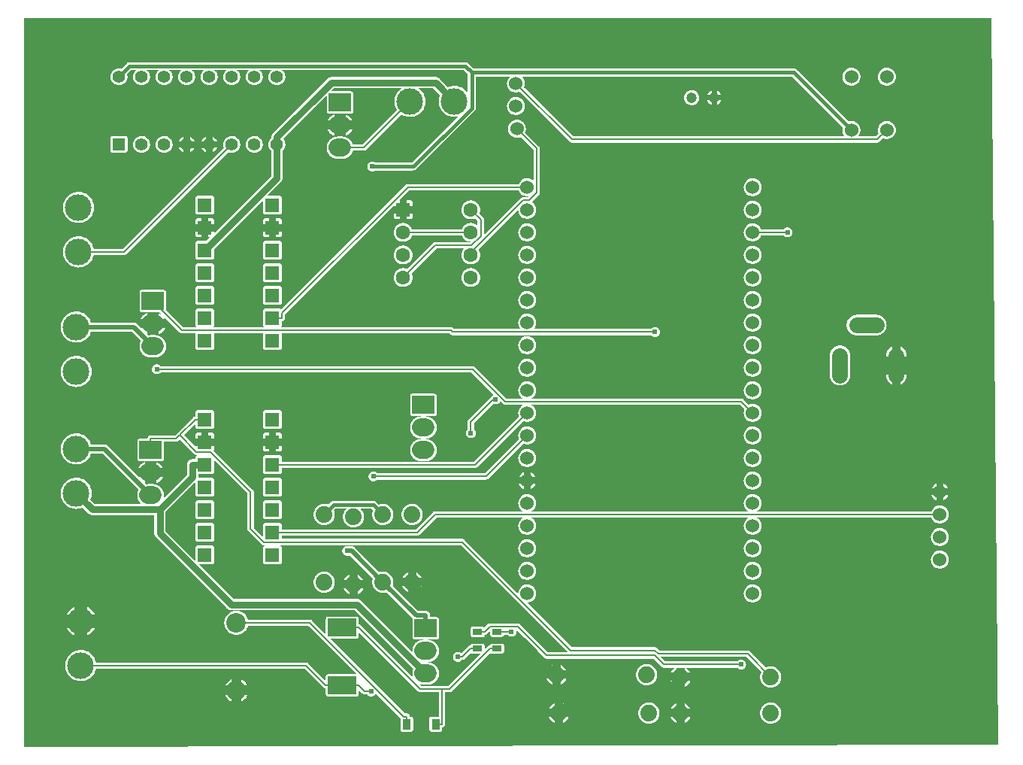
<source format=gtl>
G04 ---------------------------- Layer name :TOP LAYER*
G04 EasyEDA v5.4.12, Wed, 30 May 2018 14:54:02 GMT*
G04 28c5c568ee064045b2737d890bb1bb74*
G04 Gerber Generator version 0.2*
G04 Scale: 100 percent, Rotated: No, Reflected: No *
G04 Dimensions in inches *
G04 leading zeros omitted , absolute positions ,2 integer and 4 decimal *
%FSLAX24Y24*%
%MOIN*%
G90*
G70D02*

%ADD11C,0.015000*%
%ADD12C,0.008000*%
%ADD13C,0.030000*%
%ADD14C,0.020000*%
%ADD15C,0.024000*%
%ADD16C,0.024400*%
%ADD17R,0.126000X0.078700*%
%ADD18R,0.041732X0.025591*%
%ADD19R,0.035800X0.048000*%
%ADD20R,0.098425X0.078740*%
%ADD21C,0.074000*%
%ADD22C,0.118110*%
%ADD23R,0.055100X0.055100*%
%ADD24C,0.055100*%
%ADD25R,0.063000X0.063000*%
%ADD26C,0.060000*%
%ADD27C,0.086614*%
%ADD28C,0.063000*%
%ADD29C,0.047000*%
%ADD30C,0.070866*%
%ADD31C,0.078740*%

%LPD*%
G36*
G01X0Y0D02*
G01X0Y32300D01*
G01X42900Y32300D01*
G01X43200Y100D01*
G01X0Y0D01*
G37*

%LPC*%
G36*
G01X11157Y13657D02*
G01X11414Y13657D01*
G01X11414Y13815D01*
G01X11414Y13819D01*
G01X11414Y13823D01*
G01X11414Y13827D01*
G01X11413Y13831D01*
G01X11412Y13835D01*
G01X11411Y13839D01*
G01X11410Y13843D01*
G01X11409Y13847D01*
G01X11408Y13851D01*
G01X11406Y13855D01*
G01X11404Y13858D01*
G01X11402Y13862D01*
G01X11400Y13866D01*
G01X11398Y13869D01*
G01X11396Y13873D01*
G01X11393Y13876D01*
G01X11391Y13879D01*
G01X11388Y13882D01*
G01X11385Y13885D01*
G01X11382Y13888D01*
G01X11379Y13891D01*
G01X11376Y13893D01*
G01X11373Y13896D01*
G01X11369Y13898D01*
G01X11366Y13900D01*
G01X11362Y13902D01*
G01X11358Y13904D01*
G01X11355Y13906D01*
G01X11351Y13908D01*
G01X11347Y13909D01*
G01X11343Y13910D01*
G01X11339Y13911D01*
G01X11335Y13912D01*
G01X11331Y13913D01*
G01X11327Y13914D01*
G01X11323Y13914D01*
G01X11319Y13914D01*
G01X11314Y13915D01*
G01X11157Y13915D01*
G01X11157Y13657D01*
G37*
G36*
G01X38240Y29300D02*
G01X38279Y29301D01*
G01X38319Y29306D01*
G01X38358Y29314D01*
G01X38396Y29327D01*
G01X38432Y29344D01*
G01X38467Y29363D01*
G01X38499Y29387D01*
G01X38529Y29413D01*
G01X38556Y29442D01*
G01X38580Y29474D01*
G01X38601Y29508D01*
G01X38618Y29544D01*
G01X38632Y29582D01*
G01X38642Y29620D01*
G01X38648Y29660D01*
G01X38650Y29700D01*
G01X38648Y29739D01*
G01X38642Y29779D01*
G01X38632Y29817D01*
G01X38618Y29855D01*
G01X38601Y29891D01*
G01X38580Y29925D01*
G01X38556Y29957D01*
G01X38529Y29986D01*
G01X38499Y30012D01*
G01X38467Y30036D01*
G01X38432Y30055D01*
G01X38396Y30072D01*
G01X38358Y30085D01*
G01X38319Y30093D01*
G01X38279Y30098D01*
G01X38240Y30099D01*
G01X38200Y30096D01*
G01X38160Y30089D01*
G01X38122Y30079D01*
G01X38085Y30064D01*
G01X38050Y30046D01*
G01X38016Y30024D01*
G01X37985Y29999D01*
G01X37956Y29972D01*
G01X37931Y29941D01*
G01X37908Y29908D01*
G01X37889Y29873D01*
G01X37874Y29836D01*
G01X37862Y29798D01*
G01X37854Y29759D01*
G01X37850Y29719D01*
G01X37850Y29680D01*
G01X37854Y29640D01*
G01X37862Y29601D01*
G01X37874Y29563D01*
G01X37889Y29526D01*
G01X37908Y29491D01*
G01X37931Y29458D01*
G01X37956Y29427D01*
G01X37985Y29400D01*
G01X38016Y29375D01*
G01X38050Y29353D01*
G01X38085Y29335D01*
G01X38122Y29320D01*
G01X38160Y29310D01*
G01X38200Y29303D01*
G01X38240Y29300D01*
G37*
G36*
G01X27688Y1030D02*
G01X27735Y1031D01*
G01X27781Y1037D01*
G01X27827Y1047D01*
G01X27871Y1062D01*
G01X27914Y1081D01*
G01X27955Y1105D01*
G01X27993Y1132D01*
G01X28028Y1163D01*
G01X28060Y1197D01*
G01X28088Y1235D01*
G01X28112Y1275D01*
G01X28133Y1317D01*
G01X28149Y1361D01*
G01X28160Y1406D01*
G01X28167Y1453D01*
G01X28169Y1500D01*
G01X28167Y1546D01*
G01X28160Y1593D01*
G01X28149Y1638D01*
G01X28133Y1682D01*
G01X28112Y1724D01*
G01X28088Y1764D01*
G01X28060Y1802D01*
G01X28028Y1836D01*
G01X27993Y1867D01*
G01X27955Y1894D01*
G01X27914Y1918D01*
G01X27871Y1937D01*
G01X27827Y1952D01*
G01X27781Y1962D01*
G01X27735Y1968D01*
G01X27688Y1969D01*
G01X27641Y1966D01*
G01X27595Y1958D01*
G01X27550Y1945D01*
G01X27506Y1928D01*
G01X27464Y1907D01*
G01X27425Y1881D01*
G01X27389Y1852D01*
G01X27355Y1819D01*
G01X27325Y1783D01*
G01X27298Y1745D01*
G01X27276Y1703D01*
G01X27258Y1660D01*
G01X27244Y1615D01*
G01X27235Y1570D01*
G01X27230Y1523D01*
G01X27230Y1476D01*
G01X27235Y1429D01*
G01X27244Y1384D01*
G01X27258Y1339D01*
G01X27276Y1296D01*
G01X27298Y1254D01*
G01X27325Y1216D01*
G01X27355Y1180D01*
G01X27389Y1147D01*
G01X27425Y1118D01*
G01X27464Y1092D01*
G01X27506Y1071D01*
G01X27550Y1054D01*
G01X27595Y1041D01*
G01X27641Y1033D01*
G01X27688Y1030D01*
G37*
G36*
G01X33088Y1030D02*
G01X33135Y1031D01*
G01X33181Y1037D01*
G01X33227Y1047D01*
G01X33271Y1062D01*
G01X33314Y1081D01*
G01X33355Y1105D01*
G01X33393Y1132D01*
G01X33428Y1163D01*
G01X33460Y1197D01*
G01X33488Y1235D01*
G01X33512Y1275D01*
G01X33533Y1317D01*
G01X33549Y1361D01*
G01X33560Y1406D01*
G01X33567Y1453D01*
G01X33569Y1500D01*
G01X33567Y1546D01*
G01X33560Y1593D01*
G01X33549Y1638D01*
G01X33533Y1682D01*
G01X33512Y1724D01*
G01X33488Y1764D01*
G01X33460Y1802D01*
G01X33428Y1836D01*
G01X33393Y1867D01*
G01X33355Y1894D01*
G01X33314Y1918D01*
G01X33271Y1937D01*
G01X33227Y1952D01*
G01X33181Y1962D01*
G01X33135Y1968D01*
G01X33088Y1969D01*
G01X33041Y1966D01*
G01X32995Y1958D01*
G01X32950Y1945D01*
G01X32906Y1928D01*
G01X32864Y1907D01*
G01X32825Y1881D01*
G01X32789Y1852D01*
G01X32755Y1819D01*
G01X32725Y1783D01*
G01X32698Y1745D01*
G01X32676Y1703D01*
G01X32658Y1660D01*
G01X32644Y1615D01*
G01X32635Y1570D01*
G01X32630Y1523D01*
G01X32630Y1476D01*
G01X32635Y1429D01*
G01X32644Y1384D01*
G01X32658Y1339D01*
G01X32676Y1296D01*
G01X32698Y1254D01*
G01X32725Y1216D01*
G01X32755Y1180D01*
G01X32789Y1147D01*
G01X32825Y1118D01*
G01X32864Y1092D01*
G01X32906Y1071D01*
G01X32950Y1054D01*
G01X32995Y1041D01*
G01X33041Y1033D01*
G01X33088Y1030D01*
G37*
G36*
G01X23514Y1068D02*
G01X23514Y1315D01*
G01X23268Y1315D01*
G01X23276Y1296D01*
G01X23298Y1254D01*
G01X23325Y1216D01*
G01X23355Y1180D01*
G01X23389Y1147D01*
G01X23425Y1118D01*
G01X23464Y1092D01*
G01X23506Y1071D01*
G01X23514Y1068D01*
G37*
G36*
G01X28914Y1068D02*
G01X28914Y1315D01*
G01X28668Y1315D01*
G01X28676Y1296D01*
G01X28698Y1254D01*
G01X28725Y1216D01*
G01X28755Y1180D01*
G01X28789Y1147D01*
G01X28825Y1118D01*
G01X28864Y1092D01*
G01X28906Y1071D01*
G01X28914Y1068D01*
G37*
G36*
G01X23885Y1068D02*
G01X23914Y1081D01*
G01X23955Y1105D01*
G01X23993Y1132D01*
G01X24028Y1163D01*
G01X24060Y1197D01*
G01X24088Y1235D01*
G01X24112Y1275D01*
G01X24131Y1315D01*
G01X23885Y1315D01*
G01X23885Y1068D01*
G37*
G36*
G01X29285Y1068D02*
G01X29314Y1081D01*
G01X29355Y1105D01*
G01X29393Y1132D01*
G01X29428Y1163D01*
G01X29460Y1197D01*
G01X29488Y1235D01*
G01X29512Y1275D01*
G01X29531Y1315D01*
G01X29285Y1315D01*
G01X29285Y1068D01*
G37*
G36*
G01X36665Y29300D02*
G01X36704Y29301D01*
G01X36744Y29306D01*
G01X36783Y29314D01*
G01X36821Y29327D01*
G01X36857Y29344D01*
G01X36892Y29363D01*
G01X36924Y29387D01*
G01X36954Y29413D01*
G01X36981Y29442D01*
G01X37005Y29474D01*
G01X37026Y29508D01*
G01X37043Y29544D01*
G01X37057Y29582D01*
G01X37067Y29620D01*
G01X37073Y29660D01*
G01X37075Y29700D01*
G01X37073Y29739D01*
G01X37067Y29779D01*
G01X37057Y29817D01*
G01X37043Y29855D01*
G01X37026Y29891D01*
G01X37005Y29925D01*
G01X36981Y29957D01*
G01X36954Y29986D01*
G01X36924Y30012D01*
G01X36892Y30036D01*
G01X36857Y30055D01*
G01X36821Y30072D01*
G01X36783Y30085D01*
G01X36744Y30093D01*
G01X36704Y30098D01*
G01X36665Y30099D01*
G01X36625Y30096D01*
G01X36585Y30089D01*
G01X36547Y30079D01*
G01X36510Y30064D01*
G01X36475Y30046D01*
G01X36441Y30024D01*
G01X36410Y29999D01*
G01X36381Y29972D01*
G01X36356Y29941D01*
G01X36333Y29908D01*
G01X36314Y29873D01*
G01X36299Y29836D01*
G01X36287Y29798D01*
G01X36279Y29759D01*
G01X36275Y29719D01*
G01X36275Y29680D01*
G01X36279Y29640D01*
G01X36287Y29601D01*
G01X36299Y29563D01*
G01X36314Y29526D01*
G01X36333Y29491D01*
G01X36356Y29458D01*
G01X36381Y29427D01*
G01X36410Y29400D01*
G01X36441Y29375D01*
G01X36475Y29353D01*
G01X36510Y29335D01*
G01X36547Y29320D01*
G01X36585Y29310D01*
G01X36625Y29303D01*
G01X36665Y29300D01*
G37*
G36*
G01X21790Y28000D02*
G01X21829Y28001D01*
G01X21869Y28006D01*
G01X21908Y28014D01*
G01X21946Y28027D01*
G01X21982Y28044D01*
G01X22017Y28063D01*
G01X22049Y28087D01*
G01X22079Y28113D01*
G01X22106Y28142D01*
G01X22130Y28174D01*
G01X22151Y28208D01*
G01X22168Y28244D01*
G01X22182Y28282D01*
G01X22192Y28320D01*
G01X22198Y28360D01*
G01X22200Y28400D01*
G01X22198Y28439D01*
G01X22192Y28479D01*
G01X22182Y28517D01*
G01X22168Y28555D01*
G01X22151Y28591D01*
G01X22130Y28625D01*
G01X22106Y28657D01*
G01X22079Y28686D01*
G01X22049Y28712D01*
G01X22017Y28736D01*
G01X21982Y28755D01*
G01X21946Y28772D01*
G01X21908Y28785D01*
G01X21869Y28793D01*
G01X21829Y28798D01*
G01X21790Y28799D01*
G01X21750Y28796D01*
G01X21710Y28789D01*
G01X21672Y28779D01*
G01X21635Y28764D01*
G01X21600Y28746D01*
G01X21566Y28724D01*
G01X21535Y28699D01*
G01X21506Y28672D01*
G01X21481Y28641D01*
G01X21458Y28608D01*
G01X21439Y28573D01*
G01X21424Y28536D01*
G01X21412Y28498D01*
G01X21404Y28459D01*
G01X21400Y28419D01*
G01X21400Y28380D01*
G01X21404Y28340D01*
G01X21412Y28301D01*
G01X21424Y28263D01*
G01X21439Y28226D01*
G01X21458Y28191D01*
G01X21481Y28158D01*
G01X21506Y28127D01*
G01X21535Y28100D01*
G01X21566Y28075D01*
G01X21600Y28053D01*
G01X21635Y28035D01*
G01X21672Y28020D01*
G01X21710Y28010D01*
G01X21750Y28003D01*
G01X21790Y28000D01*
G37*
G36*
G01X23885Y1684D02*
G01X24131Y1684D01*
G01X24112Y1724D01*
G01X24088Y1764D01*
G01X24060Y1802D01*
G01X24028Y1836D01*
G01X23993Y1867D01*
G01X23955Y1894D01*
G01X23914Y1918D01*
G01X23885Y1931D01*
G01X23885Y1684D01*
G37*
G36*
G01X23268Y1684D02*
G01X23514Y1684D01*
G01X23514Y1931D01*
G01X23506Y1928D01*
G01X23464Y1907D01*
G01X23425Y1881D01*
G01X23389Y1852D01*
G01X23355Y1819D01*
G01X23325Y1783D01*
G01X23298Y1745D01*
G01X23276Y1703D01*
G01X23268Y1684D01*
G37*
G36*
G01X29285Y1684D02*
G01X29531Y1684D01*
G01X29512Y1724D01*
G01X29488Y1764D01*
G01X29460Y1802D01*
G01X29428Y1836D01*
G01X29393Y1867D01*
G01X29355Y1894D01*
G01X29314Y1918D01*
G01X29285Y1931D01*
G01X29285Y1684D01*
G37*
G36*
G01X28668Y1684D02*
G01X28914Y1684D01*
G01X28914Y1931D01*
G01X28906Y1928D01*
G01X28864Y1907D01*
G01X28825Y1881D01*
G01X28789Y1852D01*
G01X28755Y1819D01*
G01X28725Y1783D01*
G01X28698Y1745D01*
G01X28676Y1703D01*
G01X28668Y1684D01*
G37*
G36*
G01X9183Y2013D02*
G01X9183Y2283D01*
G01X8913Y2283D01*
G01X8919Y2268D01*
G01X8945Y2222D01*
G01X8975Y2178D01*
G01X9009Y2137D01*
G01X9047Y2100D01*
G01X9088Y2067D01*
G01X9133Y2038D01*
G01X9180Y2014D01*
G01X9183Y2013D01*
G37*
G36*
G01X9616Y2013D02*
G01X9643Y2025D01*
G01X9689Y2052D01*
G01X9732Y2083D01*
G01X9772Y2118D01*
G01X9808Y2157D01*
G01X9840Y2199D01*
G01X9868Y2245D01*
G01X9886Y2283D01*
G01X9616Y2283D01*
G01X9616Y2013D01*
G37*
G36*
G01X13448Y27746D02*
G01X13753Y27746D01*
G01X13753Y28021D01*
G01X13753Y28021D01*
G01X13735Y28014D01*
G01X13730Y28013D01*
G01X13712Y28005D01*
G01X13707Y28003D01*
G01X13689Y27995D01*
G01X13685Y27993D01*
G01X13667Y27984D01*
G01X13663Y27982D01*
G01X13646Y27972D01*
G01X13642Y27969D01*
G01X13625Y27959D01*
G01X13621Y27956D01*
G01X13605Y27945D01*
G01X13601Y27942D01*
G01X13586Y27929D01*
G01X13582Y27926D01*
G01X13567Y27913D01*
G01X13564Y27910D01*
G01X13549Y27896D01*
G01X13546Y27892D01*
G01X13533Y27878D01*
G01X13529Y27874D01*
G01X13517Y27859D01*
G01X13514Y27855D01*
G01X13502Y27840D01*
G01X13499Y27836D01*
G01X13488Y27819D01*
G01X13485Y27815D01*
G01X13475Y27798D01*
G01X13472Y27794D01*
G01X13463Y27777D01*
G01X13461Y27773D01*
G01X13452Y27755D01*
G01X13450Y27750D01*
G01X13448Y27746D01*
G37*
G36*
G01X14246Y27746D02*
G01X14551Y27746D01*
G01X14549Y27750D01*
G01X14547Y27755D01*
G01X14538Y27773D01*
G01X14536Y27777D01*
G01X14527Y27794D01*
G01X14524Y27798D01*
G01X14514Y27815D01*
G01X14511Y27819D01*
G01X14500Y27836D01*
G01X14497Y27840D01*
G01X14485Y27855D01*
G01X14482Y27859D01*
G01X14470Y27874D01*
G01X14466Y27878D01*
G01X14453Y27892D01*
G01X14450Y27896D01*
G01X14435Y27910D01*
G01X14432Y27913D01*
G01X14417Y27926D01*
G01X14413Y27929D01*
G01X14398Y27942D01*
G01X14394Y27945D01*
G01X14378Y27956D01*
G01X14374Y27959D01*
G01X14357Y27969D01*
G01X14353Y27972D01*
G01X14336Y27982D01*
G01X14332Y27984D01*
G01X14314Y27993D01*
G01X14310Y27995D01*
G01X14292Y28003D01*
G01X14287Y28005D01*
G01X14269Y28013D01*
G01X14264Y28014D01*
G01X14246Y28021D01*
G01X14246Y28021D01*
G01X14246Y27746D01*
G37*
G36*
G01X13753Y27078D02*
G01X13753Y27353D01*
G01X13448Y27353D01*
G01X13450Y27349D01*
G01X13452Y27344D01*
G01X13461Y27327D01*
G01X13463Y27322D01*
G01X13472Y27305D01*
G01X13475Y27301D01*
G01X13485Y27284D01*
G01X13488Y27280D01*
G01X13499Y27263D01*
G01X13502Y27259D01*
G01X13514Y27244D01*
G01X13517Y27240D01*
G01X13529Y27225D01*
G01X13533Y27221D01*
G01X13546Y27207D01*
G01X13549Y27203D01*
G01X13564Y27189D01*
G01X13567Y27186D01*
G01X13582Y27173D01*
G01X13586Y27170D01*
G01X13601Y27157D01*
G01X13605Y27154D01*
G01X13621Y27143D01*
G01X13625Y27140D01*
G01X13642Y27130D01*
G01X13646Y27127D01*
G01X13663Y27117D01*
G01X13667Y27115D01*
G01X13685Y27106D01*
G01X13689Y27104D01*
G01X13707Y27096D01*
G01X13712Y27094D01*
G01X13730Y27086D01*
G01X13735Y27085D01*
G01X13753Y27078D01*
G01X13753Y27078D01*
G37*
G36*
G01X14246Y27078D02*
G01X14246Y27078D01*
G01X14264Y27085D01*
G01X14269Y27086D01*
G01X14287Y27094D01*
G01X14292Y27096D01*
G01X14310Y27104D01*
G01X14314Y27106D01*
G01X14332Y27115D01*
G01X14336Y27117D01*
G01X14353Y27127D01*
G01X14357Y27130D01*
G01X14374Y27140D01*
G01X14378Y27143D01*
G01X14394Y27154D01*
G01X14398Y27157D01*
G01X14413Y27170D01*
G01X14417Y27173D01*
G01X14432Y27186D01*
G01X14435Y27189D01*
G01X14450Y27203D01*
G01X14453Y27207D01*
G01X14466Y27221D01*
G01X14470Y27225D01*
G01X14482Y27240D01*
G01X14485Y27244D01*
G01X14497Y27259D01*
G01X14500Y27263D01*
G01X14511Y27280D01*
G01X14514Y27284D01*
G01X14524Y27301D01*
G01X14527Y27305D01*
G01X14536Y27322D01*
G01X14538Y27327D01*
G01X14547Y27344D01*
G01X14549Y27349D01*
G01X14551Y27353D01*
G01X14246Y27353D01*
G01X14246Y27078D01*
G37*
G36*
G01X6851Y26837D02*
G01X7062Y26837D01*
G01X7062Y27048D01*
G01X7045Y27042D01*
G01X7012Y27025D01*
G01X6980Y27004D01*
G01X6951Y26981D01*
G01X6924Y26955D01*
G01X6900Y26926D01*
G01X6879Y26895D01*
G01X6861Y26862D01*
G01X6851Y26837D01*
G37*
G36*
G01X7337Y26837D02*
G01X7548Y26837D01*
G01X7546Y26845D01*
G01X7529Y26879D01*
G01X7510Y26911D01*
G01X7487Y26941D01*
G01X7462Y26968D01*
G01X7434Y26993D01*
G01X7403Y27015D01*
G01X7371Y27034D01*
G01X7337Y27049D01*
G01X7337Y26837D01*
G37*
G36*
G01X7851Y26837D02*
G01X8062Y26837D01*
G01X8062Y27048D01*
G01X8045Y27042D01*
G01X8012Y27025D01*
G01X7980Y27004D01*
G01X7951Y26981D01*
G01X7924Y26955D01*
G01X7900Y26926D01*
G01X7879Y26895D01*
G01X7861Y26862D01*
G01X7851Y26837D01*
G37*
G36*
G01X28914Y2668D02*
G01X28914Y2915D01*
G01X28668Y2915D01*
G01X28676Y2896D01*
G01X28698Y2854D01*
G01X28725Y2816D01*
G01X28755Y2780D01*
G01X28789Y2747D01*
G01X28825Y2718D01*
G01X28864Y2692D01*
G01X28906Y2671D01*
G01X28914Y2668D01*
G37*
G36*
G01X29285Y2668D02*
G01X29314Y2681D01*
G01X29355Y2705D01*
G01X29393Y2732D01*
G01X29428Y2763D01*
G01X29460Y2797D01*
G01X29488Y2835D01*
G01X29512Y2875D01*
G01X29531Y2915D01*
G01X29285Y2915D01*
G01X29285Y2668D01*
G37*
G36*
G01X8337Y26837D02*
G01X8548Y26837D01*
G01X8546Y26845D01*
G01X8529Y26879D01*
G01X8510Y26911D01*
G01X8487Y26941D01*
G01X8462Y26968D01*
G01X8434Y26993D01*
G01X8403Y27015D01*
G01X8371Y27034D01*
G01X8337Y27049D01*
G01X8337Y26837D01*
G37*
G36*
G01X9616Y2716D02*
G01X9886Y2716D01*
G01X9868Y2754D01*
G01X9840Y2800D01*
G01X9808Y2842D01*
G01X9772Y2881D01*
G01X9732Y2916D01*
G01X9689Y2947D01*
G01X9643Y2974D01*
G01X9616Y2986D01*
G01X9616Y2716D01*
G37*
G36*
G01X8913Y2716D02*
G01X9183Y2716D01*
G01X9183Y2986D01*
G01X9180Y2985D01*
G01X9133Y2961D01*
G01X9088Y2932D01*
G01X9047Y2899D01*
G01X9009Y2862D01*
G01X8975Y2821D01*
G01X8945Y2777D01*
G01X8919Y2731D01*
G01X8913Y2716D01*
G37*
G36*
G01X27588Y2730D02*
G01X27635Y2731D01*
G01X27681Y2737D01*
G01X27727Y2747D01*
G01X27771Y2762D01*
G01X27814Y2781D01*
G01X27855Y2805D01*
G01X27893Y2832D01*
G01X27928Y2863D01*
G01X27960Y2897D01*
G01X27988Y2935D01*
G01X28012Y2975D01*
G01X28033Y3017D01*
G01X28049Y3061D01*
G01X28060Y3106D01*
G01X28067Y3153D01*
G01X28069Y3200D01*
G01X28067Y3246D01*
G01X28060Y3293D01*
G01X28049Y3338D01*
G01X28033Y3382D01*
G01X28012Y3424D01*
G01X27988Y3464D01*
G01X27960Y3502D01*
G01X27928Y3536D01*
G01X27893Y3567D01*
G01X27855Y3594D01*
G01X27814Y3618D01*
G01X27771Y3637D01*
G01X27727Y3652D01*
G01X27681Y3662D01*
G01X27635Y3668D01*
G01X27588Y3669D01*
G01X27541Y3666D01*
G01X27495Y3658D01*
G01X27450Y3645D01*
G01X27406Y3628D01*
G01X27364Y3607D01*
G01X27325Y3581D01*
G01X27289Y3552D01*
G01X27255Y3519D01*
G01X27225Y3483D01*
G01X27198Y3445D01*
G01X27176Y3403D01*
G01X27158Y3360D01*
G01X27144Y3315D01*
G01X27135Y3270D01*
G01X27130Y3223D01*
G01X27130Y3176D01*
G01X27135Y3129D01*
G01X27144Y3084D01*
G01X27158Y3039D01*
G01X27176Y2996D01*
G01X27198Y2954D01*
G01X27225Y2916D01*
G01X27255Y2880D01*
G01X27289Y2847D01*
G01X27325Y2818D01*
G01X27364Y2792D01*
G01X27406Y2771D01*
G01X27450Y2754D01*
G01X27495Y2741D01*
G01X27541Y2733D01*
G01X27588Y2730D01*
G37*
G36*
G01X7062Y26351D02*
G01X7062Y26562D01*
G01X6851Y26562D01*
G01X6861Y26537D01*
G01X6879Y26504D01*
G01X6900Y26473D01*
G01X6924Y26444D01*
G01X6951Y26418D01*
G01X6980Y26395D01*
G01X7012Y26374D01*
G01X7045Y26357D01*
G01X7062Y26351D01*
G37*
G36*
G01X23414Y2768D02*
G01X23414Y3015D01*
G01X23168Y3015D01*
G01X23176Y2996D01*
G01X23198Y2954D01*
G01X23225Y2916D01*
G01X23255Y2880D01*
G01X23289Y2847D01*
G01X23325Y2818D01*
G01X23364Y2792D01*
G01X23406Y2771D01*
G01X23414Y2768D01*
G37*
G36*
G01X23785Y2768D02*
G01X23814Y2781D01*
G01X23855Y2805D01*
G01X23893Y2832D01*
G01X23928Y2863D01*
G01X23960Y2897D01*
G01X23988Y2935D01*
G01X24012Y2975D01*
G01X24031Y3015D01*
G01X23785Y3015D01*
G01X23785Y2768D01*
G37*
G36*
G01X8062Y26351D02*
G01X8062Y26562D01*
G01X7851Y26562D01*
G01X7861Y26537D01*
G01X7879Y26504D01*
G01X7900Y26473D01*
G01X7924Y26444D01*
G01X7951Y26418D01*
G01X7980Y26395D01*
G01X8012Y26374D01*
G01X8045Y26357D01*
G01X8062Y26351D01*
G37*
G36*
G01X7337Y26350D02*
G01X7371Y26365D01*
G01X7403Y26384D01*
G01X7434Y26406D01*
G01X7462Y26431D01*
G01X7487Y26458D01*
G01X7510Y26488D01*
G01X7529Y26520D01*
G01X7546Y26554D01*
G01X7548Y26562D01*
G01X7337Y26562D01*
G01X7337Y26350D01*
G37*
G36*
G01X8337Y26350D02*
G01X8371Y26365D01*
G01X8403Y26384D01*
G01X8434Y26406D01*
G01X8462Y26431D01*
G01X8487Y26458D01*
G01X8510Y26488D01*
G01X8529Y26520D01*
G01X8546Y26554D01*
G01X8548Y26562D01*
G01X8337Y26562D01*
G01X8337Y26350D01*
G37*
G36*
G01X5190Y26324D02*
G01X5228Y26325D01*
G01X5265Y26330D01*
G01X5301Y26338D01*
G01X5337Y26350D01*
G01X5371Y26365D01*
G01X5403Y26384D01*
G01X5434Y26406D01*
G01X5462Y26431D01*
G01X5487Y26458D01*
G01X5510Y26488D01*
G01X5529Y26520D01*
G01X5546Y26554D01*
G01X5558Y26589D01*
G01X5568Y26625D01*
G01X5573Y26662D01*
G01X5575Y26700D01*
G01X5573Y26737D01*
G01X5568Y26774D01*
G01X5558Y26810D01*
G01X5546Y26845D01*
G01X5529Y26879D01*
G01X5510Y26911D01*
G01X5487Y26941D01*
G01X5462Y26968D01*
G01X5434Y26993D01*
G01X5403Y27015D01*
G01X5371Y27034D01*
G01X5337Y27049D01*
G01X5301Y27061D01*
G01X5265Y27069D01*
G01X5228Y27074D01*
G01X5190Y27075D01*
G01X5153Y27072D01*
G01X5116Y27066D01*
G01X5080Y27055D01*
G01X5045Y27042D01*
G01X5012Y27025D01*
G01X4980Y27004D01*
G01X4951Y26981D01*
G01X4924Y26955D01*
G01X4900Y26926D01*
G01X4879Y26895D01*
G01X4861Y26862D01*
G01X4847Y26828D01*
G01X4836Y26792D01*
G01X4828Y26755D01*
G01X4824Y26718D01*
G01X4824Y26681D01*
G01X4828Y26644D01*
G01X4836Y26607D01*
G01X4847Y26571D01*
G01X4861Y26537D01*
G01X4879Y26504D01*
G01X4900Y26473D01*
G01X4924Y26444D01*
G01X4951Y26418D01*
G01X4980Y26395D01*
G01X5012Y26374D01*
G01X5045Y26357D01*
G01X5080Y26344D01*
G01X5116Y26333D01*
G01X5153Y26327D01*
G01X5190Y26324D01*
G37*
G36*
G01X6190Y26324D02*
G01X6228Y26325D01*
G01X6265Y26330D01*
G01X6301Y26338D01*
G01X6337Y26350D01*
G01X6371Y26365D01*
G01X6403Y26384D01*
G01X6434Y26406D01*
G01X6462Y26431D01*
G01X6487Y26458D01*
G01X6510Y26488D01*
G01X6529Y26520D01*
G01X6546Y26554D01*
G01X6558Y26589D01*
G01X6568Y26625D01*
G01X6573Y26662D01*
G01X6575Y26700D01*
G01X6573Y26737D01*
G01X6568Y26774D01*
G01X6558Y26810D01*
G01X6546Y26845D01*
G01X6529Y26879D01*
G01X6510Y26911D01*
G01X6487Y26941D01*
G01X6462Y26968D01*
G01X6434Y26993D01*
G01X6403Y27015D01*
G01X6371Y27034D01*
G01X6337Y27049D01*
G01X6301Y27061D01*
G01X6265Y27069D01*
G01X6228Y27074D01*
G01X6190Y27075D01*
G01X6153Y27072D01*
G01X6116Y27066D01*
G01X6080Y27055D01*
G01X6045Y27042D01*
G01X6012Y27025D01*
G01X5980Y27004D01*
G01X5951Y26981D01*
G01X5924Y26955D01*
G01X5900Y26926D01*
G01X5879Y26895D01*
G01X5861Y26862D01*
G01X5847Y26828D01*
G01X5836Y26792D01*
G01X5828Y26755D01*
G01X5824Y26718D01*
G01X5824Y26681D01*
G01X5828Y26644D01*
G01X5836Y26607D01*
G01X5847Y26571D01*
G01X5861Y26537D01*
G01X5879Y26504D01*
G01X5900Y26473D01*
G01X5924Y26444D01*
G01X5951Y26418D01*
G01X5980Y26395D01*
G01X6012Y26374D01*
G01X6045Y26357D01*
G01X6080Y26344D01*
G01X6116Y26333D01*
G01X6153Y26327D01*
G01X6190Y26324D01*
G37*
G36*
G01X10190Y26324D02*
G01X10228Y26325D01*
G01X10265Y26330D01*
G01X10301Y26338D01*
G01X10337Y26350D01*
G01X10371Y26365D01*
G01X10403Y26384D01*
G01X10434Y26406D01*
G01X10462Y26431D01*
G01X10487Y26458D01*
G01X10510Y26488D01*
G01X10529Y26520D01*
G01X10546Y26554D01*
G01X10558Y26589D01*
G01X10568Y26625D01*
G01X10573Y26662D01*
G01X10575Y26700D01*
G01X10573Y26737D01*
G01X10568Y26774D01*
G01X10558Y26810D01*
G01X10546Y26845D01*
G01X10529Y26879D01*
G01X10510Y26911D01*
G01X10487Y26941D01*
G01X10462Y26968D01*
G01X10434Y26993D01*
G01X10403Y27015D01*
G01X10371Y27034D01*
G01X10337Y27049D01*
G01X10301Y27061D01*
G01X10265Y27069D01*
G01X10228Y27074D01*
G01X10190Y27075D01*
G01X10153Y27072D01*
G01X10116Y27066D01*
G01X10080Y27055D01*
G01X10045Y27042D01*
G01X10012Y27025D01*
G01X9980Y27004D01*
G01X9951Y26981D01*
G01X9924Y26955D01*
G01X9900Y26926D01*
G01X9879Y26895D01*
G01X9861Y26862D01*
G01X9847Y26828D01*
G01X9836Y26792D01*
G01X9828Y26755D01*
G01X9824Y26718D01*
G01X9824Y26681D01*
G01X9828Y26644D01*
G01X9836Y26607D01*
G01X9847Y26571D01*
G01X9861Y26537D01*
G01X9879Y26504D01*
G01X9900Y26473D01*
G01X9924Y26444D01*
G01X9951Y26418D01*
G01X9980Y26395D01*
G01X10012Y26374D01*
G01X10045Y26357D01*
G01X10080Y26344D01*
G01X10116Y26333D01*
G01X10153Y26327D01*
G01X10190Y26324D01*
G37*
G36*
G01X3924Y26324D02*
G01X4475Y26324D01*
G01X4479Y26324D01*
G01X4483Y26324D01*
G01X4487Y26325D01*
G01X4491Y26325D01*
G01X4496Y26326D01*
G01X4500Y26327D01*
G01X4504Y26328D01*
G01X4507Y26329D01*
G01X4511Y26331D01*
G01X4515Y26332D01*
G01X4519Y26334D01*
G01X4523Y26336D01*
G01X4526Y26338D01*
G01X4530Y26340D01*
G01X4533Y26343D01*
G01X4536Y26345D01*
G01X4540Y26348D01*
G01X4543Y26350D01*
G01X4546Y26353D01*
G01X4549Y26356D01*
G01X4551Y26359D01*
G01X4554Y26363D01*
G01X4556Y26366D01*
G01X4559Y26369D01*
G01X4561Y26373D01*
G01X4563Y26376D01*
G01X4565Y26380D01*
G01X4567Y26384D01*
G01X4568Y26388D01*
G01X4570Y26392D01*
G01X4571Y26395D01*
G01X4572Y26399D01*
G01X4573Y26403D01*
G01X4574Y26408D01*
G01X4574Y26412D01*
G01X4575Y26416D01*
G01X4575Y26420D01*
G01X4575Y26424D01*
G01X4575Y26975D01*
G01X4575Y26979D01*
G01X4575Y26983D01*
G01X4574Y26987D01*
G01X4574Y26991D01*
G01X4573Y26996D01*
G01X4572Y27000D01*
G01X4571Y27004D01*
G01X4570Y27007D01*
G01X4568Y27011D01*
G01X4567Y27015D01*
G01X4565Y27019D01*
G01X4563Y27023D01*
G01X4561Y27026D01*
G01X4559Y27030D01*
G01X4556Y27033D01*
G01X4554Y27036D01*
G01X4551Y27040D01*
G01X4549Y27043D01*
G01X4546Y27046D01*
G01X4543Y27049D01*
G01X4540Y27051D01*
G01X4536Y27054D01*
G01X4533Y27056D01*
G01X4530Y27059D01*
G01X4526Y27061D01*
G01X4523Y27063D01*
G01X4519Y27065D01*
G01X4515Y27067D01*
G01X4511Y27068D01*
G01X4507Y27070D01*
G01X4504Y27071D01*
G01X4500Y27072D01*
G01X4496Y27073D01*
G01X4491Y27074D01*
G01X4487Y27074D01*
G01X4483Y27075D01*
G01X4479Y27075D01*
G01X4475Y27075D01*
G01X3924Y27075D01*
G01X3920Y27075D01*
G01X3916Y27075D01*
G01X3912Y27074D01*
G01X3908Y27074D01*
G01X3903Y27073D01*
G01X3899Y27072D01*
G01X3895Y27071D01*
G01X3892Y27070D01*
G01X3888Y27068D01*
G01X3884Y27067D01*
G01X3880Y27065D01*
G01X3876Y27063D01*
G01X3873Y27061D01*
G01X3869Y27059D01*
G01X3866Y27056D01*
G01X3863Y27054D01*
G01X3859Y27051D01*
G01X3856Y27049D01*
G01X3853Y27046D01*
G01X3850Y27043D01*
G01X3848Y27040D01*
G01X3845Y27036D01*
G01X3843Y27033D01*
G01X3840Y27030D01*
G01X3838Y27026D01*
G01X3836Y27023D01*
G01X3834Y27019D01*
G01X3832Y27015D01*
G01X3831Y27011D01*
G01X3829Y27007D01*
G01X3828Y27004D01*
G01X3827Y27000D01*
G01X3826Y26996D01*
G01X3825Y26991D01*
G01X3825Y26987D01*
G01X3824Y26983D01*
G01X3824Y26979D01*
G01X3824Y26975D01*
G01X3824Y26424D01*
G01X3824Y26420D01*
G01X3824Y26416D01*
G01X3825Y26412D01*
G01X3825Y26408D01*
G01X3826Y26403D01*
G01X3827Y26399D01*
G01X3828Y26395D01*
G01X3829Y26392D01*
G01X3831Y26388D01*
G01X3832Y26384D01*
G01X3834Y26380D01*
G01X3836Y26376D01*
G01X3838Y26373D01*
G01X3840Y26369D01*
G01X3843Y26366D01*
G01X3845Y26363D01*
G01X3848Y26359D01*
G01X3850Y26356D01*
G01X3853Y26353D01*
G01X3856Y26350D01*
G01X3859Y26348D01*
G01X3863Y26345D01*
G01X3866Y26343D01*
G01X3869Y26340D01*
G01X3873Y26338D01*
G01X3876Y26336D01*
G01X3880Y26334D01*
G01X3884Y26332D01*
G01X3888Y26331D01*
G01X3892Y26329D01*
G01X3895Y26328D01*
G01X3899Y26327D01*
G01X3903Y26326D01*
G01X3908Y26325D01*
G01X3912Y26325D01*
G01X3916Y26324D01*
G01X3920Y26324D01*
G01X3924Y26324D01*
G37*
G36*
G01X23785Y3384D02*
G01X24031Y3384D01*
G01X24012Y3424D01*
G01X23988Y3464D01*
G01X23960Y3502D01*
G01X23928Y3536D01*
G01X23893Y3567D01*
G01X23855Y3594D01*
G01X23814Y3618D01*
G01X23785Y3631D01*
G01X23785Y3384D01*
G37*
G36*
G01X23168Y3384D02*
G01X23414Y3384D01*
G01X23414Y3631D01*
G01X23406Y3628D01*
G01X23364Y3607D01*
G01X23325Y3581D01*
G01X23289Y3552D01*
G01X23255Y3519D01*
G01X23225Y3483D01*
G01X23198Y3445D01*
G01X23176Y3403D01*
G01X23168Y3384D01*
G37*
G36*
G01X32290Y24400D02*
G01X32329Y24401D01*
G01X32369Y24406D01*
G01X32408Y24414D01*
G01X32446Y24427D01*
G01X32482Y24444D01*
G01X32517Y24463D01*
G01X32549Y24487D01*
G01X32579Y24513D01*
G01X32606Y24542D01*
G01X32630Y24574D01*
G01X32651Y24608D01*
G01X32668Y24644D01*
G01X32682Y24682D01*
G01X32692Y24720D01*
G01X32698Y24760D01*
G01X32700Y24800D01*
G01X32698Y24839D01*
G01X32692Y24879D01*
G01X32682Y24917D01*
G01X32668Y24955D01*
G01X32651Y24991D01*
G01X32630Y25025D01*
G01X32606Y25057D01*
G01X32579Y25086D01*
G01X32549Y25112D01*
G01X32517Y25136D01*
G01X32482Y25155D01*
G01X32446Y25172D01*
G01X32408Y25185D01*
G01X32369Y25193D01*
G01X32329Y25198D01*
G01X32290Y25199D01*
G01X32250Y25196D01*
G01X32210Y25189D01*
G01X32172Y25179D01*
G01X32135Y25164D01*
G01X32100Y25146D01*
G01X32066Y25124D01*
G01X32035Y25099D01*
G01X32006Y25072D01*
G01X31981Y25041D01*
G01X31958Y25008D01*
G01X31939Y24973D01*
G01X31924Y24936D01*
G01X31912Y24898D01*
G01X31904Y24859D01*
G01X31900Y24819D01*
G01X31900Y24780D01*
G01X31904Y24740D01*
G01X31912Y24701D01*
G01X31924Y24663D01*
G01X31939Y24626D01*
G01X31958Y24591D01*
G01X31981Y24558D01*
G01X32006Y24527D01*
G01X32035Y24500D01*
G01X32066Y24475D01*
G01X32100Y24453D01*
G01X32135Y24435D01*
G01X32172Y24420D01*
G01X32210Y24410D01*
G01X32250Y24403D01*
G01X32290Y24400D01*
G37*
G36*
G01X16957Y23957D02*
G01X17214Y23957D01*
G01X17214Y24115D01*
G01X17214Y24119D01*
G01X17214Y24123D01*
G01X17214Y24127D01*
G01X17213Y24131D01*
G01X17212Y24135D01*
G01X17211Y24139D01*
G01X17210Y24143D01*
G01X17209Y24147D01*
G01X17208Y24151D01*
G01X17206Y24155D01*
G01X17204Y24158D01*
G01X17202Y24162D01*
G01X17200Y24166D01*
G01X17198Y24169D01*
G01X17196Y24173D01*
G01X17193Y24176D01*
G01X17191Y24179D01*
G01X17188Y24182D01*
G01X17185Y24185D01*
G01X17182Y24188D01*
G01X17179Y24191D01*
G01X17176Y24193D01*
G01X17173Y24196D01*
G01X17169Y24198D01*
G01X17166Y24200D01*
G01X17162Y24202D01*
G01X17158Y24204D01*
G01X17155Y24206D01*
G01X17151Y24208D01*
G01X17147Y24209D01*
G01X17143Y24210D01*
G01X17139Y24211D01*
G01X17135Y24212D01*
G01X17131Y24213D01*
G01X17127Y24214D01*
G01X17123Y24214D01*
G01X17119Y24214D01*
G01X17114Y24215D01*
G01X16957Y24215D01*
G01X16957Y23957D01*
G37*
G36*
G01X7685Y23584D02*
G01X8314Y23584D01*
G01X8319Y23585D01*
G01X8323Y23585D01*
G01X8327Y23585D01*
G01X8331Y23586D01*
G01X8335Y23587D01*
G01X8339Y23588D01*
G01X8343Y23589D01*
G01X8347Y23590D01*
G01X8351Y23591D01*
G01X8355Y23593D01*
G01X8358Y23595D01*
G01X8362Y23597D01*
G01X8366Y23599D01*
G01X8369Y23601D01*
G01X8373Y23603D01*
G01X8376Y23606D01*
G01X8379Y23608D01*
G01X8382Y23611D01*
G01X8385Y23614D01*
G01X8388Y23617D01*
G01X8391Y23620D01*
G01X8393Y23623D01*
G01X8396Y23626D01*
G01X8398Y23630D01*
G01X8400Y23633D01*
G01X8402Y23637D01*
G01X8404Y23641D01*
G01X8406Y23644D01*
G01X8408Y23648D01*
G01X8409Y23652D01*
G01X8410Y23656D01*
G01X8411Y23660D01*
G01X8412Y23664D01*
G01X8413Y23668D01*
G01X8414Y23672D01*
G01X8414Y23676D01*
G01X8414Y23680D01*
G01X8414Y23684D01*
G01X8414Y24315D01*
G01X8414Y24319D01*
G01X8414Y24323D01*
G01X8414Y24327D01*
G01X8413Y24331D01*
G01X8412Y24335D01*
G01X8411Y24339D01*
G01X8410Y24343D01*
G01X8409Y24347D01*
G01X8408Y24351D01*
G01X8406Y24355D01*
G01X8404Y24358D01*
G01X8402Y24362D01*
G01X8400Y24366D01*
G01X8398Y24369D01*
G01X8396Y24373D01*
G01X8393Y24376D01*
G01X8391Y24379D01*
G01X8388Y24382D01*
G01X8385Y24385D01*
G01X8382Y24388D01*
G01X8379Y24391D01*
G01X8376Y24393D01*
G01X8373Y24396D01*
G01X8369Y24398D01*
G01X8366Y24400D01*
G01X8362Y24402D01*
G01X8358Y24404D01*
G01X8355Y24406D01*
G01X8351Y24408D01*
G01X8347Y24409D01*
G01X8343Y24410D01*
G01X8339Y24411D01*
G01X8335Y24412D01*
G01X8331Y24413D01*
G01X8327Y24414D01*
G01X8323Y24414D01*
G01X8319Y24414D01*
G01X8314Y24415D01*
G01X7685Y24415D01*
G01X7680Y24414D01*
G01X7676Y24414D01*
G01X7672Y24414D01*
G01X7668Y24413D01*
G01X7664Y24412D01*
G01X7660Y24411D01*
G01X7656Y24410D01*
G01X7652Y24409D01*
G01X7648Y24408D01*
G01X7644Y24406D01*
G01X7641Y24404D01*
G01X7637Y24402D01*
G01X7633Y24400D01*
G01X7630Y24398D01*
G01X7626Y24396D01*
G01X7623Y24393D01*
G01X7620Y24391D01*
G01X7617Y24388D01*
G01X7614Y24385D01*
G01X7611Y24382D01*
G01X7608Y24379D01*
G01X7606Y24376D01*
G01X7603Y24373D01*
G01X7601Y24369D01*
G01X7599Y24366D01*
G01X7597Y24362D01*
G01X7595Y24358D01*
G01X7593Y24355D01*
G01X7591Y24351D01*
G01X7590Y24347D01*
G01X7589Y24343D01*
G01X7588Y24339D01*
G01X7587Y24335D01*
G01X7586Y24331D01*
G01X7585Y24327D01*
G01X7585Y24323D01*
G01X7585Y24319D01*
G01X7585Y24315D01*
G01X7585Y23684D01*
G01X7585Y23680D01*
G01X7585Y23676D01*
G01X7585Y23672D01*
G01X7586Y23668D01*
G01X7587Y23664D01*
G01X7588Y23660D01*
G01X7589Y23656D01*
G01X7590Y23652D01*
G01X7591Y23648D01*
G01X7593Y23644D01*
G01X7595Y23641D01*
G01X7597Y23637D01*
G01X7599Y23633D01*
G01X7601Y23630D01*
G01X7603Y23626D01*
G01X7606Y23623D01*
G01X7608Y23620D01*
G01X7611Y23617D01*
G01X7614Y23614D01*
G01X7617Y23611D01*
G01X7620Y23608D01*
G01X7623Y23606D01*
G01X7626Y23603D01*
G01X7630Y23601D01*
G01X7633Y23599D01*
G01X7637Y23597D01*
G01X7641Y23595D01*
G01X7644Y23593D01*
G01X7648Y23591D01*
G01X7652Y23590D01*
G01X7656Y23589D01*
G01X7660Y23588D01*
G01X7664Y23587D01*
G01X7668Y23586D01*
G01X7672Y23585D01*
G01X7676Y23585D01*
G01X7680Y23585D01*
G01X7685Y23584D01*
G37*
G36*
G01X32290Y23400D02*
G01X32329Y23401D01*
G01X32369Y23406D01*
G01X32408Y23414D01*
G01X32446Y23427D01*
G01X32482Y23444D01*
G01X32517Y23463D01*
G01X32549Y23487D01*
G01X32579Y23513D01*
G01X32606Y23542D01*
G01X32630Y23574D01*
G01X32651Y23608D01*
G01X32668Y23644D01*
G01X32682Y23682D01*
G01X32692Y23720D01*
G01X32698Y23760D01*
G01X32700Y23800D01*
G01X32698Y23839D01*
G01X32692Y23879D01*
G01X32682Y23917D01*
G01X32668Y23955D01*
G01X32651Y23991D01*
G01X32630Y24025D01*
G01X32606Y24057D01*
G01X32579Y24086D01*
G01X32549Y24112D01*
G01X32517Y24136D01*
G01X32482Y24155D01*
G01X32446Y24172D01*
G01X32408Y24185D01*
G01X32369Y24193D01*
G01X32329Y24198D01*
G01X32290Y24199D01*
G01X32250Y24196D01*
G01X32210Y24189D01*
G01X32172Y24179D01*
G01X32135Y24164D01*
G01X32100Y24146D01*
G01X32066Y24124D01*
G01X32035Y24099D01*
G01X32006Y24072D01*
G01X31981Y24041D01*
G01X31958Y24008D01*
G01X31939Y23973D01*
G01X31924Y23936D01*
G01X31912Y23898D01*
G01X31904Y23859D01*
G01X31900Y23819D01*
G01X31900Y23780D01*
G01X31904Y23740D01*
G01X31912Y23701D01*
G01X31924Y23663D01*
G01X31939Y23626D01*
G01X31958Y23591D01*
G01X31981Y23558D01*
G01X32006Y23527D01*
G01X32035Y23500D01*
G01X32066Y23475D01*
G01X32100Y23453D01*
G01X32135Y23435D01*
G01X32172Y23420D01*
G01X32210Y23410D01*
G01X32250Y23403D01*
G01X32290Y23400D01*
G37*
G36*
G01X16485Y23384D02*
G01X16642Y23384D01*
G01X16642Y23642D01*
G01X16385Y23642D01*
G01X16385Y23484D01*
G01X16385Y23480D01*
G01X16385Y23476D01*
G01X16385Y23472D01*
G01X16386Y23468D01*
G01X16387Y23464D01*
G01X16388Y23460D01*
G01X16389Y23456D01*
G01X16390Y23452D01*
G01X16391Y23448D01*
G01X16393Y23444D01*
G01X16395Y23441D01*
G01X16397Y23437D01*
G01X16399Y23433D01*
G01X16401Y23430D01*
G01X16403Y23426D01*
G01X16406Y23423D01*
G01X16408Y23420D01*
G01X16411Y23417D01*
G01X16414Y23414D01*
G01X16417Y23411D01*
G01X16420Y23408D01*
G01X16423Y23406D01*
G01X16426Y23403D01*
G01X16430Y23401D01*
G01X16433Y23399D01*
G01X16437Y23397D01*
G01X16441Y23395D01*
G01X16444Y23393D01*
G01X16448Y23391D01*
G01X16452Y23390D01*
G01X16456Y23389D01*
G01X16460Y23388D01*
G01X16464Y23387D01*
G01X16468Y23386D01*
G01X16472Y23385D01*
G01X16476Y23385D01*
G01X16480Y23385D01*
G01X16485Y23384D01*
G37*
G36*
G01X16957Y23384D02*
G01X17114Y23384D01*
G01X17119Y23385D01*
G01X17123Y23385D01*
G01X17127Y23385D01*
G01X17131Y23386D01*
G01X17135Y23387D01*
G01X17139Y23388D01*
G01X17143Y23389D01*
G01X17147Y23390D01*
G01X17151Y23391D01*
G01X17155Y23393D01*
G01X17158Y23395D01*
G01X17162Y23397D01*
G01X17166Y23399D01*
G01X17169Y23401D01*
G01X17173Y23403D01*
G01X17176Y23406D01*
G01X17179Y23408D01*
G01X17182Y23411D01*
G01X17185Y23414D01*
G01X17188Y23417D01*
G01X17191Y23420D01*
G01X17193Y23423D01*
G01X17196Y23426D01*
G01X17198Y23430D01*
G01X17200Y23433D01*
G01X17202Y23437D01*
G01X17204Y23441D01*
G01X17206Y23444D01*
G01X17208Y23448D01*
G01X17209Y23452D01*
G01X17210Y23456D01*
G01X17211Y23460D01*
G01X17212Y23464D01*
G01X17213Y23468D01*
G01X17214Y23472D01*
G01X17214Y23476D01*
G01X17214Y23480D01*
G01X17214Y23484D01*
G01X17214Y23642D01*
G01X16957Y23642D01*
G01X16957Y23384D01*
G37*
G36*
G01X2382Y23209D02*
G01X2451Y23211D01*
G01X2519Y23219D01*
G01X2587Y23235D01*
G01X2652Y23257D01*
G01X2715Y23285D01*
G01X2774Y23319D01*
G01X2830Y23360D01*
G01X2882Y23405D01*
G01X2928Y23456D01*
G01X2970Y23511D01*
G01X3006Y23569D01*
G01X3036Y23631D01*
G01X3059Y23696D01*
G01X3076Y23763D01*
G01X3087Y23831D01*
G01X3090Y23900D01*
G01X3087Y23968D01*
G01X3076Y24036D01*
G01X3059Y24103D01*
G01X3036Y24168D01*
G01X3006Y24230D01*
G01X2970Y24288D01*
G01X2928Y24343D01*
G01X2882Y24394D01*
G01X2830Y24439D01*
G01X2774Y24480D01*
G01X2715Y24514D01*
G01X2652Y24542D01*
G01X2587Y24564D01*
G01X2519Y24580D01*
G01X2451Y24588D01*
G01X2382Y24590D01*
G01X2314Y24585D01*
G01X2246Y24573D01*
G01X2180Y24554D01*
G01X2115Y24529D01*
G01X2054Y24498D01*
G01X1996Y24460D01*
G01X1943Y24417D01*
G01X1893Y24369D01*
G01X1849Y24316D01*
G01X1810Y24260D01*
G01X1777Y24199D01*
G01X1751Y24136D01*
G01X1730Y24070D01*
G01X1717Y24002D01*
G01X1710Y23934D01*
G01X1710Y23865D01*
G01X1717Y23797D01*
G01X1730Y23729D01*
G01X1751Y23663D01*
G01X1777Y23600D01*
G01X1810Y23539D01*
G01X1849Y23483D01*
G01X1893Y23430D01*
G01X1943Y23382D01*
G01X1996Y23339D01*
G01X2054Y23301D01*
G01X2115Y23270D01*
G01X2180Y23245D01*
G01X2246Y23226D01*
G01X2314Y23214D01*
G01X2382Y23209D01*
G37*
G36*
G01X7585Y23157D02*
G01X7842Y23157D01*
G01X7842Y23415D01*
G01X7685Y23415D01*
G01X7680Y23414D01*
G01X7676Y23414D01*
G01X7672Y23414D01*
G01X7668Y23413D01*
G01X7664Y23412D01*
G01X7660Y23411D01*
G01X7656Y23410D01*
G01X7652Y23409D01*
G01X7648Y23408D01*
G01X7644Y23406D01*
G01X7641Y23404D01*
G01X7637Y23402D01*
G01X7633Y23400D01*
G01X7630Y23398D01*
G01X7626Y23396D01*
G01X7623Y23393D01*
G01X7620Y23391D01*
G01X7617Y23388D01*
G01X7614Y23385D01*
G01X7611Y23382D01*
G01X7608Y23379D01*
G01X7606Y23376D01*
G01X7603Y23373D01*
G01X7601Y23369D01*
G01X7599Y23366D01*
G01X7597Y23362D01*
G01X7595Y23358D01*
G01X7593Y23355D01*
G01X7591Y23351D01*
G01X7590Y23347D01*
G01X7589Y23343D01*
G01X7588Y23339D01*
G01X7587Y23335D01*
G01X7586Y23331D01*
G01X7585Y23327D01*
G01X7585Y23323D01*
G01X7585Y23319D01*
G01X7585Y23315D01*
G01X7585Y23157D01*
G37*
G36*
G01X8157Y23157D02*
G01X8414Y23157D01*
G01X8414Y23315D01*
G01X8414Y23319D01*
G01X8414Y23323D01*
G01X8414Y23327D01*
G01X8413Y23331D01*
G01X8412Y23335D01*
G01X8411Y23339D01*
G01X8410Y23343D01*
G01X8409Y23347D01*
G01X8408Y23351D01*
G01X8406Y23355D01*
G01X8404Y23358D01*
G01X8402Y23362D01*
G01X8400Y23366D01*
G01X8398Y23369D01*
G01X8396Y23373D01*
G01X8393Y23376D01*
G01X8391Y23379D01*
G01X8388Y23382D01*
G01X8385Y23385D01*
G01X8382Y23388D01*
G01X8379Y23391D01*
G01X8376Y23393D01*
G01X8373Y23396D01*
G01X8369Y23398D01*
G01X8366Y23400D01*
G01X8362Y23402D01*
G01X8358Y23404D01*
G01X8355Y23406D01*
G01X8351Y23408D01*
G01X8347Y23409D01*
G01X8343Y23410D01*
G01X8339Y23411D01*
G01X8335Y23412D01*
G01X8331Y23413D01*
G01X8327Y23414D01*
G01X8323Y23414D01*
G01X8319Y23414D01*
G01X8314Y23415D01*
G01X8157Y23415D01*
G01X8157Y23157D01*
G37*
G36*
G01X10585Y23157D02*
G01X10842Y23157D01*
G01X10842Y23415D01*
G01X10685Y23415D01*
G01X10680Y23414D01*
G01X10676Y23414D01*
G01X10672Y23414D01*
G01X10668Y23413D01*
G01X10664Y23412D01*
G01X10660Y23411D01*
G01X10656Y23410D01*
G01X10652Y23409D01*
G01X10648Y23408D01*
G01X10644Y23406D01*
G01X10641Y23404D01*
G01X10637Y23402D01*
G01X10633Y23400D01*
G01X10630Y23398D01*
G01X10626Y23396D01*
G01X10623Y23393D01*
G01X10620Y23391D01*
G01X10617Y23388D01*
G01X10614Y23385D01*
G01X10611Y23382D01*
G01X10608Y23379D01*
G01X10606Y23376D01*
G01X10603Y23373D01*
G01X10601Y23369D01*
G01X10599Y23366D01*
G01X10597Y23362D01*
G01X10595Y23358D01*
G01X10593Y23355D01*
G01X10591Y23351D01*
G01X10590Y23347D01*
G01X10589Y23343D01*
G01X10588Y23339D01*
G01X10587Y23335D01*
G01X10586Y23331D01*
G01X10585Y23327D01*
G01X10585Y23323D01*
G01X10585Y23319D01*
G01X10585Y23315D01*
G01X10585Y23157D01*
G37*
G36*
G01X11157Y23157D02*
G01X11414Y23157D01*
G01X11414Y23315D01*
G01X11414Y23319D01*
G01X11414Y23323D01*
G01X11414Y23327D01*
G01X11413Y23331D01*
G01X11412Y23335D01*
G01X11411Y23339D01*
G01X11410Y23343D01*
G01X11409Y23347D01*
G01X11408Y23351D01*
G01X11406Y23355D01*
G01X11404Y23358D01*
G01X11402Y23362D01*
G01X11400Y23366D01*
G01X11398Y23369D01*
G01X11396Y23373D01*
G01X11393Y23376D01*
G01X11391Y23379D01*
G01X11388Y23382D01*
G01X11385Y23385D01*
G01X11382Y23388D01*
G01X11379Y23391D01*
G01X11376Y23393D01*
G01X11373Y23396D01*
G01X11369Y23398D01*
G01X11366Y23400D01*
G01X11362Y23402D01*
G01X11358Y23404D01*
G01X11355Y23406D01*
G01X11351Y23408D01*
G01X11347Y23409D01*
G01X11343Y23410D01*
G01X11339Y23411D01*
G01X11335Y23412D01*
G01X11331Y23413D01*
G01X11327Y23414D01*
G01X11323Y23414D01*
G01X11319Y23414D01*
G01X11314Y23415D01*
G01X11157Y23415D01*
G01X11157Y23157D01*
G37*
G36*
G01X7685Y22584D02*
G01X7842Y22584D01*
G01X7842Y22842D01*
G01X7585Y22842D01*
G01X7585Y22684D01*
G01X7585Y22680D01*
G01X7585Y22676D01*
G01X7585Y22672D01*
G01X7586Y22668D01*
G01X7587Y22664D01*
G01X7588Y22660D01*
G01X7589Y22656D01*
G01X7590Y22652D01*
G01X7591Y22648D01*
G01X7593Y22644D01*
G01X7595Y22641D01*
G01X7597Y22637D01*
G01X7599Y22633D01*
G01X7601Y22630D01*
G01X7603Y22626D01*
G01X7606Y22623D01*
G01X7608Y22620D01*
G01X7611Y22617D01*
G01X7614Y22614D01*
G01X7617Y22611D01*
G01X7620Y22608D01*
G01X7623Y22606D01*
G01X7626Y22603D01*
G01X7630Y22601D01*
G01X7633Y22599D01*
G01X7637Y22597D01*
G01X7641Y22595D01*
G01X7644Y22593D01*
G01X7648Y22591D01*
G01X7652Y22590D01*
G01X7656Y22589D01*
G01X7660Y22588D01*
G01X7664Y22587D01*
G01X7668Y22586D01*
G01X7672Y22585D01*
G01X7676Y22585D01*
G01X7680Y22585D01*
G01X7685Y22584D01*
G37*
G36*
G01X10685Y22584D02*
G01X10842Y22584D01*
G01X10842Y22842D01*
G01X10585Y22842D01*
G01X10585Y22684D01*
G01X10585Y22680D01*
G01X10585Y22676D01*
G01X10585Y22672D01*
G01X10586Y22668D01*
G01X10587Y22664D01*
G01X10588Y22660D01*
G01X10589Y22656D01*
G01X10590Y22652D01*
G01X10591Y22648D01*
G01X10593Y22644D01*
G01X10595Y22641D01*
G01X10597Y22637D01*
G01X10599Y22633D01*
G01X10601Y22630D01*
G01X10603Y22626D01*
G01X10606Y22623D01*
G01X10608Y22620D01*
G01X10611Y22617D01*
G01X10614Y22614D01*
G01X10617Y22611D01*
G01X10620Y22608D01*
G01X10623Y22606D01*
G01X10626Y22603D01*
G01X10630Y22601D01*
G01X10633Y22599D01*
G01X10637Y22597D01*
G01X10641Y22595D01*
G01X10644Y22593D01*
G01X10648Y22591D01*
G01X10652Y22590D01*
G01X10656Y22589D01*
G01X10660Y22588D01*
G01X10664Y22587D01*
G01X10668Y22586D01*
G01X10672Y22585D01*
G01X10676Y22585D01*
G01X10680Y22585D01*
G01X10685Y22584D01*
G37*
G36*
G01X11157Y22584D02*
G01X11314Y22584D01*
G01X11319Y22585D01*
G01X11323Y22585D01*
G01X11327Y22585D01*
G01X11331Y22586D01*
G01X11335Y22587D01*
G01X11339Y22588D01*
G01X11343Y22589D01*
G01X11347Y22590D01*
G01X11351Y22591D01*
G01X11355Y22593D01*
G01X11358Y22595D01*
G01X11362Y22597D01*
G01X11366Y22599D01*
G01X11369Y22601D01*
G01X11373Y22603D01*
G01X11376Y22606D01*
G01X11379Y22608D01*
G01X11382Y22611D01*
G01X11385Y22614D01*
G01X11388Y22617D01*
G01X11391Y22620D01*
G01X11393Y22623D01*
G01X11396Y22626D01*
G01X11398Y22630D01*
G01X11400Y22633D01*
G01X11402Y22637D01*
G01X11404Y22641D01*
G01X11406Y22644D01*
G01X11408Y22648D01*
G01X11409Y22652D01*
G01X11410Y22656D01*
G01X11411Y22660D01*
G01X11412Y22664D01*
G01X11413Y22668D01*
G01X11414Y22672D01*
G01X11414Y22676D01*
G01X11414Y22680D01*
G01X11414Y22684D01*
G01X11414Y22842D01*
G01X11157Y22842D01*
G01X11157Y22584D01*
G37*
G36*
G01X32290Y22400D02*
G01X32329Y22401D01*
G01X32369Y22406D01*
G01X32408Y22414D01*
G01X32446Y22427D01*
G01X32482Y22444D01*
G01X32517Y22463D01*
G01X32549Y22487D01*
G01X32579Y22513D01*
G01X32606Y22542D01*
G01X32630Y22574D01*
G01X32651Y22608D01*
G01X32668Y22644D01*
G01X32674Y22659D01*
G01X33672Y22659D01*
G01X33680Y22650D01*
G01X33696Y22635D01*
G01X33713Y22621D01*
G01X33731Y22609D01*
G01X33751Y22599D01*
G01X33771Y22591D01*
G01X33793Y22585D01*
G01X33814Y22581D01*
G01X33836Y22580D01*
G01X33858Y22580D01*
G01X33880Y22583D01*
G01X33901Y22588D01*
G01X33922Y22595D01*
G01X33942Y22604D01*
G01X33961Y22615D01*
G01X33979Y22628D01*
G01X33995Y22642D01*
G01X34010Y22658D01*
G01X34023Y22676D01*
G01X34035Y22694D01*
G01X34044Y22714D01*
G01X34052Y22735D01*
G01X34057Y22756D01*
G01X34060Y22778D01*
G01X34061Y22800D01*
G01X34060Y22821D01*
G01X34057Y22843D01*
G01X34052Y22864D01*
G01X34044Y22885D01*
G01X34035Y22905D01*
G01X34023Y22923D01*
G01X34010Y22941D01*
G01X33995Y22957D01*
G01X33979Y22971D01*
G01X33961Y22984D01*
G01X33942Y22995D01*
G01X33922Y23004D01*
G01X33901Y23011D01*
G01X33880Y23016D01*
G01X33858Y23019D01*
G01X33836Y23019D01*
G01X33814Y23018D01*
G01X33793Y23014D01*
G01X33771Y23008D01*
G01X33751Y23000D01*
G01X33731Y22990D01*
G01X33713Y22978D01*
G01X33696Y22964D01*
G01X33680Y22949D01*
G01X33672Y22940D01*
G01X32674Y22940D01*
G01X32668Y22955D01*
G01X32651Y22991D01*
G01X32630Y23025D01*
G01X32606Y23057D01*
G01X32579Y23086D01*
G01X32549Y23112D01*
G01X32517Y23136D01*
G01X32482Y23155D01*
G01X32446Y23172D01*
G01X32408Y23185D01*
G01X32369Y23193D01*
G01X32329Y23198D01*
G01X32290Y23199D01*
G01X32250Y23196D01*
G01X32210Y23189D01*
G01X32172Y23179D01*
G01X32135Y23164D01*
G01X32100Y23146D01*
G01X32066Y23124D01*
G01X32035Y23099D01*
G01X32006Y23072D01*
G01X31981Y23041D01*
G01X31958Y23008D01*
G01X31939Y22973D01*
G01X31924Y22936D01*
G01X31912Y22898D01*
G01X31904Y22859D01*
G01X31900Y22819D01*
G01X31900Y22780D01*
G01X31904Y22740D01*
G01X31912Y22701D01*
G01X31924Y22663D01*
G01X31939Y22626D01*
G01X31958Y22591D01*
G01X31981Y22558D01*
G01X32006Y22527D01*
G01X32035Y22500D01*
G01X32066Y22475D01*
G01X32100Y22453D01*
G01X32135Y22435D01*
G01X32172Y22420D01*
G01X32210Y22410D01*
G01X32250Y22403D01*
G01X32290Y22400D01*
G37*
G36*
G01X17307Y4756D02*
G01X18292Y4756D01*
G01X18296Y4756D01*
G01X18300Y4756D01*
G01X18304Y4757D01*
G01X18308Y4757D01*
G01X18312Y4758D01*
G01X18316Y4759D01*
G01X18320Y4760D01*
G01X18324Y4761D01*
G01X18328Y4763D01*
G01X18332Y4764D01*
G01X18336Y4766D01*
G01X18339Y4768D01*
G01X18343Y4770D01*
G01X18346Y4772D01*
G01X18350Y4774D01*
G01X18353Y4777D01*
G01X18356Y4779D01*
G01X18359Y4782D01*
G01X18362Y4785D01*
G01X18365Y4788D01*
G01X18368Y4791D01*
G01X18371Y4794D01*
G01X18373Y4798D01*
G01X18375Y4801D01*
G01X18378Y4805D01*
G01X18380Y4808D01*
G01X18381Y4812D01*
G01X18383Y4816D01*
G01X18385Y4819D01*
G01X18386Y4823D01*
G01X18387Y4827D01*
G01X18389Y4831D01*
G01X18389Y4835D01*
G01X18390Y4839D01*
G01X18391Y4843D01*
G01X18391Y4848D01*
G01X18392Y4852D01*
G01X18392Y4856D01*
G01X18392Y5643D01*
G01X18392Y5647D01*
G01X18391Y5651D01*
G01X18391Y5656D01*
G01X18390Y5660D01*
G01X18389Y5664D01*
G01X18389Y5668D01*
G01X18387Y5672D01*
G01X18386Y5676D01*
G01X18385Y5680D01*
G01X18383Y5683D01*
G01X18381Y5687D01*
G01X18380Y5691D01*
G01X18378Y5694D01*
G01X18375Y5698D01*
G01X18373Y5701D01*
G01X18371Y5705D01*
G01X18368Y5708D01*
G01X18365Y5711D01*
G01X18362Y5714D01*
G01X18359Y5717D01*
G01X18356Y5720D01*
G01X18353Y5722D01*
G01X18350Y5725D01*
G01X18346Y5727D01*
G01X18343Y5729D01*
G01X18339Y5731D01*
G01X18336Y5733D01*
G01X18332Y5735D01*
G01X18328Y5736D01*
G01X18324Y5738D01*
G01X18320Y5739D01*
G01X18316Y5740D01*
G01X18312Y5741D01*
G01X18308Y5742D01*
G01X18304Y5742D01*
G01X18300Y5743D01*
G01X18296Y5743D01*
G01X18292Y5743D01*
G01X18000Y5743D01*
G01X18000Y5813D01*
G01X17999Y5816D01*
G01X17999Y5818D01*
G01X17999Y5821D01*
G01X17999Y5823D01*
G01X17999Y5826D01*
G01X17999Y5828D01*
G01X17999Y5831D01*
G01X17999Y5833D01*
G01X17998Y5836D01*
G01X17998Y5838D01*
G01X17998Y5841D01*
G01X17997Y5843D01*
G01X17997Y5846D01*
G01X17996Y5848D01*
G01X17996Y5851D01*
G01X17996Y5853D01*
G01X17995Y5855D01*
G01X17994Y5858D01*
G01X17994Y5860D01*
G01X17993Y5863D01*
G01X17993Y5865D01*
G01X17992Y5868D01*
G01X17991Y5870D01*
G01X17991Y5872D01*
G01X17990Y5875D01*
G01X17989Y5877D01*
G01X17988Y5880D01*
G01X17987Y5882D01*
G01X17986Y5884D01*
G01X17986Y5887D01*
G01X17985Y5889D01*
G01X17984Y5891D01*
G01X17983Y5894D01*
G01X17982Y5896D01*
G01X17981Y5898D01*
G01X17980Y5900D01*
G01X17979Y5903D01*
G01X17977Y5905D01*
G01X17976Y5907D01*
G01X17975Y5909D01*
G01X17974Y5911D01*
G01X17973Y5913D01*
G01X17971Y5916D01*
G01X17970Y5918D01*
G01X17969Y5920D01*
G01X17968Y5922D01*
G01X17966Y5924D01*
G01X17965Y5926D01*
G01X17963Y5928D01*
G01X17962Y5930D01*
G01X17960Y5932D01*
G01X17959Y5934D01*
G01X17957Y5936D01*
G01X17956Y5938D01*
G01X17954Y5940D01*
G01X17953Y5942D01*
G01X17951Y5944D01*
G01X17949Y5946D01*
G01X17948Y5948D01*
G01X17946Y5950D01*
G01X17944Y5951D01*
G01X17943Y5953D01*
G01X17941Y5955D01*
G01X17939Y5957D01*
G01X17937Y5958D01*
G01X17936Y5960D01*
G01X17934Y5962D01*
G01X17932Y5963D01*
G01X17930Y5965D01*
G01X17928Y5967D01*
G01X17926Y5968D01*
G01X17924Y5970D01*
G01X17922Y5971D01*
G01X17920Y5973D01*
G01X17918Y5974D01*
G01X17916Y5976D01*
G01X17914Y5977D01*
G01X17912Y5979D01*
G01X17910Y5980D01*
G01X17908Y5982D01*
G01X17906Y5983D01*
G01X17904Y5984D01*
G01X17902Y5985D01*
G01X17900Y5987D01*
G01X17897Y5988D01*
G01X17895Y5989D01*
G01X17893Y5990D01*
G01X17891Y5991D01*
G01X17889Y5993D01*
G01X17886Y5994D01*
G01X17884Y5995D01*
G01X17882Y5996D01*
G01X17880Y5997D01*
G01X17877Y5998D01*
G01X17875Y5999D01*
G01X17873Y6000D01*
G01X17870Y6000D01*
G01X17868Y6001D01*
G01X17866Y6002D01*
G01X17863Y6003D01*
G01X17861Y6004D01*
G01X17858Y6005D01*
G01X17856Y6005D01*
G01X17854Y6006D01*
G01X17851Y6007D01*
G01X17849Y6007D01*
G01X17846Y6008D01*
G01X17844Y6008D01*
G01X17841Y6009D01*
G01X17839Y6010D01*
G01X17837Y6010D01*
G01X17834Y6010D01*
G01X17832Y6011D01*
G01X17829Y6011D01*
G01X17827Y6012D01*
G01X17824Y6012D01*
G01X17822Y6012D01*
G01X17819Y6013D01*
G01X17817Y6013D01*
G01X17814Y6013D01*
G01X17812Y6013D01*
G01X17809Y6013D01*
G01X17807Y6013D01*
G01X17804Y6013D01*
G01X17802Y6013D01*
G01X17800Y6013D01*
G01X17468Y6013D01*
G01X16341Y7141D01*
G01X16349Y7161D01*
G01X16360Y7206D01*
G01X16367Y7253D01*
G01X16369Y7300D01*
G01X16367Y7346D01*
G01X16360Y7393D01*
G01X16349Y7438D01*
G01X16333Y7482D01*
G01X16312Y7524D01*
G01X16288Y7564D01*
G01X16260Y7602D01*
G01X16228Y7636D01*
G01X16193Y7667D01*
G01X16155Y7694D01*
G01X16114Y7718D01*
G01X16071Y7737D01*
G01X16027Y7752D01*
G01X15981Y7762D01*
G01X15935Y7768D01*
G01X15888Y7769D01*
G01X15841Y7766D01*
G01X15795Y7758D01*
G01X15750Y7745D01*
G01X15740Y7741D01*
G01X14651Y8831D01*
G01X14647Y8835D01*
G01X14642Y8839D01*
G01X14638Y8843D01*
G01X14633Y8847D01*
G01X14628Y8851D01*
G01X14623Y8854D01*
G01X14618Y8857D01*
G01X14613Y8861D01*
G01X14608Y8864D01*
G01X14602Y8867D01*
G01X14597Y8869D01*
G01X14592Y8872D01*
G01X14586Y8874D01*
G01X14580Y8876D01*
G01X14575Y8879D01*
G01X14569Y8880D01*
G01X14563Y8882D01*
G01X14557Y8884D01*
G01X14551Y8885D01*
G01X14546Y8886D01*
G01X14540Y8887D01*
G01X14534Y8888D01*
G01X14528Y8889D01*
G01X14522Y8889D01*
G01X14516Y8889D01*
G01X14510Y8890D01*
G01X14410Y8890D01*
G01X14400Y8894D01*
G01X14379Y8901D01*
G01X14358Y8906D01*
G01X14336Y8909D01*
G01X14314Y8909D01*
G01X14292Y8908D01*
G01X14271Y8904D01*
G01X14249Y8898D01*
G01X14229Y8890D01*
G01X14210Y8880D01*
G01X14191Y8868D01*
G01X14174Y8854D01*
G01X14158Y8839D01*
G01X14144Y8822D01*
G01X14132Y8804D01*
G01X14121Y8785D01*
G01X14113Y8765D01*
G01X14106Y8744D01*
G01X14102Y8722D01*
G01X14100Y8700D01*
G01X14100Y8679D01*
G01X14102Y8657D01*
G01X14106Y8635D01*
G01X14113Y8614D01*
G01X14121Y8594D01*
G01X14132Y8575D01*
G01X14144Y8557D01*
G01X14158Y8540D01*
G01X14174Y8525D01*
G01X14191Y8511D01*
G01X14210Y8499D01*
G01X14229Y8489D01*
G01X14249Y8481D01*
G01X14271Y8475D01*
G01X14292Y8471D01*
G01X14314Y8470D01*
G01X14336Y8470D01*
G01X14358Y8473D01*
G01X14379Y8478D01*
G01X14400Y8485D01*
G01X14410Y8490D01*
G01X14427Y8490D01*
G01X15457Y7459D01*
G01X15444Y7415D01*
G01X15435Y7370D01*
G01X15430Y7323D01*
G01X15430Y7276D01*
G01X15435Y7229D01*
G01X15444Y7184D01*
G01X15458Y7139D01*
G01X15476Y7096D01*
G01X15498Y7054D01*
G01X15525Y7016D01*
G01X15555Y6980D01*
G01X15589Y6947D01*
G01X15625Y6918D01*
G01X15664Y6892D01*
G01X15706Y6871D01*
G01X15750Y6854D01*
G01X15795Y6841D01*
G01X15841Y6833D01*
G01X15888Y6830D01*
G01X15935Y6831D01*
G01X15981Y6837D01*
G01X16027Y6847D01*
G01X16058Y6858D01*
G01X17222Y5695D01*
G01X17221Y5694D01*
G01X17219Y5691D01*
G01X17218Y5687D01*
G01X17216Y5683D01*
G01X17214Y5680D01*
G01X17213Y5676D01*
G01X17212Y5672D01*
G01X17210Y5668D01*
G01X17210Y5664D01*
G01X17209Y5660D01*
G01X17208Y5656D01*
G01X17208Y5651D01*
G01X17207Y5647D01*
G01X17207Y5643D01*
G01X17207Y4856D01*
G01X17207Y4852D01*
G01X17208Y4848D01*
G01X17208Y4843D01*
G01X17209Y4839D01*
G01X17210Y4835D01*
G01X17210Y4831D01*
G01X17212Y4827D01*
G01X17213Y4823D01*
G01X17214Y4819D01*
G01X17216Y4816D01*
G01X17218Y4812D01*
G01X17219Y4808D01*
G01X17221Y4805D01*
G01X17224Y4801D01*
G01X17226Y4798D01*
G01X17228Y4794D01*
G01X17231Y4791D01*
G01X17234Y4788D01*
G01X17237Y4785D01*
G01X17240Y4782D01*
G01X17243Y4779D01*
G01X17246Y4777D01*
G01X17249Y4774D01*
G01X17253Y4772D01*
G01X17256Y4770D01*
G01X17260Y4768D01*
G01X17263Y4766D01*
G01X17267Y4764D01*
G01X17271Y4763D01*
G01X17275Y4761D01*
G01X17279Y4760D01*
G01X17283Y4759D01*
G01X17287Y4758D01*
G01X17291Y4757D01*
G01X17295Y4757D01*
G01X17299Y4756D01*
G01X17303Y4756D01*
G01X17307Y4756D01*
G37*
G36*
G01X22290Y22400D02*
G01X22329Y22401D01*
G01X22369Y22406D01*
G01X22408Y22414D01*
G01X22446Y22427D01*
G01X22482Y22444D01*
G01X22517Y22463D01*
G01X22549Y22487D01*
G01X22579Y22513D01*
G01X22606Y22542D01*
G01X22630Y22574D01*
G01X22651Y22608D01*
G01X22668Y22644D01*
G01X22682Y22682D01*
G01X22692Y22720D01*
G01X22698Y22760D01*
G01X22700Y22800D01*
G01X22698Y22839D01*
G01X22692Y22879D01*
G01X22682Y22917D01*
G01X22668Y22955D01*
G01X22651Y22991D01*
G01X22630Y23025D01*
G01X22606Y23057D01*
G01X22579Y23086D01*
G01X22549Y23112D01*
G01X22517Y23136D01*
G01X22482Y23155D01*
G01X22446Y23172D01*
G01X22408Y23185D01*
G01X22369Y23193D01*
G01X22329Y23198D01*
G01X22290Y23199D01*
G01X22250Y23196D01*
G01X22210Y23189D01*
G01X22172Y23179D01*
G01X22135Y23164D01*
G01X22100Y23146D01*
G01X22066Y23124D01*
G01X22035Y23099D01*
G01X22006Y23072D01*
G01X21981Y23041D01*
G01X21958Y23008D01*
G01X21939Y22973D01*
G01X21924Y22936D01*
G01X21912Y22898D01*
G01X21904Y22859D01*
G01X21900Y22819D01*
G01X21900Y22780D01*
G01X21904Y22740D01*
G01X21912Y22701D01*
G01X21924Y22663D01*
G01X21939Y22626D01*
G01X21958Y22591D01*
G01X21981Y22558D01*
G01X22006Y22527D01*
G01X22035Y22500D01*
G01X22066Y22475D01*
G01X22100Y22453D01*
G01X22135Y22435D01*
G01X22172Y22420D01*
G01X22210Y22410D01*
G01X22250Y22403D01*
G01X22290Y22400D01*
G37*
G36*
G01X7685Y21584D02*
G01X8314Y21584D01*
G01X8319Y21585D01*
G01X8323Y21585D01*
G01X8327Y21585D01*
G01X8331Y21586D01*
G01X8335Y21587D01*
G01X8339Y21588D01*
G01X8343Y21589D01*
G01X8347Y21590D01*
G01X8351Y21591D01*
G01X8355Y21593D01*
G01X8358Y21595D01*
G01X8362Y21597D01*
G01X8366Y21599D01*
G01X8369Y21601D01*
G01X8373Y21603D01*
G01X8376Y21606D01*
G01X8379Y21608D01*
G01X8382Y21611D01*
G01X8385Y21614D01*
G01X8388Y21617D01*
G01X8391Y21620D01*
G01X8393Y21623D01*
G01X8396Y21626D01*
G01X8398Y21630D01*
G01X8400Y21633D01*
G01X8402Y21637D01*
G01X8404Y21641D01*
G01X8406Y21644D01*
G01X8408Y21648D01*
G01X8409Y21652D01*
G01X8410Y21656D01*
G01X8411Y21660D01*
G01X8412Y21664D01*
G01X8413Y21668D01*
G01X8414Y21672D01*
G01X8414Y21676D01*
G01X8414Y21680D01*
G01X8414Y21684D01*
G01X8414Y22061D01*
G01X10585Y24231D01*
G01X10585Y23684D01*
G01X10585Y23680D01*
G01X10585Y23676D01*
G01X10585Y23672D01*
G01X10586Y23668D01*
G01X10587Y23664D01*
G01X10588Y23660D01*
G01X10589Y23656D01*
G01X10590Y23652D01*
G01X10591Y23648D01*
G01X10593Y23644D01*
G01X10595Y23641D01*
G01X10597Y23637D01*
G01X10599Y23633D01*
G01X10601Y23630D01*
G01X10603Y23626D01*
G01X10606Y23623D01*
G01X10608Y23620D01*
G01X10611Y23617D01*
G01X10614Y23614D01*
G01X10617Y23611D01*
G01X10620Y23608D01*
G01X10623Y23606D01*
G01X10626Y23603D01*
G01X10630Y23601D01*
G01X10633Y23599D01*
G01X10637Y23597D01*
G01X10641Y23595D01*
G01X10644Y23593D01*
G01X10648Y23591D01*
G01X10652Y23590D01*
G01X10656Y23589D01*
G01X10660Y23588D01*
G01X10664Y23587D01*
G01X10668Y23586D01*
G01X10672Y23585D01*
G01X10676Y23585D01*
G01X10680Y23585D01*
G01X10685Y23584D01*
G01X11314Y23584D01*
G01X11319Y23585D01*
G01X11323Y23585D01*
G01X11327Y23585D01*
G01X11331Y23586D01*
G01X11335Y23587D01*
G01X11339Y23588D01*
G01X11343Y23589D01*
G01X11347Y23590D01*
G01X11351Y23591D01*
G01X11355Y23593D01*
G01X11358Y23595D01*
G01X11362Y23597D01*
G01X11366Y23599D01*
G01X11369Y23601D01*
G01X11373Y23603D01*
G01X11376Y23606D01*
G01X11379Y23608D01*
G01X11382Y23611D01*
G01X11385Y23614D01*
G01X11388Y23617D01*
G01X11391Y23620D01*
G01X11393Y23623D01*
G01X11396Y23626D01*
G01X11398Y23630D01*
G01X11400Y23633D01*
G01X11402Y23637D01*
G01X11404Y23641D01*
G01X11406Y23644D01*
G01X11408Y23648D01*
G01X11409Y23652D01*
G01X11410Y23656D01*
G01X11411Y23660D01*
G01X11412Y23664D01*
G01X11413Y23668D01*
G01X11414Y23672D01*
G01X11414Y23676D01*
G01X11414Y23680D01*
G01X11414Y23684D01*
G01X11414Y24315D01*
G01X11414Y24319D01*
G01X11414Y24323D01*
G01X11414Y24327D01*
G01X11413Y24331D01*
G01X11412Y24335D01*
G01X11411Y24339D01*
G01X11410Y24343D01*
G01X11409Y24347D01*
G01X11408Y24351D01*
G01X11406Y24355D01*
G01X11404Y24358D01*
G01X11402Y24362D01*
G01X11400Y24366D01*
G01X11398Y24369D01*
G01X11396Y24373D01*
G01X11393Y24376D01*
G01X11391Y24379D01*
G01X11388Y24382D01*
G01X11385Y24385D01*
G01X11382Y24388D01*
G01X11379Y24391D01*
G01X11376Y24393D01*
G01X11373Y24396D01*
G01X11369Y24398D01*
G01X11366Y24400D01*
G01X11362Y24402D01*
G01X11358Y24404D01*
G01X11355Y24406D01*
G01X11351Y24408D01*
G01X11347Y24409D01*
G01X11343Y24410D01*
G01X11339Y24411D01*
G01X11335Y24412D01*
G01X11331Y24413D01*
G01X11327Y24414D01*
G01X11323Y24414D01*
G01X11319Y24414D01*
G01X11314Y24415D01*
G01X10768Y24415D01*
G01X11376Y25023D01*
G01X11381Y25027D01*
G01X11385Y25032D01*
G01X11390Y25037D01*
G01X11394Y25042D01*
G01X11398Y25047D01*
G01X11402Y25053D01*
G01X11406Y25058D01*
G01X11409Y25063D01*
G01X11413Y25069D01*
G01X11416Y25075D01*
G01X11419Y25080D01*
G01X11422Y25086D01*
G01X11425Y25092D01*
G01X11428Y25098D01*
G01X11430Y25104D01*
G01X11433Y25110D01*
G01X11435Y25116D01*
G01X11437Y25122D01*
G01X11439Y25128D01*
G01X11441Y25135D01*
G01X11443Y25141D01*
G01X11444Y25148D01*
G01X11445Y25154D01*
G01X11446Y25160D01*
G01X11447Y25167D01*
G01X11448Y25173D01*
G01X11449Y25180D01*
G01X11449Y25186D01*
G01X11449Y25193D01*
G01X11450Y25200D01*
G01X11450Y26420D01*
G01X11462Y26431D01*
G01X11487Y26458D01*
G01X11510Y26488D01*
G01X11529Y26520D01*
G01X11546Y26554D01*
G01X11558Y26589D01*
G01X11568Y26625D01*
G01X11573Y26662D01*
G01X11575Y26700D01*
G01X11573Y26737D01*
G01X11568Y26774D01*
G01X11558Y26810D01*
G01X11546Y26845D01*
G01X11529Y26879D01*
G01X11510Y26911D01*
G01X11487Y26941D01*
G01X11485Y26943D01*
G01X13407Y28867D01*
G01X13407Y28156D01*
G01X13407Y28152D01*
G01X13408Y28148D01*
G01X13408Y28143D01*
G01X13409Y28139D01*
G01X13410Y28135D01*
G01X13410Y28131D01*
G01X13412Y28127D01*
G01X13413Y28123D01*
G01X13414Y28119D01*
G01X13416Y28116D01*
G01X13418Y28112D01*
G01X13419Y28108D01*
G01X13421Y28105D01*
G01X13424Y28101D01*
G01X13426Y28098D01*
G01X13428Y28094D01*
G01X13431Y28091D01*
G01X13434Y28088D01*
G01X13437Y28085D01*
G01X13440Y28082D01*
G01X13443Y28079D01*
G01X13446Y28077D01*
G01X13449Y28074D01*
G01X13453Y28072D01*
G01X13456Y28070D01*
G01X13460Y28068D01*
G01X13463Y28066D01*
G01X13467Y28064D01*
G01X13471Y28063D01*
G01X13475Y28061D01*
G01X13479Y28060D01*
G01X13483Y28059D01*
G01X13487Y28058D01*
G01X13491Y28057D01*
G01X13495Y28057D01*
G01X13499Y28056D01*
G01X13503Y28056D01*
G01X13507Y28056D01*
G01X14492Y28056D01*
G01X14496Y28056D01*
G01X14500Y28056D01*
G01X14504Y28057D01*
G01X14508Y28057D01*
G01X14512Y28058D01*
G01X14516Y28059D01*
G01X14520Y28060D01*
G01X14524Y28061D01*
G01X14528Y28063D01*
G01X14532Y28064D01*
G01X14536Y28066D01*
G01X14539Y28068D01*
G01X14543Y28070D01*
G01X14546Y28072D01*
G01X14550Y28074D01*
G01X14553Y28077D01*
G01X14556Y28079D01*
G01X14559Y28082D01*
G01X14562Y28085D01*
G01X14565Y28088D01*
G01X14568Y28091D01*
G01X14571Y28094D01*
G01X14573Y28098D01*
G01X14575Y28101D01*
G01X14578Y28105D01*
G01X14580Y28108D01*
G01X14581Y28112D01*
G01X14583Y28116D01*
G01X14585Y28119D01*
G01X14586Y28123D01*
G01X14587Y28127D01*
G01X14589Y28131D01*
G01X14589Y28135D01*
G01X14590Y28139D01*
G01X14591Y28143D01*
G01X14591Y28148D01*
G01X14592Y28152D01*
G01X14592Y28156D01*
G01X14592Y28943D01*
G01X14592Y28947D01*
G01X14591Y28951D01*
G01X14591Y28956D01*
G01X14590Y28960D01*
G01X14589Y28964D01*
G01X14589Y28968D01*
G01X14587Y28972D01*
G01X14586Y28976D01*
G01X14585Y28980D01*
G01X14583Y28983D01*
G01X14581Y28987D01*
G01X14580Y28991D01*
G01X14578Y28994D01*
G01X14575Y28998D01*
G01X14573Y29001D01*
G01X14571Y29005D01*
G01X14568Y29008D01*
G01X14565Y29011D01*
G01X14562Y29014D01*
G01X14559Y29017D01*
G01X14556Y29020D01*
G01X14553Y29022D01*
G01X14550Y29025D01*
G01X14546Y29027D01*
G01X14543Y29029D01*
G01X14539Y29031D01*
G01X14536Y29033D01*
G01X14532Y29035D01*
G01X14528Y29036D01*
G01X14524Y29038D01*
G01X14520Y29039D01*
G01X14516Y29040D01*
G01X14512Y29041D01*
G01X14508Y29042D01*
G01X14504Y29042D01*
G01X14500Y29043D01*
G01X14496Y29043D01*
G01X14492Y29043D01*
G01X13584Y29043D01*
G01X13720Y29180D01*
G01X16726Y29180D01*
G01X16696Y29160D01*
G01X16643Y29117D01*
G01X16593Y29069D01*
G01X16549Y29016D01*
G01X16510Y28960D01*
G01X16477Y28899D01*
G01X16451Y28836D01*
G01X16430Y28770D01*
G01X16417Y28702D01*
G01X16410Y28634D01*
G01X16410Y28565D01*
G01X16417Y28497D01*
G01X16430Y28429D01*
G01X16451Y28363D01*
G01X16477Y28300D01*
G01X16510Y28239D01*
G01X16523Y28221D01*
G01X14992Y26690D01*
G01X14571Y26690D01*
G01X14567Y26704D01*
G01X14565Y26709D01*
G01X14558Y26728D01*
G01X14557Y26732D01*
G01X14549Y26750D01*
G01X14547Y26755D01*
G01X14538Y26773D01*
G01X14536Y26777D01*
G01X14527Y26794D01*
G01X14524Y26798D01*
G01X14514Y26815D01*
G01X14511Y26819D01*
G01X14500Y26836D01*
G01X14497Y26840D01*
G01X14485Y26855D01*
G01X14482Y26859D01*
G01X14470Y26874D01*
G01X14466Y26878D01*
G01X14453Y26892D01*
G01X14450Y26896D01*
G01X14435Y26910D01*
G01X14432Y26913D01*
G01X14417Y26926D01*
G01X14413Y26929D01*
G01X14398Y26942D01*
G01X14394Y26945D01*
G01X14378Y26956D01*
G01X14374Y26959D01*
G01X14357Y26969D01*
G01X14353Y26972D01*
G01X14336Y26982D01*
G01X14332Y26984D01*
G01X14314Y26993D01*
G01X14310Y26995D01*
G01X14292Y27003D01*
G01X14287Y27005D01*
G01X14269Y27013D01*
G01X14264Y27014D01*
G01X14246Y27021D01*
G01X14241Y27022D01*
G01X14222Y27027D01*
G01X14217Y27029D01*
G01X14198Y27033D01*
G01X14193Y27034D01*
G01X14174Y27037D01*
G01X14169Y27038D01*
G01X14150Y27040D01*
G01X14145Y27041D01*
G01X14125Y27042D01*
G01X14120Y27043D01*
G01X14100Y27043D01*
G01X14098Y27043D01*
G01X13901Y27043D01*
G01X13899Y27043D01*
G01X13879Y27043D01*
G01X13874Y27042D01*
G01X13854Y27041D01*
G01X13849Y27040D01*
G01X13830Y27038D01*
G01X13825Y27037D01*
G01X13806Y27034D01*
G01X13801Y27033D01*
G01X13782Y27029D01*
G01X13777Y27027D01*
G01X13758Y27022D01*
G01X13753Y27021D01*
G01X13735Y27014D01*
G01X13730Y27013D01*
G01X13712Y27005D01*
G01X13707Y27003D01*
G01X13689Y26995D01*
G01X13685Y26993D01*
G01X13667Y26984D01*
G01X13663Y26982D01*
G01X13646Y26972D01*
G01X13642Y26969D01*
G01X13625Y26959D01*
G01X13621Y26956D01*
G01X13605Y26945D01*
G01X13601Y26942D01*
G01X13586Y26929D01*
G01X13582Y26926D01*
G01X13567Y26913D01*
G01X13564Y26910D01*
G01X13549Y26896D01*
G01X13546Y26892D01*
G01X13533Y26878D01*
G01X13529Y26874D01*
G01X13517Y26859D01*
G01X13514Y26855D01*
G01X13502Y26840D01*
G01X13499Y26836D01*
G01X13488Y26819D01*
G01X13485Y26815D01*
G01X13475Y26798D01*
G01X13472Y26794D01*
G01X13463Y26777D01*
G01X13461Y26773D01*
G01X13452Y26755D01*
G01X13450Y26750D01*
G01X13442Y26732D01*
G01X13441Y26728D01*
G01X13434Y26709D01*
G01X13432Y26704D01*
G01X13427Y26686D01*
G01X13425Y26681D01*
G01X13420Y26662D01*
G01X13419Y26657D01*
G01X13415Y26638D01*
G01X13414Y26633D01*
G01X13412Y26613D01*
G01X13411Y26608D01*
G01X13409Y26589D01*
G01X13409Y26584D01*
G01X13408Y26564D01*
G01X13407Y26559D01*
G01X13407Y26540D01*
G01X13408Y26535D01*
G01X13409Y26515D01*
G01X13409Y26510D01*
G01X13411Y26491D01*
G01X13412Y26486D01*
G01X13414Y26466D01*
G01X13415Y26461D01*
G01X13419Y26442D01*
G01X13420Y26437D01*
G01X13425Y26418D01*
G01X13427Y26413D01*
G01X13432Y26395D01*
G01X13434Y26390D01*
G01X13441Y26371D01*
G01X13442Y26367D01*
G01X13450Y26349D01*
G01X13452Y26344D01*
G01X13461Y26327D01*
G01X13463Y26322D01*
G01X13472Y26305D01*
G01X13475Y26301D01*
G01X13485Y26284D01*
G01X13488Y26280D01*
G01X13499Y26263D01*
G01X13502Y26259D01*
G01X13514Y26244D01*
G01X13517Y26240D01*
G01X13529Y26225D01*
G01X13533Y26221D01*
G01X13546Y26207D01*
G01X13549Y26203D01*
G01X13564Y26189D01*
G01X13567Y26186D01*
G01X13582Y26173D01*
G01X13586Y26170D01*
G01X13601Y26157D01*
G01X13605Y26154D01*
G01X13621Y26143D01*
G01X13625Y26140D01*
G01X13642Y26130D01*
G01X13646Y26127D01*
G01X13663Y26117D01*
G01X13667Y26115D01*
G01X13685Y26106D01*
G01X13689Y26104D01*
G01X13707Y26096D01*
G01X13712Y26094D01*
G01X13730Y26086D01*
G01X13735Y26085D01*
G01X13753Y26078D01*
G01X13758Y26077D01*
G01X13777Y26072D01*
G01X13782Y26070D01*
G01X13801Y26066D01*
G01X13806Y26065D01*
G01X13825Y26062D01*
G01X13830Y26061D01*
G01X13849Y26059D01*
G01X13854Y26058D01*
G01X13874Y26057D01*
G01X13879Y26056D01*
G01X13899Y26056D01*
G01X13901Y26056D01*
G01X14098Y26056D01*
G01X14100Y26056D01*
G01X14120Y26056D01*
G01X14125Y26057D01*
G01X14145Y26058D01*
G01X14150Y26059D01*
G01X14169Y26061D01*
G01X14174Y26062D01*
G01X14193Y26065D01*
G01X14198Y26066D01*
G01X14217Y26070D01*
G01X14222Y26072D01*
G01X14241Y26077D01*
G01X14246Y26078D01*
G01X14264Y26085D01*
G01X14269Y26086D01*
G01X14287Y26094D01*
G01X14292Y26096D01*
G01X14310Y26104D01*
G01X14314Y26106D01*
G01X14332Y26115D01*
G01X14336Y26117D01*
G01X14353Y26127D01*
G01X14357Y26130D01*
G01X14374Y26140D01*
G01X14378Y26143D01*
G01X14394Y26154D01*
G01X14398Y26157D01*
G01X14413Y26170D01*
G01X14417Y26173D01*
G01X14432Y26186D01*
G01X14435Y26189D01*
G01X14450Y26203D01*
G01X14453Y26207D01*
G01X14466Y26221D01*
G01X14470Y26225D01*
G01X14482Y26240D01*
G01X14485Y26244D01*
G01X14497Y26259D01*
G01X14500Y26263D01*
G01X14511Y26280D01*
G01X14514Y26284D01*
G01X14524Y26301D01*
G01X14527Y26305D01*
G01X14536Y26322D01*
G01X14538Y26327D01*
G01X14547Y26344D01*
G01X14549Y26349D01*
G01X14557Y26367D01*
G01X14558Y26371D01*
G01X14565Y26390D01*
G01X14567Y26395D01*
G01X14571Y26409D01*
G01X15050Y26409D01*
G01X15055Y26410D01*
G01X15059Y26410D01*
G01X15064Y26410D01*
G01X15069Y26411D01*
G01X15074Y26412D01*
G01X15079Y26413D01*
G01X15084Y26414D01*
G01X15089Y26415D01*
G01X15094Y26417D01*
G01X15098Y26418D01*
G01X15103Y26420D01*
G01X15108Y26422D01*
G01X15112Y26424D01*
G01X15117Y26427D01*
G01X15121Y26429D01*
G01X15125Y26432D01*
G01X15129Y26434D01*
G01X15133Y26437D01*
G01X15137Y26440D01*
G01X15141Y26444D01*
G01X15145Y26447D01*
G01X15148Y26451D01*
G01X16721Y28023D01*
G01X16754Y28001D01*
G01X16815Y27970D01*
G01X16880Y27945D01*
G01X16946Y27926D01*
G01X17014Y27914D01*
G01X17082Y27909D01*
G01X17151Y27911D01*
G01X17219Y27919D01*
G01X17287Y27935D01*
G01X17352Y27957D01*
G01X17415Y27985D01*
G01X17474Y28019D01*
G01X17530Y28060D01*
G01X17582Y28105D01*
G01X17628Y28156D01*
G01X17670Y28211D01*
G01X17706Y28269D01*
G01X17736Y28331D01*
G01X17759Y28396D01*
G01X17776Y28463D01*
G01X17787Y28531D01*
G01X17790Y28600D01*
G01X17787Y28668D01*
G01X17776Y28736D01*
G01X17759Y28803D01*
G01X17736Y28868D01*
G01X17706Y28930D01*
G01X17670Y28988D01*
G01X17628Y29043D01*
G01X17582Y29094D01*
G01X17530Y29139D01*
G01X17474Y29180D01*
G01X18134Y29180D01*
G01X18436Y28877D01*
G01X18419Y28836D01*
G01X18398Y28770D01*
G01X18385Y28702D01*
G01X18378Y28634D01*
G01X18378Y28565D01*
G01X18385Y28497D01*
G01X18398Y28429D01*
G01X18419Y28363D01*
G01X18445Y28300D01*
G01X18478Y28239D01*
G01X18517Y28183D01*
G01X18561Y28130D01*
G01X18611Y28082D01*
G01X18664Y28039D01*
G01X18722Y28001D01*
G01X18783Y27970D01*
G01X18848Y27945D01*
G01X18914Y27926D01*
G01X18982Y27914D01*
G01X19050Y27909D01*
G01X19119Y27911D01*
G01X19187Y27919D01*
G01X19223Y27928D01*
G01X17188Y25892D01*
G01X15564Y25892D01*
G01X15551Y25902D01*
G01X15532Y25913D01*
G01X15512Y25922D01*
G01X15491Y25929D01*
G01X15470Y25934D01*
G01X15448Y25937D01*
G01X15426Y25937D01*
G01X15404Y25936D01*
G01X15383Y25932D01*
G01X15361Y25926D01*
G01X15341Y25918D01*
G01X15322Y25908D01*
G01X15303Y25896D01*
G01X15286Y25882D01*
G01X15270Y25867D01*
G01X15256Y25850D01*
G01X15244Y25832D01*
G01X15233Y25813D01*
G01X15225Y25793D01*
G01X15218Y25772D01*
G01X15214Y25750D01*
G01X15212Y25728D01*
G01X15212Y25707D01*
G01X15214Y25685D01*
G01X15218Y25663D01*
G01X15225Y25642D01*
G01X15233Y25622D01*
G01X15244Y25603D01*
G01X15256Y25585D01*
G01X15270Y25568D01*
G01X15286Y25553D01*
G01X15303Y25539D01*
G01X15322Y25527D01*
G01X15341Y25517D01*
G01X15361Y25509D01*
G01X15383Y25503D01*
G01X15404Y25499D01*
G01X15426Y25498D01*
G01X15448Y25498D01*
G01X15470Y25501D01*
G01X15491Y25506D01*
G01X15512Y25513D01*
G01X15532Y25522D01*
G01X15551Y25533D01*
G01X15564Y25542D01*
G01X17260Y25542D01*
G01X17266Y25543D01*
G01X17272Y25543D01*
G01X17278Y25543D01*
G01X17283Y25544D01*
G01X17289Y25545D01*
G01X17295Y25546D01*
G01X17300Y25547D01*
G01X17306Y25548D01*
G01X17311Y25550D01*
G01X17317Y25552D01*
G01X17322Y25554D01*
G01X17327Y25556D01*
G01X17333Y25558D01*
G01X17338Y25561D01*
G01X17343Y25563D01*
G01X17348Y25566D01*
G01X17353Y25569D01*
G01X17358Y25572D01*
G01X17362Y25575D01*
G01X17367Y25579D01*
G01X17372Y25582D01*
G01X17376Y25586D01*
G01X17380Y25590D01*
G01X17384Y25594D01*
G01X19968Y28178D01*
G01X19972Y28182D01*
G01X19976Y28186D01*
G01X19980Y28190D01*
G01X19983Y28195D01*
G01X19987Y28200D01*
G01X19990Y28204D01*
G01X19993Y28209D01*
G01X19996Y28214D01*
G01X19999Y28219D01*
G01X20001Y28224D01*
G01X20004Y28229D01*
G01X20006Y28235D01*
G01X20008Y28240D01*
G01X20010Y28245D01*
G01X20012Y28251D01*
G01X20014Y28256D01*
G01X20015Y28262D01*
G01X20016Y28267D01*
G01X20017Y28273D01*
G01X20018Y28279D01*
G01X20019Y28284D01*
G01X20019Y28290D01*
G01X20019Y28296D01*
G01X20019Y28302D01*
G01X20019Y29701D01*
G01X21536Y29701D01*
G01X21535Y29699D01*
G01X21506Y29672D01*
G01X21481Y29641D01*
G01X21458Y29608D01*
G01X21439Y29573D01*
G01X21424Y29536D01*
G01X21412Y29498D01*
G01X21404Y29459D01*
G01X21400Y29419D01*
G01X21400Y29380D01*
G01X21404Y29340D01*
G01X21412Y29301D01*
G01X21424Y29263D01*
G01X21439Y29226D01*
G01X21458Y29191D01*
G01X21481Y29158D01*
G01X21506Y29127D01*
G01X21535Y29100D01*
G01X21566Y29075D01*
G01X21600Y29053D01*
G01X21635Y29035D01*
G01X21672Y29020D01*
G01X21710Y29010D01*
G01X21750Y29003D01*
G01X21790Y29000D01*
G01X21829Y29001D01*
G01X21869Y29006D01*
G01X21908Y29014D01*
G01X21946Y29027D01*
G01X21965Y29036D01*
G01X24187Y26815D01*
G01X24190Y26811D01*
G01X24194Y26808D01*
G01X24198Y26804D01*
G01X24202Y26801D01*
G01X24206Y26798D01*
G01X24210Y26796D01*
G01X24214Y26793D01*
G01X24218Y26791D01*
G01X24223Y26788D01*
G01X24227Y26786D01*
G01X24232Y26784D01*
G01X24237Y26782D01*
G01X24241Y26781D01*
G01X24246Y26779D01*
G01X24251Y26778D01*
G01X24256Y26777D01*
G01X24261Y26776D01*
G01X24266Y26775D01*
G01X24271Y26774D01*
G01X24276Y26774D01*
G01X24281Y26774D01*
G01X24285Y26773D01*
G01X37826Y26773D01*
G01X37831Y26774D01*
G01X37835Y26774D01*
G01X37840Y26774D01*
G01X37845Y26775D01*
G01X37850Y26776D01*
G01X37855Y26777D01*
G01X37860Y26778D01*
G01X37865Y26779D01*
G01X37870Y26781D01*
G01X37874Y26782D01*
G01X37879Y26784D01*
G01X37884Y26786D01*
G01X37888Y26788D01*
G01X37893Y26791D01*
G01X37897Y26793D01*
G01X37901Y26796D01*
G01X37905Y26798D01*
G01X37909Y26801D01*
G01X37913Y26804D01*
G01X37917Y26808D01*
G01X37921Y26811D01*
G01X37924Y26815D01*
G01X38084Y26974D01*
G01X38085Y26973D01*
G01X38122Y26958D01*
G01X38160Y26948D01*
G01X38200Y26941D01*
G01X38240Y26938D01*
G01X38279Y26939D01*
G01X38319Y26944D01*
G01X38358Y26952D01*
G01X38396Y26965D01*
G01X38432Y26982D01*
G01X38467Y27001D01*
G01X38499Y27025D01*
G01X38529Y27051D01*
G01X38556Y27080D01*
G01X38580Y27112D01*
G01X38601Y27146D01*
G01X38618Y27182D01*
G01X38632Y27220D01*
G01X38642Y27258D01*
G01X38648Y27298D01*
G01X38650Y27338D01*
G01X38648Y27377D01*
G01X38642Y27417D01*
G01X38632Y27455D01*
G01X38618Y27493D01*
G01X38601Y27529D01*
G01X38580Y27563D01*
G01X38556Y27595D01*
G01X38529Y27624D01*
G01X38499Y27650D01*
G01X38467Y27674D01*
G01X38432Y27693D01*
G01X38396Y27710D01*
G01X38358Y27723D01*
G01X38319Y27731D01*
G01X38279Y27736D01*
G01X38240Y27737D01*
G01X38200Y27734D01*
G01X38160Y27727D01*
G01X38122Y27717D01*
G01X38085Y27702D01*
G01X38050Y27684D01*
G01X38016Y27662D01*
G01X37985Y27637D01*
G01X37956Y27610D01*
G01X37931Y27579D01*
G01X37908Y27546D01*
G01X37889Y27511D01*
G01X37874Y27474D01*
G01X37862Y27436D01*
G01X37854Y27397D01*
G01X37850Y27357D01*
G01X37850Y27318D01*
G01X37854Y27278D01*
G01X37862Y27239D01*
G01X37874Y27201D01*
G01X37886Y27172D01*
G01X37768Y27053D01*
G01X36956Y27053D01*
G01X36981Y27080D01*
G01X37005Y27112D01*
G01X37026Y27146D01*
G01X37043Y27182D01*
G01X37057Y27220D01*
G01X37067Y27258D01*
G01X37073Y27298D01*
G01X37075Y27338D01*
G01X37073Y27377D01*
G01X37067Y27417D01*
G01X37057Y27455D01*
G01X37043Y27493D01*
G01X37026Y27529D01*
G01X37005Y27563D01*
G01X36981Y27595D01*
G01X36954Y27624D01*
G01X36924Y27650D01*
G01X36892Y27674D01*
G01X36857Y27693D01*
G01X36821Y27710D01*
G01X36783Y27723D01*
G01X36744Y27731D01*
G01X36704Y27736D01*
G01X36665Y27737D01*
G01X36625Y27734D01*
G01X36585Y27727D01*
G01X36547Y27717D01*
G01X36544Y27715D01*
G01X34260Y29999D01*
G01X34256Y30003D01*
G01X34252Y30007D01*
G01X34248Y30011D01*
G01X34243Y30014D01*
G01X34238Y30018D01*
G01X34234Y30021D01*
G01X34229Y30024D01*
G01X34224Y30027D01*
G01X34219Y30030D01*
G01X34214Y30032D01*
G01X34209Y30035D01*
G01X34203Y30037D01*
G01X34198Y30039D01*
G01X34193Y30041D01*
G01X34187Y30043D01*
G01X34182Y30045D01*
G01X34176Y30046D01*
G01X34171Y30047D01*
G01X34165Y30048D01*
G01X34159Y30049D01*
G01X34154Y30050D01*
G01X34148Y30050D01*
G01X34142Y30050D01*
G01X34136Y30051D01*
G01X19917Y30051D01*
G01X19677Y30291D01*
G01X19674Y30295D01*
G01X19669Y30299D01*
G01X19665Y30302D01*
G01X19661Y30306D01*
G01X19657Y30309D01*
G01X19652Y30312D01*
G01X19647Y30315D01*
G01X19643Y30318D01*
G01X19638Y30321D01*
G01X19633Y30323D01*
G01X19628Y30326D01*
G01X19623Y30328D01*
G01X19618Y30330D01*
G01X19613Y30332D01*
G01X19608Y30334D01*
G01X19602Y30336D01*
G01X19597Y30337D01*
G01X19592Y30338D01*
G01X19586Y30339D01*
G01X19581Y30340D01*
G01X19575Y30341D01*
G01X19570Y30342D01*
G01X19565Y30342D01*
G01X19559Y30342D01*
G01X19553Y30342D01*
G01X4668Y30342D01*
G01X4662Y30342D01*
G01X4656Y30342D01*
G01X4650Y30342D01*
G01X4645Y30341D01*
G01X4639Y30340D01*
G01X4633Y30339D01*
G01X4628Y30338D01*
G01X4622Y30337D01*
G01X4617Y30335D01*
G01X4611Y30333D01*
G01X4606Y30331D01*
G01X4601Y30329D01*
G01X4595Y30327D01*
G01X4590Y30324D01*
G01X4585Y30322D01*
G01X4580Y30319D01*
G01X4575Y30316D01*
G01X4570Y30313D01*
G01X4566Y30310D01*
G01X4561Y30306D01*
G01X4556Y30303D01*
G01X4552Y30299D01*
G01X4548Y30295D01*
G01X4544Y30291D01*
G01X4310Y30058D01*
G01X4301Y30061D01*
G01X4265Y30069D01*
G01X4228Y30074D01*
G01X4190Y30075D01*
G01X4153Y30072D01*
G01X4116Y30066D01*
G01X4080Y30055D01*
G01X4045Y30042D01*
G01X4012Y30025D01*
G01X3980Y30004D01*
G01X3951Y29981D01*
G01X3924Y29955D01*
G01X3900Y29926D01*
G01X3879Y29895D01*
G01X3861Y29862D01*
G01X3847Y29828D01*
G01X3836Y29792D01*
G01X3828Y29755D01*
G01X3824Y29718D01*
G01X3824Y29681D01*
G01X3828Y29644D01*
G01X3836Y29607D01*
G01X3847Y29571D01*
G01X3861Y29537D01*
G01X3879Y29504D01*
G01X3900Y29473D01*
G01X3924Y29444D01*
G01X3951Y29418D01*
G01X3980Y29395D01*
G01X4012Y29374D01*
G01X4045Y29357D01*
G01X4080Y29344D01*
G01X4116Y29333D01*
G01X4153Y29327D01*
G01X4190Y29324D01*
G01X4228Y29325D01*
G01X4265Y29330D01*
G01X4301Y29338D01*
G01X4337Y29350D01*
G01X4371Y29365D01*
G01X4403Y29384D01*
G01X4434Y29406D01*
G01X4462Y29431D01*
G01X4487Y29458D01*
G01X4510Y29488D01*
G01X4529Y29520D01*
G01X4546Y29554D01*
G01X4558Y29589D01*
G01X4568Y29625D01*
G01X4573Y29662D01*
G01X4575Y29700D01*
G01X4573Y29737D01*
G01X4568Y29774D01*
G01X4558Y29810D01*
G01X4558Y29811D01*
G01X4740Y29992D01*
G01X4965Y29992D01*
G01X4951Y29981D01*
G01X4924Y29955D01*
G01X4900Y29926D01*
G01X4879Y29895D01*
G01X4861Y29862D01*
G01X4847Y29828D01*
G01X4836Y29792D01*
G01X4828Y29755D01*
G01X4824Y29718D01*
G01X4824Y29681D01*
G01X4828Y29644D01*
G01X4836Y29607D01*
G01X4847Y29571D01*
G01X4861Y29537D01*
G01X4879Y29504D01*
G01X4900Y29473D01*
G01X4924Y29444D01*
G01X4951Y29418D01*
G01X4980Y29395D01*
G01X5012Y29374D01*
G01X5045Y29357D01*
G01X5080Y29344D01*
G01X5116Y29333D01*
G01X5153Y29327D01*
G01X5190Y29324D01*
G01X5228Y29325D01*
G01X5265Y29330D01*
G01X5301Y29338D01*
G01X5337Y29350D01*
G01X5371Y29365D01*
G01X5403Y29384D01*
G01X5434Y29406D01*
G01X5462Y29431D01*
G01X5487Y29458D01*
G01X5510Y29488D01*
G01X5529Y29520D01*
G01X5546Y29554D01*
G01X5558Y29589D01*
G01X5568Y29625D01*
G01X5573Y29662D01*
G01X5575Y29700D01*
G01X5573Y29737D01*
G01X5568Y29774D01*
G01X5558Y29810D01*
G01X5546Y29845D01*
G01X5529Y29879D01*
G01X5510Y29911D01*
G01X5487Y29941D01*
G01X5462Y29968D01*
G01X5434Y29992D01*
G01X5965Y29992D01*
G01X5951Y29981D01*
G01X5924Y29955D01*
G01X5900Y29926D01*
G01X5879Y29895D01*
G01X5861Y29862D01*
G01X5847Y29828D01*
G01X5836Y29792D01*
G01X5828Y29755D01*
G01X5824Y29718D01*
G01X5824Y29681D01*
G01X5828Y29644D01*
G01X5836Y29607D01*
G01X5847Y29571D01*
G01X5861Y29537D01*
G01X5879Y29504D01*
G01X5900Y29473D01*
G01X5924Y29444D01*
G01X5951Y29418D01*
G01X5980Y29395D01*
G01X6012Y29374D01*
G01X6045Y29357D01*
G01X6080Y29344D01*
G01X6116Y29333D01*
G01X6153Y29327D01*
G01X6190Y29324D01*
G01X6228Y29325D01*
G01X6265Y29330D01*
G01X6301Y29338D01*
G01X6337Y29350D01*
G01X6371Y29365D01*
G01X6403Y29384D01*
G01X6434Y29406D01*
G01X6462Y29431D01*
G01X6487Y29458D01*
G01X6510Y29488D01*
G01X6529Y29520D01*
G01X6546Y29554D01*
G01X6558Y29589D01*
G01X6568Y29625D01*
G01X6573Y29662D01*
G01X6575Y29700D01*
G01X6573Y29737D01*
G01X6568Y29774D01*
G01X6558Y29810D01*
G01X6546Y29845D01*
G01X6529Y29879D01*
G01X6510Y29911D01*
G01X6487Y29941D01*
G01X6462Y29968D01*
G01X6434Y29992D01*
G01X6965Y29992D01*
G01X6951Y29981D01*
G01X6924Y29955D01*
G01X6900Y29926D01*
G01X6879Y29895D01*
G01X6861Y29862D01*
G01X6847Y29828D01*
G01X6836Y29792D01*
G01X6828Y29755D01*
G01X6824Y29718D01*
G01X6824Y29681D01*
G01X6828Y29644D01*
G01X6836Y29607D01*
G01X6847Y29571D01*
G01X6861Y29537D01*
G01X6879Y29504D01*
G01X6900Y29473D01*
G01X6924Y29444D01*
G01X6951Y29418D01*
G01X6980Y29395D01*
G01X7012Y29374D01*
G01X7045Y29357D01*
G01X7080Y29344D01*
G01X7116Y29333D01*
G01X7153Y29327D01*
G01X7190Y29324D01*
G01X7228Y29325D01*
G01X7265Y29330D01*
G01X7301Y29338D01*
G01X7337Y29350D01*
G01X7371Y29365D01*
G01X7403Y29384D01*
G01X7434Y29406D01*
G01X7462Y29431D01*
G01X7487Y29458D01*
G01X7510Y29488D01*
G01X7529Y29520D01*
G01X7546Y29554D01*
G01X7558Y29589D01*
G01X7568Y29625D01*
G01X7573Y29662D01*
G01X7575Y29700D01*
G01X7573Y29737D01*
G01X7568Y29774D01*
G01X7558Y29810D01*
G01X7546Y29845D01*
G01X7529Y29879D01*
G01X7510Y29911D01*
G01X7487Y29941D01*
G01X7462Y29968D01*
G01X7434Y29992D01*
G01X7965Y29992D01*
G01X7951Y29981D01*
G01X7924Y29955D01*
G01X7900Y29926D01*
G01X7879Y29895D01*
G01X7861Y29862D01*
G01X7847Y29828D01*
G01X7836Y29792D01*
G01X7828Y29755D01*
G01X7824Y29718D01*
G01X7824Y29681D01*
G01X7828Y29644D01*
G01X7836Y29607D01*
G01X7847Y29571D01*
G01X7861Y29537D01*
G01X7879Y29504D01*
G01X7900Y29473D01*
G01X7924Y29444D01*
G01X7951Y29418D01*
G01X7980Y29395D01*
G01X8012Y29374D01*
G01X8045Y29357D01*
G01X8080Y29344D01*
G01X8116Y29333D01*
G01X8153Y29327D01*
G01X8190Y29324D01*
G01X8228Y29325D01*
G01X8265Y29330D01*
G01X8301Y29338D01*
G01X8337Y29350D01*
G01X8371Y29365D01*
G01X8403Y29384D01*
G01X8434Y29406D01*
G01X8462Y29431D01*
G01X8487Y29458D01*
G01X8510Y29488D01*
G01X8529Y29520D01*
G01X8546Y29554D01*
G01X8558Y29589D01*
G01X8568Y29625D01*
G01X8573Y29662D01*
G01X8575Y29700D01*
G01X8573Y29737D01*
G01X8568Y29774D01*
G01X8558Y29810D01*
G01X8546Y29845D01*
G01X8529Y29879D01*
G01X8510Y29911D01*
G01X8487Y29941D01*
G01X8462Y29968D01*
G01X8434Y29992D01*
G01X8965Y29992D01*
G01X8951Y29981D01*
G01X8924Y29955D01*
G01X8900Y29926D01*
G01X8879Y29895D01*
G01X8861Y29862D01*
G01X8847Y29828D01*
G01X8836Y29792D01*
G01X8828Y29755D01*
G01X8824Y29718D01*
G01X8824Y29681D01*
G01X8828Y29644D01*
G01X8836Y29607D01*
G01X8847Y29571D01*
G01X8861Y29537D01*
G01X8879Y29504D01*
G01X8900Y29473D01*
G01X8924Y29444D01*
G01X8951Y29418D01*
G01X8980Y29395D01*
G01X9012Y29374D01*
G01X9045Y29357D01*
G01X9080Y29344D01*
G01X9116Y29333D01*
G01X9153Y29327D01*
G01X9190Y29324D01*
G01X9228Y29325D01*
G01X9265Y29330D01*
G01X9301Y29338D01*
G01X9337Y29350D01*
G01X9371Y29365D01*
G01X9403Y29384D01*
G01X9434Y29406D01*
G01X9462Y29431D01*
G01X9487Y29458D01*
G01X9510Y29488D01*
G01X9529Y29520D01*
G01X9546Y29554D01*
G01X9558Y29589D01*
G01X9568Y29625D01*
G01X9573Y29662D01*
G01X9575Y29700D01*
G01X9573Y29737D01*
G01X9568Y29774D01*
G01X9558Y29810D01*
G01X9546Y29845D01*
G01X9529Y29879D01*
G01X9510Y29911D01*
G01X9487Y29941D01*
G01X9462Y29968D01*
G01X9434Y29992D01*
G01X9965Y29992D01*
G01X9951Y29981D01*
G01X9924Y29955D01*
G01X9900Y29926D01*
G01X9879Y29895D01*
G01X9861Y29862D01*
G01X9847Y29828D01*
G01X9836Y29792D01*
G01X9828Y29755D01*
G01X9824Y29718D01*
G01X9824Y29681D01*
G01X9828Y29644D01*
G01X9836Y29607D01*
G01X9847Y29571D01*
G01X9861Y29537D01*
G01X9879Y29504D01*
G01X9900Y29473D01*
G01X9924Y29444D01*
G01X9951Y29418D01*
G01X9980Y29395D01*
G01X10012Y29374D01*
G01X10045Y29357D01*
G01X10080Y29344D01*
G01X10116Y29333D01*
G01X10153Y29327D01*
G01X10190Y29324D01*
G01X10228Y29325D01*
G01X10265Y29330D01*
G01X10301Y29338D01*
G01X10337Y29350D01*
G01X10371Y29365D01*
G01X10403Y29384D01*
G01X10434Y29406D01*
G01X10462Y29431D01*
G01X10487Y29458D01*
G01X10510Y29488D01*
G01X10529Y29520D01*
G01X10546Y29554D01*
G01X10558Y29589D01*
G01X10568Y29625D01*
G01X10573Y29662D01*
G01X10575Y29700D01*
G01X10573Y29737D01*
G01X10568Y29774D01*
G01X10558Y29810D01*
G01X10546Y29845D01*
G01X10529Y29879D01*
G01X10510Y29911D01*
G01X10487Y29941D01*
G01X10462Y29968D01*
G01X10434Y29992D01*
G01X10965Y29992D01*
G01X10951Y29981D01*
G01X10924Y29955D01*
G01X10900Y29926D01*
G01X10879Y29895D01*
G01X10861Y29862D01*
G01X10847Y29828D01*
G01X10836Y29792D01*
G01X10828Y29755D01*
G01X10824Y29718D01*
G01X10824Y29681D01*
G01X10828Y29644D01*
G01X10836Y29607D01*
G01X10847Y29571D01*
G01X10861Y29537D01*
G01X10879Y29504D01*
G01X10900Y29473D01*
G01X10924Y29444D01*
G01X10951Y29418D01*
G01X10980Y29395D01*
G01X11012Y29374D01*
G01X11045Y29357D01*
G01X11080Y29344D01*
G01X11116Y29333D01*
G01X11153Y29327D01*
G01X11190Y29324D01*
G01X11228Y29325D01*
G01X11265Y29330D01*
G01X11301Y29338D01*
G01X11337Y29350D01*
G01X11371Y29365D01*
G01X11403Y29384D01*
G01X11434Y29406D01*
G01X11462Y29431D01*
G01X11487Y29458D01*
G01X11510Y29488D01*
G01X11529Y29520D01*
G01X11546Y29554D01*
G01X11558Y29589D01*
G01X11568Y29625D01*
G01X11573Y29662D01*
G01X11575Y29700D01*
G01X11573Y29737D01*
G01X11568Y29774D01*
G01X11558Y29810D01*
G01X11546Y29845D01*
G01X11529Y29879D01*
G01X11510Y29911D01*
G01X11487Y29941D01*
G01X11462Y29968D01*
G01X11434Y29992D01*
G01X19481Y29992D01*
G01X19669Y29803D01*
G01X19669Y28937D01*
G01X19638Y28988D01*
G01X19596Y29043D01*
G01X19550Y29094D01*
G01X19498Y29139D01*
G01X19442Y29180D01*
G01X19383Y29214D01*
G01X19320Y29242D01*
G01X19255Y29264D01*
G01X19187Y29280D01*
G01X19119Y29288D01*
G01X19050Y29290D01*
G01X18982Y29285D01*
G01X18914Y29273D01*
G01X18848Y29254D01*
G01X18789Y29231D01*
G01X18414Y29606D01*
G01X18410Y29611D01*
G01X18405Y29615D01*
G01X18400Y29620D01*
G01X18395Y29624D01*
G01X18390Y29628D01*
G01X18384Y29632D01*
G01X18379Y29636D01*
G01X18374Y29639D01*
G01X18368Y29643D01*
G01X18363Y29646D01*
G01X18357Y29649D01*
G01X18351Y29652D01*
G01X18345Y29655D01*
G01X18339Y29658D01*
G01X18333Y29660D01*
G01X18327Y29663D01*
G01X18321Y29665D01*
G01X18315Y29667D01*
G01X18309Y29669D01*
G01X18302Y29671D01*
G01X18296Y29673D01*
G01X18289Y29674D01*
G01X18283Y29675D01*
G01X18277Y29676D01*
G01X18270Y29677D01*
G01X18264Y29678D01*
G01X18257Y29679D01*
G01X18251Y29679D01*
G01X18244Y29679D01*
G01X18238Y29680D01*
G01X13617Y29680D01*
G01X13610Y29679D01*
G01X13603Y29679D01*
G01X13597Y29679D01*
G01X13590Y29678D01*
G01X13584Y29677D01*
G01X13577Y29676D01*
G01X13571Y29675D01*
G01X13565Y29674D01*
G01X13558Y29673D01*
G01X13552Y29671D01*
G01X13545Y29669D01*
G01X13539Y29667D01*
G01X13533Y29665D01*
G01X13527Y29663D01*
G01X13521Y29660D01*
G01X13515Y29658D01*
G01X13509Y29655D01*
G01X13503Y29652D01*
G01X13497Y29649D01*
G01X13491Y29646D01*
G01X13486Y29643D01*
G01X13480Y29639D01*
G01X13475Y29636D01*
G01X13470Y29632D01*
G01X13464Y29628D01*
G01X13459Y29624D01*
G01X13454Y29620D01*
G01X13449Y29615D01*
G01X13444Y29611D01*
G01X13440Y29606D01*
G01X11023Y27188D01*
G01X11018Y27184D01*
G01X11014Y27179D01*
G01X11009Y27174D01*
G01X11005Y27169D01*
G01X11001Y27164D01*
G01X10997Y27158D01*
G01X10993Y27153D01*
G01X10990Y27148D01*
G01X10986Y27142D01*
G01X10983Y27136D01*
G01X10980Y27131D01*
G01X10977Y27125D01*
G01X10974Y27119D01*
G01X10971Y27113D01*
G01X10969Y27107D01*
G01X10966Y27101D01*
G01X10964Y27095D01*
G01X10962Y27089D01*
G01X10960Y27082D01*
G01X10958Y27076D01*
G01X10956Y27070D01*
G01X10955Y27063D01*
G01X10954Y27057D01*
G01X10953Y27051D01*
G01X10952Y27044D01*
G01X10951Y27038D01*
G01X10950Y27031D01*
G01X10950Y27025D01*
G01X10950Y27018D01*
G01X10950Y27011D01*
G01X10950Y26980D01*
G01X10924Y26955D01*
G01X10900Y26926D01*
G01X10879Y26895D01*
G01X10861Y26862D01*
G01X10847Y26828D01*
G01X10836Y26792D01*
G01X10828Y26755D01*
G01X10824Y26718D01*
G01X10824Y26681D01*
G01X10828Y26644D01*
G01X10836Y26607D01*
G01X10847Y26571D01*
G01X10861Y26537D01*
G01X10879Y26504D01*
G01X10900Y26473D01*
G01X10924Y26444D01*
G01X10950Y26419D01*
G01X10950Y25303D01*
G01X8414Y22768D01*
G01X8414Y22842D01*
G01X8157Y22842D01*
G01X8157Y22584D01*
G01X8231Y22584D01*
G01X8061Y22415D01*
G01X7685Y22415D01*
G01X7680Y22414D01*
G01X7676Y22414D01*
G01X7672Y22414D01*
G01X7668Y22413D01*
G01X7664Y22412D01*
G01X7660Y22411D01*
G01X7656Y22410D01*
G01X7652Y22409D01*
G01X7648Y22408D01*
G01X7644Y22406D01*
G01X7641Y22404D01*
G01X7637Y22402D01*
G01X7633Y22400D01*
G01X7630Y22398D01*
G01X7626Y22396D01*
G01X7623Y22393D01*
G01X7620Y22391D01*
G01X7617Y22388D01*
G01X7614Y22385D01*
G01X7611Y22382D01*
G01X7608Y22379D01*
G01X7606Y22376D01*
G01X7603Y22373D01*
G01X7601Y22369D01*
G01X7599Y22366D01*
G01X7597Y22362D01*
G01X7595Y22358D01*
G01X7593Y22355D01*
G01X7591Y22351D01*
G01X7590Y22347D01*
G01X7589Y22343D01*
G01X7588Y22339D01*
G01X7587Y22335D01*
G01X7586Y22331D01*
G01X7585Y22327D01*
G01X7585Y22323D01*
G01X7585Y22319D01*
G01X7585Y22315D01*
G01X7585Y21684D01*
G01X7585Y21680D01*
G01X7585Y21676D01*
G01X7585Y21672D01*
G01X7586Y21668D01*
G01X7587Y21664D01*
G01X7588Y21660D01*
G01X7589Y21656D01*
G01X7590Y21652D01*
G01X7591Y21648D01*
G01X7593Y21644D01*
G01X7595Y21641D01*
G01X7597Y21637D01*
G01X7599Y21633D01*
G01X7601Y21630D01*
G01X7603Y21626D01*
G01X7606Y21623D01*
G01X7608Y21620D01*
G01X7611Y21617D01*
G01X7614Y21614D01*
G01X7617Y21611D01*
G01X7620Y21608D01*
G01X7623Y21606D01*
G01X7626Y21603D01*
G01X7630Y21601D01*
G01X7633Y21599D01*
G01X7637Y21597D01*
G01X7641Y21595D01*
G01X7644Y21593D01*
G01X7648Y21591D01*
G01X7652Y21590D01*
G01X7656Y21589D01*
G01X7660Y21588D01*
G01X7664Y21587D01*
G01X7668Y21586D01*
G01X7672Y21585D01*
G01X7676Y21585D01*
G01X7680Y21585D01*
G01X7685Y21584D01*
G37*
G36*
G01X10685Y21584D02*
G01X11314Y21584D01*
G01X11319Y21585D01*
G01X11323Y21585D01*
G01X11327Y21585D01*
G01X11331Y21586D01*
G01X11335Y21587D01*
G01X11339Y21588D01*
G01X11343Y21589D01*
G01X11347Y21590D01*
G01X11351Y21591D01*
G01X11355Y21593D01*
G01X11358Y21595D01*
G01X11362Y21597D01*
G01X11366Y21599D01*
G01X11369Y21601D01*
G01X11373Y21603D01*
G01X11376Y21606D01*
G01X11379Y21608D01*
G01X11382Y21611D01*
G01X11385Y21614D01*
G01X11388Y21617D01*
G01X11391Y21620D01*
G01X11393Y21623D01*
G01X11396Y21626D01*
G01X11398Y21630D01*
G01X11400Y21633D01*
G01X11402Y21637D01*
G01X11404Y21641D01*
G01X11406Y21644D01*
G01X11408Y21648D01*
G01X11409Y21652D01*
G01X11410Y21656D01*
G01X11411Y21660D01*
G01X11412Y21664D01*
G01X11413Y21668D01*
G01X11414Y21672D01*
G01X11414Y21676D01*
G01X11414Y21680D01*
G01X11414Y21684D01*
G01X11414Y22315D01*
G01X11414Y22319D01*
G01X11414Y22323D01*
G01X11414Y22327D01*
G01X11413Y22331D01*
G01X11412Y22335D01*
G01X11411Y22339D01*
G01X11410Y22343D01*
G01X11409Y22347D01*
G01X11408Y22351D01*
G01X11406Y22355D01*
G01X11404Y22358D01*
G01X11402Y22362D01*
G01X11400Y22366D01*
G01X11398Y22369D01*
G01X11396Y22373D01*
G01X11393Y22376D01*
G01X11391Y22379D01*
G01X11388Y22382D01*
G01X11385Y22385D01*
G01X11382Y22388D01*
G01X11379Y22391D01*
G01X11376Y22393D01*
G01X11373Y22396D01*
G01X11369Y22398D01*
G01X11366Y22400D01*
G01X11362Y22402D01*
G01X11358Y22404D01*
G01X11355Y22406D01*
G01X11351Y22408D01*
G01X11347Y22409D01*
G01X11343Y22410D01*
G01X11339Y22411D01*
G01X11335Y22412D01*
G01X11331Y22413D01*
G01X11327Y22414D01*
G01X11323Y22414D01*
G01X11319Y22414D01*
G01X11314Y22415D01*
G01X10685Y22415D01*
G01X10680Y22414D01*
G01X10676Y22414D01*
G01X10672Y22414D01*
G01X10668Y22413D01*
G01X10664Y22412D01*
G01X10660Y22411D01*
G01X10656Y22410D01*
G01X10652Y22409D01*
G01X10648Y22408D01*
G01X10644Y22406D01*
G01X10641Y22404D01*
G01X10637Y22402D01*
G01X10633Y22400D01*
G01X10630Y22398D01*
G01X10626Y22396D01*
G01X10623Y22393D01*
G01X10620Y22391D01*
G01X10617Y22388D01*
G01X10614Y22385D01*
G01X10611Y22382D01*
G01X10608Y22379D01*
G01X10606Y22376D01*
G01X10603Y22373D01*
G01X10601Y22369D01*
G01X10599Y22366D01*
G01X10597Y22362D01*
G01X10595Y22358D01*
G01X10593Y22355D01*
G01X10591Y22351D01*
G01X10590Y22347D01*
G01X10589Y22343D01*
G01X10588Y22339D01*
G01X10587Y22335D01*
G01X10586Y22331D01*
G01X10585Y22327D01*
G01X10585Y22323D01*
G01X10585Y22319D01*
G01X10585Y22315D01*
G01X10585Y21684D01*
G01X10585Y21680D01*
G01X10585Y21676D01*
G01X10585Y21672D01*
G01X10586Y21668D01*
G01X10587Y21664D01*
G01X10588Y21660D01*
G01X10589Y21656D01*
G01X10590Y21652D01*
G01X10591Y21648D01*
G01X10593Y21644D01*
G01X10595Y21641D01*
G01X10597Y21637D01*
G01X10599Y21633D01*
G01X10601Y21630D01*
G01X10603Y21626D01*
G01X10606Y21623D01*
G01X10608Y21620D01*
G01X10611Y21617D01*
G01X10614Y21614D01*
G01X10617Y21611D01*
G01X10620Y21608D01*
G01X10623Y21606D01*
G01X10626Y21603D01*
G01X10630Y21601D01*
G01X10633Y21599D01*
G01X10637Y21597D01*
G01X10641Y21595D01*
G01X10644Y21593D01*
G01X10648Y21591D01*
G01X10652Y21590D01*
G01X10656Y21589D01*
G01X10660Y21588D01*
G01X10664Y21587D01*
G01X10668Y21586D01*
G01X10672Y21585D01*
G01X10676Y21585D01*
G01X10680Y21585D01*
G01X10685Y21584D01*
G37*
G36*
G01X32290Y21400D02*
G01X32329Y21401D01*
G01X32369Y21406D01*
G01X32408Y21414D01*
G01X32446Y21427D01*
G01X32482Y21444D01*
G01X32517Y21463D01*
G01X32549Y21487D01*
G01X32579Y21513D01*
G01X32606Y21542D01*
G01X32630Y21574D01*
G01X32651Y21608D01*
G01X32668Y21644D01*
G01X32682Y21682D01*
G01X32692Y21720D01*
G01X32698Y21760D01*
G01X32700Y21800D01*
G01X32698Y21839D01*
G01X32692Y21879D01*
G01X32682Y21917D01*
G01X32668Y21955D01*
G01X32651Y21991D01*
G01X32630Y22025D01*
G01X32606Y22057D01*
G01X32579Y22086D01*
G01X32549Y22112D01*
G01X32517Y22136D01*
G01X32482Y22155D01*
G01X32446Y22172D01*
G01X32408Y22185D01*
G01X32369Y22193D01*
G01X32329Y22198D01*
G01X32290Y22199D01*
G01X32250Y22196D01*
G01X32210Y22189D01*
G01X32172Y22179D01*
G01X32135Y22164D01*
G01X32100Y22146D01*
G01X32066Y22124D01*
G01X32035Y22099D01*
G01X32006Y22072D01*
G01X31981Y22041D01*
G01X31958Y22008D01*
G01X31939Y21973D01*
G01X31924Y21936D01*
G01X31912Y21898D01*
G01X31904Y21859D01*
G01X31900Y21819D01*
G01X31900Y21780D01*
G01X31904Y21740D01*
G01X31912Y21701D01*
G01X31924Y21663D01*
G01X31939Y21626D01*
G01X31958Y21591D01*
G01X31981Y21558D01*
G01X32006Y21527D01*
G01X32035Y21500D01*
G01X32066Y21475D01*
G01X32100Y21453D01*
G01X32135Y21435D01*
G01X32172Y21420D01*
G01X32210Y21410D01*
G01X32250Y21403D01*
G01X32290Y21400D01*
G37*
G36*
G01X2204Y4944D02*
G01X2204Y5272D01*
G01X1876Y5272D01*
G01X1877Y5268D01*
G01X1910Y5207D01*
G01X1949Y5151D01*
G01X1993Y5098D01*
G01X2043Y5050D01*
G01X2096Y5007D01*
G01X2154Y4969D01*
G01X2204Y4944D01*
G37*
G36*
G01X2795Y4944D02*
G01X2815Y4953D01*
G01X2874Y4987D01*
G01X2930Y5028D01*
G01X2982Y5073D01*
G01X3028Y5124D01*
G01X3070Y5178D01*
G01X3106Y5237D01*
G01X3123Y5272D01*
G01X2795Y5272D01*
G01X2795Y4944D01*
G37*
G36*
G01X22290Y21400D02*
G01X22329Y21401D01*
G01X22369Y21406D01*
G01X22408Y21414D01*
G01X22446Y21427D01*
G01X22482Y21444D01*
G01X22517Y21463D01*
G01X22549Y21487D01*
G01X22579Y21513D01*
G01X22606Y21542D01*
G01X22630Y21574D01*
G01X22651Y21608D01*
G01X22668Y21644D01*
G01X22682Y21682D01*
G01X22692Y21720D01*
G01X22698Y21760D01*
G01X22700Y21800D01*
G01X22698Y21839D01*
G01X22692Y21879D01*
G01X22682Y21917D01*
G01X22668Y21955D01*
G01X22651Y21991D01*
G01X22630Y22025D01*
G01X22606Y22057D01*
G01X22579Y22086D01*
G01X22549Y22112D01*
G01X22517Y22136D01*
G01X22482Y22155D01*
G01X22446Y22172D01*
G01X22408Y22185D01*
G01X22369Y22193D01*
G01X22329Y22198D01*
G01X22290Y22199D01*
G01X22250Y22196D01*
G01X22210Y22189D01*
G01X22172Y22179D01*
G01X22135Y22164D01*
G01X22100Y22146D01*
G01X22066Y22124D01*
G01X22035Y22099D01*
G01X22006Y22072D01*
G01X21981Y22041D01*
G01X21958Y22008D01*
G01X21939Y21973D01*
G01X21924Y21936D01*
G01X21912Y21898D01*
G01X21904Y21859D01*
G01X21900Y21819D01*
G01X21900Y21780D01*
G01X21904Y21740D01*
G01X21912Y21701D01*
G01X21924Y21663D01*
G01X21939Y21626D01*
G01X21958Y21591D01*
G01X21981Y21558D01*
G01X22006Y21527D01*
G01X22035Y21500D01*
G01X22066Y21475D01*
G01X22100Y21453D01*
G01X22135Y21435D01*
G01X22172Y21420D01*
G01X22210Y21410D01*
G01X22250Y21403D01*
G01X22290Y21400D01*
G37*
G36*
G01X16789Y21385D02*
G01X16831Y21386D01*
G01X16872Y21391D01*
G01X16912Y21400D01*
G01X16951Y21413D01*
G01X16989Y21430D01*
G01X17025Y21451D01*
G01X17058Y21475D01*
G01X17089Y21502D01*
G01X17117Y21533D01*
G01X17142Y21566D01*
G01X17164Y21601D01*
G01X17182Y21638D01*
G01X17196Y21677D01*
G01X17206Y21717D01*
G01X17212Y21758D01*
G01X17214Y21800D01*
G01X17212Y21841D01*
G01X17206Y21882D01*
G01X17196Y21922D01*
G01X17182Y21961D01*
G01X17164Y21998D01*
G01X17142Y22033D01*
G01X17117Y22066D01*
G01X17089Y22097D01*
G01X17058Y22124D01*
G01X17025Y22148D01*
G01X16989Y22169D01*
G01X16951Y22186D01*
G01X16912Y22199D01*
G01X16872Y22208D01*
G01X16831Y22213D01*
G01X16789Y22214D01*
G01X16748Y22211D01*
G01X16707Y22204D01*
G01X16667Y22193D01*
G01X16629Y22178D01*
G01X16592Y22159D01*
G01X16557Y22136D01*
G01X16525Y22111D01*
G01X16495Y22082D01*
G01X16469Y22050D01*
G01X16445Y22016D01*
G01X16426Y21980D01*
G01X16410Y21941D01*
G01X16397Y21902D01*
G01X16389Y21861D01*
G01X16385Y21820D01*
G01X16385Y21779D01*
G01X16389Y21738D01*
G01X16397Y21697D01*
G01X16410Y21658D01*
G01X16426Y21619D01*
G01X16445Y21583D01*
G01X16469Y21549D01*
G01X16495Y21517D01*
G01X16525Y21488D01*
G01X16557Y21463D01*
G01X16592Y21440D01*
G01X16629Y21421D01*
G01X16667Y21406D01*
G01X16707Y21395D01*
G01X16748Y21388D01*
G01X16789Y21385D01*
G37*
G36*
G01X2382Y21241D02*
G01X2451Y21243D01*
G01X2519Y21251D01*
G01X2587Y21267D01*
G01X2652Y21289D01*
G01X2715Y21317D01*
G01X2774Y21351D01*
G01X2830Y21392D01*
G01X2882Y21437D01*
G01X2928Y21488D01*
G01X2970Y21542D01*
G01X3006Y21601D01*
G01X3036Y21663D01*
G01X3059Y21728D01*
G01X3076Y21792D01*
G01X4432Y21792D01*
G01X4436Y21792D01*
G01X4441Y21792D01*
G01X4446Y21792D01*
G01X4451Y21793D01*
G01X4456Y21794D01*
G01X4461Y21795D01*
G01X4466Y21796D01*
G01X4471Y21797D01*
G01X4476Y21799D01*
G01X4480Y21800D01*
G01X4485Y21802D01*
G01X4490Y21804D01*
G01X4494Y21806D01*
G01X4499Y21809D01*
G01X4503Y21811D01*
G01X4507Y21814D01*
G01X4511Y21817D01*
G01X4515Y21819D01*
G01X4519Y21822D01*
G01X4523Y21826D01*
G01X4527Y21829D01*
G01X4530Y21833D01*
G01X9052Y26354D01*
G01X9080Y26344D01*
G01X9116Y26333D01*
G01X9153Y26327D01*
G01X9190Y26324D01*
G01X9228Y26325D01*
G01X9265Y26330D01*
G01X9301Y26338D01*
G01X9337Y26350D01*
G01X9371Y26365D01*
G01X9403Y26384D01*
G01X9434Y26406D01*
G01X9462Y26431D01*
G01X9487Y26458D01*
G01X9510Y26488D01*
G01X9529Y26520D01*
G01X9546Y26554D01*
G01X9558Y26589D01*
G01X9568Y26625D01*
G01X9573Y26662D01*
G01X9575Y26700D01*
G01X9573Y26737D01*
G01X9568Y26774D01*
G01X9558Y26810D01*
G01X9546Y26845D01*
G01X9529Y26879D01*
G01X9510Y26911D01*
G01X9487Y26941D01*
G01X9462Y26968D01*
G01X9434Y26993D01*
G01X9403Y27015D01*
G01X9371Y27034D01*
G01X9337Y27049D01*
G01X9301Y27061D01*
G01X9265Y27069D01*
G01X9228Y27074D01*
G01X9190Y27075D01*
G01X9153Y27072D01*
G01X9116Y27066D01*
G01X9080Y27055D01*
G01X9045Y27042D01*
G01X9012Y27025D01*
G01X8980Y27004D01*
G01X8951Y26981D01*
G01X8924Y26955D01*
G01X8900Y26926D01*
G01X8879Y26895D01*
G01X8861Y26862D01*
G01X8847Y26828D01*
G01X8836Y26792D01*
G01X8828Y26755D01*
G01X8824Y26718D01*
G01X8824Y26681D01*
G01X8828Y26644D01*
G01X8836Y26607D01*
G01X8847Y26571D01*
G01X8854Y26552D01*
G01X4374Y22071D01*
G01X3076Y22071D01*
G01X3059Y22135D01*
G01X3036Y22200D01*
G01X3006Y22262D01*
G01X2970Y22321D01*
G01X2928Y22375D01*
G01X2882Y22426D01*
G01X2830Y22471D01*
G01X2774Y22512D01*
G01X2715Y22546D01*
G01X2652Y22574D01*
G01X2587Y22596D01*
G01X2519Y22612D01*
G01X2451Y22620D01*
G01X2382Y22622D01*
G01X2314Y22617D01*
G01X2246Y22605D01*
G01X2180Y22586D01*
G01X2115Y22561D01*
G01X2054Y22530D01*
G01X1996Y22492D01*
G01X1943Y22449D01*
G01X1893Y22401D01*
G01X1849Y22348D01*
G01X1810Y22292D01*
G01X1777Y22231D01*
G01X1751Y22168D01*
G01X1730Y22102D01*
G01X1717Y22034D01*
G01X1710Y21966D01*
G01X1710Y21897D01*
G01X1717Y21829D01*
G01X1730Y21761D01*
G01X1751Y21695D01*
G01X1777Y21632D01*
G01X1810Y21571D01*
G01X1849Y21515D01*
G01X1893Y21462D01*
G01X1943Y21414D01*
G01X1996Y21371D01*
G01X2054Y21333D01*
G01X2115Y21302D01*
G01X2180Y21277D01*
G01X2246Y21258D01*
G01X2314Y21246D01*
G01X2382Y21241D01*
G37*
G36*
G01X7685Y20584D02*
G01X8314Y20584D01*
G01X8319Y20585D01*
G01X8323Y20585D01*
G01X8327Y20585D01*
G01X8331Y20586D01*
G01X8335Y20587D01*
G01X8339Y20588D01*
G01X8343Y20589D01*
G01X8347Y20590D01*
G01X8351Y20591D01*
G01X8355Y20593D01*
G01X8358Y20595D01*
G01X8362Y20597D01*
G01X8366Y20599D01*
G01X8369Y20601D01*
G01X8373Y20603D01*
G01X8376Y20606D01*
G01X8379Y20608D01*
G01X8382Y20611D01*
G01X8385Y20614D01*
G01X8388Y20617D01*
G01X8391Y20620D01*
G01X8393Y20623D01*
G01X8396Y20626D01*
G01X8398Y20630D01*
G01X8400Y20633D01*
G01X8402Y20637D01*
G01X8404Y20641D01*
G01X8406Y20644D01*
G01X8408Y20648D01*
G01X8409Y20652D01*
G01X8410Y20656D01*
G01X8411Y20660D01*
G01X8412Y20664D01*
G01X8413Y20668D01*
G01X8414Y20672D01*
G01X8414Y20676D01*
G01X8414Y20680D01*
G01X8414Y20684D01*
G01X8414Y21315D01*
G01X8414Y21319D01*
G01X8414Y21323D01*
G01X8414Y21327D01*
G01X8413Y21331D01*
G01X8412Y21335D01*
G01X8411Y21339D01*
G01X8410Y21343D01*
G01X8409Y21347D01*
G01X8408Y21351D01*
G01X8406Y21355D01*
G01X8404Y21358D01*
G01X8402Y21362D01*
G01X8400Y21366D01*
G01X8398Y21369D01*
G01X8396Y21373D01*
G01X8393Y21376D01*
G01X8391Y21379D01*
G01X8388Y21382D01*
G01X8385Y21385D01*
G01X8382Y21388D01*
G01X8379Y21391D01*
G01X8376Y21393D01*
G01X8373Y21396D01*
G01X8369Y21398D01*
G01X8366Y21400D01*
G01X8362Y21402D01*
G01X8358Y21404D01*
G01X8355Y21406D01*
G01X8351Y21408D01*
G01X8347Y21409D01*
G01X8343Y21410D01*
G01X8339Y21411D01*
G01X8335Y21412D01*
G01X8331Y21413D01*
G01X8327Y21414D01*
G01X8323Y21414D01*
G01X8319Y21414D01*
G01X8314Y21415D01*
G01X7685Y21415D01*
G01X7680Y21414D01*
G01X7676Y21414D01*
G01X7672Y21414D01*
G01X7668Y21413D01*
G01X7664Y21412D01*
G01X7660Y21411D01*
G01X7656Y21410D01*
G01X7652Y21409D01*
G01X7648Y21408D01*
G01X7644Y21406D01*
G01X7641Y21404D01*
G01X7637Y21402D01*
G01X7633Y21400D01*
G01X7630Y21398D01*
G01X7626Y21396D01*
G01X7623Y21393D01*
G01X7620Y21391D01*
G01X7617Y21388D01*
G01X7614Y21385D01*
G01X7611Y21382D01*
G01X7608Y21379D01*
G01X7606Y21376D01*
G01X7603Y21373D01*
G01X7601Y21369D01*
G01X7599Y21366D01*
G01X7597Y21362D01*
G01X7595Y21358D01*
G01X7593Y21355D01*
G01X7591Y21351D01*
G01X7590Y21347D01*
G01X7589Y21343D01*
G01X7588Y21339D01*
G01X7587Y21335D01*
G01X7586Y21331D01*
G01X7585Y21327D01*
G01X7585Y21323D01*
G01X7585Y21319D01*
G01X7585Y21315D01*
G01X7585Y20684D01*
G01X7585Y20680D01*
G01X7585Y20676D01*
G01X7585Y20672D01*
G01X7586Y20668D01*
G01X7587Y20664D01*
G01X7588Y20660D01*
G01X7589Y20656D01*
G01X7590Y20652D01*
G01X7591Y20648D01*
G01X7593Y20644D01*
G01X7595Y20641D01*
G01X7597Y20637D01*
G01X7599Y20633D01*
G01X7601Y20630D01*
G01X7603Y20626D01*
G01X7606Y20623D01*
G01X7608Y20620D01*
G01X7611Y20617D01*
G01X7614Y20614D01*
G01X7617Y20611D01*
G01X7620Y20608D01*
G01X7623Y20606D01*
G01X7626Y20603D01*
G01X7630Y20601D01*
G01X7633Y20599D01*
G01X7637Y20597D01*
G01X7641Y20595D01*
G01X7644Y20593D01*
G01X7648Y20591D01*
G01X7652Y20590D01*
G01X7656Y20589D01*
G01X7660Y20588D01*
G01X7664Y20587D01*
G01X7668Y20586D01*
G01X7672Y20585D01*
G01X7676Y20585D01*
G01X7680Y20585D01*
G01X7685Y20584D01*
G37*
G36*
G01X10685Y20584D02*
G01X11314Y20584D01*
G01X11319Y20585D01*
G01X11323Y20585D01*
G01X11327Y20585D01*
G01X11331Y20586D01*
G01X11335Y20587D01*
G01X11339Y20588D01*
G01X11343Y20589D01*
G01X11347Y20590D01*
G01X11351Y20591D01*
G01X11355Y20593D01*
G01X11358Y20595D01*
G01X11362Y20597D01*
G01X11366Y20599D01*
G01X11369Y20601D01*
G01X11373Y20603D01*
G01X11376Y20606D01*
G01X11379Y20608D01*
G01X11382Y20611D01*
G01X11385Y20614D01*
G01X11388Y20617D01*
G01X11391Y20620D01*
G01X11393Y20623D01*
G01X11396Y20626D01*
G01X11398Y20630D01*
G01X11400Y20633D01*
G01X11402Y20637D01*
G01X11404Y20641D01*
G01X11406Y20644D01*
G01X11408Y20648D01*
G01X11409Y20652D01*
G01X11410Y20656D01*
G01X11411Y20660D01*
G01X11412Y20664D01*
G01X11413Y20668D01*
G01X11414Y20672D01*
G01X11414Y20676D01*
G01X11414Y20680D01*
G01X11414Y20684D01*
G01X11414Y21315D01*
G01X11414Y21319D01*
G01X11414Y21323D01*
G01X11414Y21327D01*
G01X11413Y21331D01*
G01X11412Y21335D01*
G01X11411Y21339D01*
G01X11410Y21343D01*
G01X11409Y21347D01*
G01X11408Y21351D01*
G01X11406Y21355D01*
G01X11404Y21358D01*
G01X11402Y21362D01*
G01X11400Y21366D01*
G01X11398Y21369D01*
G01X11396Y21373D01*
G01X11393Y21376D01*
G01X11391Y21379D01*
G01X11388Y21382D01*
G01X11385Y21385D01*
G01X11382Y21388D01*
G01X11379Y21391D01*
G01X11376Y21393D01*
G01X11373Y21396D01*
G01X11369Y21398D01*
G01X11366Y21400D01*
G01X11362Y21402D01*
G01X11358Y21404D01*
G01X11355Y21406D01*
G01X11351Y21408D01*
G01X11347Y21409D01*
G01X11343Y21410D01*
G01X11339Y21411D01*
G01X11335Y21412D01*
G01X11331Y21413D01*
G01X11327Y21414D01*
G01X11323Y21414D01*
G01X11319Y21414D01*
G01X11314Y21415D01*
G01X10685Y21415D01*
G01X10680Y21414D01*
G01X10676Y21414D01*
G01X10672Y21414D01*
G01X10668Y21413D01*
G01X10664Y21412D01*
G01X10660Y21411D01*
G01X10656Y21410D01*
G01X10652Y21409D01*
G01X10648Y21408D01*
G01X10644Y21406D01*
G01X10641Y21404D01*
G01X10637Y21402D01*
G01X10633Y21400D01*
G01X10630Y21398D01*
G01X10626Y21396D01*
G01X10623Y21393D01*
G01X10620Y21391D01*
G01X10617Y21388D01*
G01X10614Y21385D01*
G01X10611Y21382D01*
G01X10608Y21379D01*
G01X10606Y21376D01*
G01X10603Y21373D01*
G01X10601Y21369D01*
G01X10599Y21366D01*
G01X10597Y21362D01*
G01X10595Y21358D01*
G01X10593Y21355D01*
G01X10591Y21351D01*
G01X10590Y21347D01*
G01X10589Y21343D01*
G01X10588Y21339D01*
G01X10587Y21335D01*
G01X10586Y21331D01*
G01X10585Y21327D01*
G01X10585Y21323D01*
G01X10585Y21319D01*
G01X10585Y21315D01*
G01X10585Y20684D01*
G01X10585Y20680D01*
G01X10585Y20676D01*
G01X10585Y20672D01*
G01X10586Y20668D01*
G01X10587Y20664D01*
G01X10588Y20660D01*
G01X10589Y20656D01*
G01X10590Y20652D01*
G01X10591Y20648D01*
G01X10593Y20644D01*
G01X10595Y20641D01*
G01X10597Y20637D01*
G01X10599Y20633D01*
G01X10601Y20630D01*
G01X10603Y20626D01*
G01X10606Y20623D01*
G01X10608Y20620D01*
G01X10611Y20617D01*
G01X10614Y20614D01*
G01X10617Y20611D01*
G01X10620Y20608D01*
G01X10623Y20606D01*
G01X10626Y20603D01*
G01X10630Y20601D01*
G01X10633Y20599D01*
G01X10637Y20597D01*
G01X10641Y20595D01*
G01X10644Y20593D01*
G01X10648Y20591D01*
G01X10652Y20590D01*
G01X10656Y20589D01*
G01X10660Y20588D01*
G01X10664Y20587D01*
G01X10668Y20586D01*
G01X10672Y20585D01*
G01X10676Y20585D01*
G01X10680Y20585D01*
G01X10685Y20584D01*
G37*
G36*
G01X32290Y20400D02*
G01X32329Y20401D01*
G01X32369Y20406D01*
G01X32408Y20414D01*
G01X32446Y20427D01*
G01X32482Y20444D01*
G01X32517Y20463D01*
G01X32549Y20487D01*
G01X32579Y20513D01*
G01X32606Y20542D01*
G01X32630Y20574D01*
G01X32651Y20608D01*
G01X32668Y20644D01*
G01X32682Y20682D01*
G01X32692Y20720D01*
G01X32698Y20760D01*
G01X32700Y20800D01*
G01X32698Y20839D01*
G01X32692Y20879D01*
G01X32682Y20917D01*
G01X32668Y20955D01*
G01X32651Y20991D01*
G01X32630Y21025D01*
G01X32606Y21057D01*
G01X32579Y21086D01*
G01X32549Y21112D01*
G01X32517Y21136D01*
G01X32482Y21155D01*
G01X32446Y21172D01*
G01X32408Y21185D01*
G01X32369Y21193D01*
G01X32329Y21198D01*
G01X32290Y21199D01*
G01X32250Y21196D01*
G01X32210Y21189D01*
G01X32172Y21179D01*
G01X32135Y21164D01*
G01X32100Y21146D01*
G01X32066Y21124D01*
G01X32035Y21099D01*
G01X32006Y21072D01*
G01X31981Y21041D01*
G01X31958Y21008D01*
G01X31939Y20973D01*
G01X31924Y20936D01*
G01X31912Y20898D01*
G01X31904Y20859D01*
G01X31900Y20819D01*
G01X31900Y20780D01*
G01X31904Y20740D01*
G01X31912Y20701D01*
G01X31924Y20663D01*
G01X31939Y20626D01*
G01X31958Y20591D01*
G01X31981Y20558D01*
G01X32006Y20527D01*
G01X32035Y20500D01*
G01X32066Y20475D01*
G01X32100Y20453D01*
G01X32135Y20435D01*
G01X32172Y20420D01*
G01X32210Y20410D01*
G01X32250Y20403D01*
G01X32290Y20400D01*
G37*
G36*
G01X2795Y5863D02*
G01X3123Y5863D01*
G01X3106Y5898D01*
G01X3070Y5957D01*
G01X3028Y6011D01*
G01X2982Y6062D01*
G01X2930Y6107D01*
G01X2874Y6148D01*
G01X2815Y6182D01*
G01X2795Y6191D01*
G01X2795Y5863D01*
G37*
G36*
G01X1876Y5863D02*
G01X2204Y5863D01*
G01X2204Y6191D01*
G01X2154Y6166D01*
G01X2096Y6128D01*
G01X2043Y6085D01*
G01X1993Y6037D01*
G01X1949Y5984D01*
G01X1910Y5928D01*
G01X1877Y5867D01*
G01X1876Y5863D01*
G37*
G36*
G01X22290Y20400D02*
G01X22329Y20401D01*
G01X22369Y20406D01*
G01X22408Y20414D01*
G01X22446Y20427D01*
G01X22482Y20444D01*
G01X22517Y20463D01*
G01X22549Y20487D01*
G01X22579Y20513D01*
G01X22606Y20542D01*
G01X22630Y20574D01*
G01X22651Y20608D01*
G01X22668Y20644D01*
G01X22682Y20682D01*
G01X22692Y20720D01*
G01X22698Y20760D01*
G01X22700Y20800D01*
G01X22698Y20839D01*
G01X22692Y20879D01*
G01X22682Y20917D01*
G01X22668Y20955D01*
G01X22651Y20991D01*
G01X22630Y21025D01*
G01X22606Y21057D01*
G01X22579Y21086D01*
G01X22549Y21112D01*
G01X22517Y21136D01*
G01X22482Y21155D01*
G01X22446Y21172D01*
G01X22408Y21185D01*
G01X22369Y21193D01*
G01X22329Y21198D01*
G01X22290Y21199D01*
G01X22250Y21196D01*
G01X22210Y21189D01*
G01X22172Y21179D01*
G01X22135Y21164D01*
G01X22100Y21146D01*
G01X22066Y21124D01*
G01X22035Y21099D01*
G01X22006Y21072D01*
G01X21981Y21041D01*
G01X21958Y21008D01*
G01X21939Y20973D01*
G01X21924Y20936D01*
G01X21912Y20898D01*
G01X21904Y20859D01*
G01X21900Y20819D01*
G01X21900Y20780D01*
G01X21904Y20740D01*
G01X21912Y20701D01*
G01X21924Y20663D01*
G01X21939Y20626D01*
G01X21958Y20591D01*
G01X21981Y20558D01*
G01X22006Y20527D01*
G01X22035Y20500D01*
G01X22066Y20475D01*
G01X22100Y20453D01*
G01X22135Y20435D01*
G01X22172Y20420D01*
G01X22210Y20410D01*
G01X22250Y20403D01*
G01X22290Y20400D01*
G37*
G36*
G01X32290Y6400D02*
G01X32329Y6401D01*
G01X32369Y6406D01*
G01X32408Y6414D01*
G01X32446Y6427D01*
G01X32482Y6444D01*
G01X32517Y6463D01*
G01X32549Y6487D01*
G01X32579Y6513D01*
G01X32606Y6542D01*
G01X32630Y6574D01*
G01X32651Y6608D01*
G01X32668Y6644D01*
G01X32682Y6682D01*
G01X32692Y6720D01*
G01X32698Y6760D01*
G01X32700Y6800D01*
G01X32698Y6839D01*
G01X32692Y6879D01*
G01X32682Y6917D01*
G01X32668Y6955D01*
G01X32651Y6991D01*
G01X32630Y7025D01*
G01X32606Y7057D01*
G01X32579Y7086D01*
G01X32549Y7112D01*
G01X32517Y7136D01*
G01X32482Y7155D01*
G01X32446Y7172D01*
G01X32408Y7185D01*
G01X32369Y7193D01*
G01X32329Y7198D01*
G01X32290Y7199D01*
G01X32250Y7196D01*
G01X32210Y7189D01*
G01X32172Y7179D01*
G01X32135Y7164D01*
G01X32100Y7146D01*
G01X32066Y7124D01*
G01X32035Y7099D01*
G01X32006Y7072D01*
G01X31981Y7041D01*
G01X31958Y7008D01*
G01X31939Y6973D01*
G01X31924Y6936D01*
G01X31912Y6898D01*
G01X31904Y6859D01*
G01X31900Y6819D01*
G01X31900Y6780D01*
G01X31904Y6740D01*
G01X31912Y6701D01*
G01X31924Y6663D01*
G01X31939Y6626D01*
G01X31958Y6591D01*
G01X31981Y6558D01*
G01X32006Y6527D01*
G01X32035Y6500D01*
G01X32066Y6475D01*
G01X32100Y6453D01*
G01X32135Y6435D01*
G01X32172Y6420D01*
G01X32210Y6410D01*
G01X32250Y6403D01*
G01X32290Y6400D01*
G37*
G36*
G01X14414Y6768D02*
G01X14414Y7015D01*
G01X14168Y7015D01*
G01X14176Y6996D01*
G01X14198Y6954D01*
G01X14225Y6916D01*
G01X14255Y6880D01*
G01X14289Y6847D01*
G01X14325Y6818D01*
G01X14364Y6792D01*
G01X14406Y6771D01*
G01X14414Y6768D01*
G37*
G36*
G01X14785Y6768D02*
G01X14814Y6781D01*
G01X14855Y6805D01*
G01X14893Y6832D01*
G01X14928Y6863D01*
G01X14960Y6897D01*
G01X14988Y6935D01*
G01X15012Y6975D01*
G01X15031Y7015D01*
G01X14785Y7015D01*
G01X14785Y6768D01*
G37*
G36*
G01X19789Y20385D02*
G01X19831Y20386D01*
G01X19872Y20391D01*
G01X19912Y20400D01*
G01X19951Y20413D01*
G01X19989Y20430D01*
G01X20025Y20451D01*
G01X20058Y20475D01*
G01X20089Y20502D01*
G01X20117Y20533D01*
G01X20142Y20566D01*
G01X20164Y20601D01*
G01X20182Y20638D01*
G01X20196Y20677D01*
G01X20206Y20717D01*
G01X20212Y20758D01*
G01X20214Y20800D01*
G01X20212Y20841D01*
G01X20206Y20882D01*
G01X20196Y20922D01*
G01X20182Y20961D01*
G01X20164Y20998D01*
G01X20142Y21033D01*
G01X20117Y21066D01*
G01X20089Y21097D01*
G01X20058Y21124D01*
G01X20025Y21148D01*
G01X19989Y21169D01*
G01X19951Y21186D01*
G01X19912Y21199D01*
G01X19872Y21208D01*
G01X19831Y21213D01*
G01X19789Y21214D01*
G01X19748Y21211D01*
G01X19707Y21204D01*
G01X19667Y21193D01*
G01X19629Y21178D01*
G01X19592Y21159D01*
G01X19557Y21136D01*
G01X19525Y21111D01*
G01X19495Y21082D01*
G01X19469Y21050D01*
G01X19445Y21016D01*
G01X19426Y20980D01*
G01X19410Y20941D01*
G01X19397Y20902D01*
G01X19389Y20861D01*
G01X19385Y20820D01*
G01X19385Y20779D01*
G01X19389Y20738D01*
G01X19397Y20697D01*
G01X19410Y20658D01*
G01X19426Y20619D01*
G01X19445Y20583D01*
G01X19469Y20549D01*
G01X19495Y20517D01*
G01X19525Y20488D01*
G01X19557Y20463D01*
G01X19592Y20440D01*
G01X19629Y20421D01*
G01X19667Y20406D01*
G01X19707Y20395D01*
G01X19748Y20388D01*
G01X19789Y20385D01*
G37*
G36*
G01X13288Y6830D02*
G01X13335Y6831D01*
G01X13381Y6837D01*
G01X13427Y6847D01*
G01X13471Y6862D01*
G01X13514Y6881D01*
G01X13555Y6905D01*
G01X13593Y6932D01*
G01X13628Y6963D01*
G01X13660Y6997D01*
G01X13688Y7035D01*
G01X13712Y7075D01*
G01X13733Y7117D01*
G01X13749Y7161D01*
G01X13760Y7206D01*
G01X13767Y7253D01*
G01X13769Y7300D01*
G01X13767Y7346D01*
G01X13760Y7393D01*
G01X13749Y7438D01*
G01X13733Y7482D01*
G01X13712Y7524D01*
G01X13688Y7564D01*
G01X13660Y7602D01*
G01X13628Y7636D01*
G01X13593Y7667D01*
G01X13555Y7694D01*
G01X13514Y7718D01*
G01X13471Y7737D01*
G01X13427Y7752D01*
G01X13381Y7762D01*
G01X13335Y7768D01*
G01X13288Y7769D01*
G01X13241Y7766D01*
G01X13195Y7758D01*
G01X13150Y7745D01*
G01X13106Y7728D01*
G01X13064Y7707D01*
G01X13025Y7681D01*
G01X12989Y7652D01*
G01X12955Y7619D01*
G01X12925Y7583D01*
G01X12898Y7545D01*
G01X12876Y7503D01*
G01X12858Y7460D01*
G01X12844Y7415D01*
G01X12835Y7370D01*
G01X12830Y7323D01*
G01X12830Y7276D01*
G01X12835Y7229D01*
G01X12844Y7184D01*
G01X12858Y7139D01*
G01X12876Y7096D01*
G01X12898Y7054D01*
G01X12925Y7016D01*
G01X12955Y6980D01*
G01X12989Y6947D01*
G01X13025Y6918D01*
G01X13064Y6892D01*
G01X13106Y6871D01*
G01X13150Y6854D01*
G01X13195Y6841D01*
G01X13241Y6833D01*
G01X13288Y6830D01*
G37*
G36*
G01X7685Y19584D02*
G01X8314Y19584D01*
G01X8319Y19585D01*
G01X8323Y19585D01*
G01X8327Y19585D01*
G01X8331Y19586D01*
G01X8335Y19587D01*
G01X8339Y19588D01*
G01X8343Y19589D01*
G01X8347Y19590D01*
G01X8351Y19591D01*
G01X8355Y19593D01*
G01X8358Y19595D01*
G01X8362Y19597D01*
G01X8366Y19599D01*
G01X8369Y19601D01*
G01X8373Y19603D01*
G01X8376Y19606D01*
G01X8379Y19608D01*
G01X8382Y19611D01*
G01X8385Y19614D01*
G01X8388Y19617D01*
G01X8391Y19620D01*
G01X8393Y19623D01*
G01X8396Y19626D01*
G01X8398Y19630D01*
G01X8400Y19633D01*
G01X8402Y19637D01*
G01X8404Y19641D01*
G01X8406Y19644D01*
G01X8408Y19648D01*
G01X8409Y19652D01*
G01X8410Y19656D01*
G01X8411Y19660D01*
G01X8412Y19664D01*
G01X8413Y19668D01*
G01X8414Y19672D01*
G01X8414Y19676D01*
G01X8414Y19680D01*
G01X8414Y19684D01*
G01X8414Y20315D01*
G01X8414Y20319D01*
G01X8414Y20323D01*
G01X8414Y20327D01*
G01X8413Y20331D01*
G01X8412Y20335D01*
G01X8411Y20339D01*
G01X8410Y20343D01*
G01X8409Y20347D01*
G01X8408Y20351D01*
G01X8406Y20355D01*
G01X8404Y20358D01*
G01X8402Y20362D01*
G01X8400Y20366D01*
G01X8398Y20369D01*
G01X8396Y20373D01*
G01X8393Y20376D01*
G01X8391Y20379D01*
G01X8388Y20382D01*
G01X8385Y20385D01*
G01X8382Y20388D01*
G01X8379Y20391D01*
G01X8376Y20393D01*
G01X8373Y20396D01*
G01X8369Y20398D01*
G01X8366Y20400D01*
G01X8362Y20402D01*
G01X8358Y20404D01*
G01X8355Y20406D01*
G01X8351Y20408D01*
G01X8347Y20409D01*
G01X8343Y20410D01*
G01X8339Y20411D01*
G01X8335Y20412D01*
G01X8331Y20413D01*
G01X8327Y20414D01*
G01X8323Y20414D01*
G01X8319Y20414D01*
G01X8314Y20415D01*
G01X7685Y20415D01*
G01X7680Y20414D01*
G01X7676Y20414D01*
G01X7672Y20414D01*
G01X7668Y20413D01*
G01X7664Y20412D01*
G01X7660Y20411D01*
G01X7656Y20410D01*
G01X7652Y20409D01*
G01X7648Y20408D01*
G01X7644Y20406D01*
G01X7641Y20404D01*
G01X7637Y20402D01*
G01X7633Y20400D01*
G01X7630Y20398D01*
G01X7626Y20396D01*
G01X7623Y20393D01*
G01X7620Y20391D01*
G01X7617Y20388D01*
G01X7614Y20385D01*
G01X7611Y20382D01*
G01X7608Y20379D01*
G01X7606Y20376D01*
G01X7603Y20373D01*
G01X7601Y20369D01*
G01X7599Y20366D01*
G01X7597Y20362D01*
G01X7595Y20358D01*
G01X7593Y20355D01*
G01X7591Y20351D01*
G01X7590Y20347D01*
G01X7589Y20343D01*
G01X7588Y20339D01*
G01X7587Y20335D01*
G01X7586Y20331D01*
G01X7585Y20327D01*
G01X7585Y20323D01*
G01X7585Y20319D01*
G01X7585Y20315D01*
G01X7585Y19684D01*
G01X7585Y19680D01*
G01X7585Y19676D01*
G01X7585Y19672D01*
G01X7586Y19668D01*
G01X7587Y19664D01*
G01X7588Y19660D01*
G01X7589Y19656D01*
G01X7590Y19652D01*
G01X7591Y19648D01*
G01X7593Y19644D01*
G01X7595Y19641D01*
G01X7597Y19637D01*
G01X7599Y19633D01*
G01X7601Y19630D01*
G01X7603Y19626D01*
G01X7606Y19623D01*
G01X7608Y19620D01*
G01X7611Y19617D01*
G01X7614Y19614D01*
G01X7617Y19611D01*
G01X7620Y19608D01*
G01X7623Y19606D01*
G01X7626Y19603D01*
G01X7630Y19601D01*
G01X7633Y19599D01*
G01X7637Y19597D01*
G01X7641Y19595D01*
G01X7644Y19593D01*
G01X7648Y19591D01*
G01X7652Y19590D01*
G01X7656Y19589D01*
G01X7660Y19588D01*
G01X7664Y19587D01*
G01X7668Y19586D01*
G01X7672Y19585D01*
G01X7676Y19585D01*
G01X7680Y19585D01*
G01X7685Y19584D01*
G37*
G36*
G01X17014Y6868D02*
G01X17014Y7115D01*
G01X16768Y7115D01*
G01X16776Y7096D01*
G01X16798Y7054D01*
G01X16825Y7016D01*
G01X16855Y6980D01*
G01X16889Y6947D01*
G01X16925Y6918D01*
G01X16964Y6892D01*
G01X17006Y6871D01*
G01X17014Y6868D01*
G37*
G36*
G01X17385Y6868D02*
G01X17414Y6881D01*
G01X17455Y6905D01*
G01X17493Y6932D01*
G01X17528Y6963D01*
G01X17560Y6997D01*
G01X17588Y7035D01*
G01X17612Y7075D01*
G01X17631Y7115D01*
G01X17385Y7115D01*
G01X17385Y6868D01*
G37*
G36*
G01X14785Y7384D02*
G01X15031Y7384D01*
G01X15012Y7424D01*
G01X14988Y7464D01*
G01X14960Y7502D01*
G01X14928Y7536D01*
G01X14893Y7567D01*
G01X14855Y7594D01*
G01X14814Y7618D01*
G01X14785Y7631D01*
G01X14785Y7384D01*
G37*
G36*
G01X14168Y7384D02*
G01X14414Y7384D01*
G01X14414Y7631D01*
G01X14406Y7628D01*
G01X14364Y7607D01*
G01X14325Y7581D01*
G01X14289Y7552D01*
G01X14255Y7519D01*
G01X14225Y7483D01*
G01X14198Y7445D01*
G01X14176Y7403D01*
G01X14168Y7384D01*
G37*
G36*
G01X22290Y7400D02*
G01X22329Y7401D01*
G01X22369Y7406D01*
G01X22408Y7414D01*
G01X22446Y7427D01*
G01X22482Y7444D01*
G01X22517Y7463D01*
G01X22549Y7487D01*
G01X22579Y7513D01*
G01X22606Y7542D01*
G01X22630Y7574D01*
G01X22651Y7608D01*
G01X22668Y7644D01*
G01X22682Y7682D01*
G01X22692Y7720D01*
G01X22698Y7760D01*
G01X22700Y7800D01*
G01X22698Y7839D01*
G01X22692Y7879D01*
G01X22682Y7917D01*
G01X22668Y7955D01*
G01X22651Y7991D01*
G01X22630Y8025D01*
G01X22606Y8057D01*
G01X22579Y8086D01*
G01X22549Y8112D01*
G01X22517Y8136D01*
G01X22482Y8155D01*
G01X22446Y8172D01*
G01X22408Y8185D01*
G01X22369Y8193D01*
G01X22329Y8198D01*
G01X22290Y8199D01*
G01X22250Y8196D01*
G01X22210Y8189D01*
G01X22172Y8179D01*
G01X22135Y8164D01*
G01X22100Y8146D01*
G01X22066Y8124D01*
G01X22035Y8099D01*
G01X22006Y8072D01*
G01X21981Y8041D01*
G01X21958Y8008D01*
G01X21939Y7973D01*
G01X21924Y7936D01*
G01X21912Y7898D01*
G01X21904Y7859D01*
G01X21900Y7819D01*
G01X21900Y7780D01*
G01X21904Y7740D01*
G01X21912Y7701D01*
G01X21924Y7663D01*
G01X21939Y7626D01*
G01X21958Y7591D01*
G01X21981Y7558D01*
G01X22006Y7527D01*
G01X22035Y7500D01*
G01X22066Y7475D01*
G01X22100Y7453D01*
G01X22135Y7435D01*
G01X22172Y7420D01*
G01X22210Y7410D01*
G01X22250Y7403D01*
G01X22290Y7400D01*
G37*
G36*
G01X32290Y7400D02*
G01X32329Y7401D01*
G01X32369Y7406D01*
G01X32408Y7414D01*
G01X32446Y7427D01*
G01X32482Y7444D01*
G01X32517Y7463D01*
G01X32549Y7487D01*
G01X32579Y7513D01*
G01X32606Y7542D01*
G01X32630Y7574D01*
G01X32651Y7608D01*
G01X32668Y7644D01*
G01X32682Y7682D01*
G01X32692Y7720D01*
G01X32698Y7760D01*
G01X32700Y7800D01*
G01X32698Y7839D01*
G01X32692Y7879D01*
G01X32682Y7917D01*
G01X32668Y7955D01*
G01X32651Y7991D01*
G01X32630Y8025D01*
G01X32606Y8057D01*
G01X32579Y8086D01*
G01X32549Y8112D01*
G01X32517Y8136D01*
G01X32482Y8155D01*
G01X32446Y8172D01*
G01X32408Y8185D01*
G01X32369Y8193D01*
G01X32329Y8198D01*
G01X32290Y8199D01*
G01X32250Y8196D01*
G01X32210Y8189D01*
G01X32172Y8179D01*
G01X32135Y8164D01*
G01X32100Y8146D01*
G01X32066Y8124D01*
G01X32035Y8099D01*
G01X32006Y8072D01*
G01X31981Y8041D01*
G01X31958Y8008D01*
G01X31939Y7973D01*
G01X31924Y7936D01*
G01X31912Y7898D01*
G01X31904Y7859D01*
G01X31900Y7819D01*
G01X31900Y7780D01*
G01X31904Y7740D01*
G01X31912Y7701D01*
G01X31924Y7663D01*
G01X31939Y7626D01*
G01X31958Y7591D01*
G01X31981Y7558D01*
G01X32006Y7527D01*
G01X32035Y7500D01*
G01X32066Y7475D01*
G01X32100Y7453D01*
G01X32135Y7435D01*
G01X32172Y7420D01*
G01X32210Y7410D01*
G01X32250Y7403D01*
G01X32290Y7400D01*
G37*
G36*
G01X17385Y7484D02*
G01X17631Y7484D01*
G01X17612Y7524D01*
G01X17588Y7564D01*
G01X17560Y7602D01*
G01X17528Y7636D01*
G01X17493Y7667D01*
G01X17455Y7694D01*
G01X17414Y7718D01*
G01X17385Y7731D01*
G01X17385Y7484D01*
G37*
G36*
G01X16768Y7484D02*
G01X17014Y7484D01*
G01X17014Y7731D01*
G01X17006Y7728D01*
G01X16964Y7707D01*
G01X16925Y7681D01*
G01X16889Y7652D01*
G01X16855Y7619D01*
G01X16825Y7583D01*
G01X16798Y7545D01*
G01X16776Y7503D01*
G01X16768Y7484D01*
G37*
G36*
G01X10685Y19584D02*
G01X11314Y19584D01*
G01X11319Y19585D01*
G01X11323Y19585D01*
G01X11327Y19585D01*
G01X11331Y19586D01*
G01X11335Y19587D01*
G01X11339Y19588D01*
G01X11343Y19589D01*
G01X11347Y19590D01*
G01X11351Y19591D01*
G01X11355Y19593D01*
G01X11358Y19595D01*
G01X11362Y19597D01*
G01X11366Y19599D01*
G01X11369Y19601D01*
G01X11373Y19603D01*
G01X11376Y19606D01*
G01X11379Y19608D01*
G01X11382Y19611D01*
G01X11385Y19614D01*
G01X11388Y19617D01*
G01X11391Y19620D01*
G01X11393Y19623D01*
G01X11396Y19626D01*
G01X11398Y19630D01*
G01X11400Y19633D01*
G01X11402Y19637D01*
G01X11404Y19641D01*
G01X11406Y19644D01*
G01X11408Y19648D01*
G01X11409Y19652D01*
G01X11410Y19656D01*
G01X11411Y19660D01*
G01X11412Y19664D01*
G01X11413Y19668D01*
G01X11414Y19672D01*
G01X11414Y19676D01*
G01X11414Y19680D01*
G01X11414Y19684D01*
G01X11414Y20315D01*
G01X11414Y20319D01*
G01X11414Y20323D01*
G01X11414Y20327D01*
G01X11413Y20331D01*
G01X11412Y20335D01*
G01X11411Y20339D01*
G01X11410Y20343D01*
G01X11409Y20347D01*
G01X11408Y20351D01*
G01X11406Y20355D01*
G01X11404Y20358D01*
G01X11402Y20362D01*
G01X11400Y20366D01*
G01X11398Y20369D01*
G01X11396Y20373D01*
G01X11393Y20376D01*
G01X11391Y20379D01*
G01X11388Y20382D01*
G01X11385Y20385D01*
G01X11382Y20388D01*
G01X11379Y20391D01*
G01X11376Y20393D01*
G01X11373Y20396D01*
G01X11369Y20398D01*
G01X11366Y20400D01*
G01X11362Y20402D01*
G01X11358Y20404D01*
G01X11355Y20406D01*
G01X11351Y20408D01*
G01X11347Y20409D01*
G01X11343Y20410D01*
G01X11339Y20411D01*
G01X11335Y20412D01*
G01X11331Y20413D01*
G01X11327Y20414D01*
G01X11323Y20414D01*
G01X11319Y20414D01*
G01X11314Y20415D01*
G01X10685Y20415D01*
G01X10680Y20414D01*
G01X10676Y20414D01*
G01X10672Y20414D01*
G01X10668Y20413D01*
G01X10664Y20412D01*
G01X10660Y20411D01*
G01X10656Y20410D01*
G01X10652Y20409D01*
G01X10648Y20408D01*
G01X10644Y20406D01*
G01X10641Y20404D01*
G01X10637Y20402D01*
G01X10633Y20400D01*
G01X10630Y20398D01*
G01X10626Y20396D01*
G01X10623Y20393D01*
G01X10620Y20391D01*
G01X10617Y20388D01*
G01X10614Y20385D01*
G01X10611Y20382D01*
G01X10608Y20379D01*
G01X10606Y20376D01*
G01X10603Y20373D01*
G01X10601Y20369D01*
G01X10599Y20366D01*
G01X10597Y20362D01*
G01X10595Y20358D01*
G01X10593Y20355D01*
G01X10591Y20351D01*
G01X10590Y20347D01*
G01X10589Y20343D01*
G01X10588Y20339D01*
G01X10587Y20335D01*
G01X10586Y20331D01*
G01X10585Y20327D01*
G01X10585Y20323D01*
G01X10585Y20319D01*
G01X10585Y20315D01*
G01X10585Y19684D01*
G01X10585Y19680D01*
G01X10585Y19676D01*
G01X10585Y19672D01*
G01X10586Y19668D01*
G01X10587Y19664D01*
G01X10588Y19660D01*
G01X10589Y19656D01*
G01X10590Y19652D01*
G01X10591Y19648D01*
G01X10593Y19644D01*
G01X10595Y19641D01*
G01X10597Y19637D01*
G01X10599Y19633D01*
G01X10601Y19630D01*
G01X10603Y19626D01*
G01X10606Y19623D01*
G01X10608Y19620D01*
G01X10611Y19617D01*
G01X10614Y19614D01*
G01X10617Y19611D01*
G01X10620Y19608D01*
G01X10623Y19606D01*
G01X10626Y19603D01*
G01X10630Y19601D01*
G01X10633Y19599D01*
G01X10637Y19597D01*
G01X10641Y19595D01*
G01X10644Y19593D01*
G01X10648Y19591D01*
G01X10652Y19590D01*
G01X10656Y19589D01*
G01X10660Y19588D01*
G01X10664Y19587D01*
G01X10668Y19586D01*
G01X10672Y19585D01*
G01X10676Y19585D01*
G01X10680Y19585D01*
G01X10685Y19584D01*
G37*
G36*
G01X40590Y7900D02*
G01X40629Y7901D01*
G01X40669Y7906D01*
G01X40708Y7914D01*
G01X40746Y7927D01*
G01X40782Y7944D01*
G01X40817Y7963D01*
G01X40849Y7987D01*
G01X40879Y8013D01*
G01X40906Y8042D01*
G01X40930Y8074D01*
G01X40951Y8108D01*
G01X40968Y8144D01*
G01X40982Y8182D01*
G01X40992Y8220D01*
G01X40998Y8260D01*
G01X41000Y8300D01*
G01X40998Y8339D01*
G01X40992Y8379D01*
G01X40982Y8417D01*
G01X40968Y8455D01*
G01X40951Y8491D01*
G01X40930Y8525D01*
G01X40906Y8557D01*
G01X40879Y8586D01*
G01X40849Y8612D01*
G01X40817Y8636D01*
G01X40782Y8655D01*
G01X40746Y8672D01*
G01X40708Y8685D01*
G01X40669Y8693D01*
G01X40629Y8698D01*
G01X40590Y8699D01*
G01X40550Y8696D01*
G01X40510Y8689D01*
G01X40472Y8679D01*
G01X40435Y8664D01*
G01X40400Y8646D01*
G01X40366Y8624D01*
G01X40335Y8599D01*
G01X40306Y8572D01*
G01X40281Y8541D01*
G01X40258Y8508D01*
G01X40239Y8473D01*
G01X40224Y8436D01*
G01X40212Y8398D01*
G01X40204Y8359D01*
G01X40200Y8319D01*
G01X40200Y8280D01*
G01X40204Y8240D01*
G01X40212Y8201D01*
G01X40224Y8163D01*
G01X40239Y8126D01*
G01X40258Y8091D01*
G01X40281Y8058D01*
G01X40306Y8027D01*
G01X40335Y8000D01*
G01X40366Y7975D01*
G01X40400Y7953D01*
G01X40435Y7935D01*
G01X40472Y7920D01*
G01X40510Y7910D01*
G01X40550Y7903D01*
G01X40590Y7900D01*
G37*
G36*
G01X10685Y8084D02*
G01X11314Y8084D01*
G01X11319Y8085D01*
G01X11323Y8085D01*
G01X11327Y8085D01*
G01X11331Y8086D01*
G01X11335Y8087D01*
G01X11339Y8088D01*
G01X11343Y8089D01*
G01X11347Y8090D01*
G01X11351Y8091D01*
G01X11355Y8093D01*
G01X11358Y8095D01*
G01X11362Y8097D01*
G01X11366Y8099D01*
G01X11369Y8101D01*
G01X11373Y8103D01*
G01X11376Y8106D01*
G01X11379Y8108D01*
G01X11382Y8111D01*
G01X11385Y8114D01*
G01X11388Y8117D01*
G01X11391Y8120D01*
G01X11393Y8123D01*
G01X11396Y8126D01*
G01X11398Y8130D01*
G01X11400Y8133D01*
G01X11402Y8137D01*
G01X11404Y8141D01*
G01X11406Y8144D01*
G01X11408Y8148D01*
G01X11409Y8152D01*
G01X11410Y8156D01*
G01X11411Y8160D01*
G01X11412Y8164D01*
G01X11413Y8168D01*
G01X11414Y8172D01*
G01X11414Y8176D01*
G01X11414Y8180D01*
G01X11414Y8184D01*
G01X11414Y8815D01*
G01X11414Y8819D01*
G01X11414Y8823D01*
G01X11414Y8827D01*
G01X11413Y8831D01*
G01X11412Y8835D01*
G01X11411Y8839D01*
G01X11410Y8843D01*
G01X11409Y8847D01*
G01X11408Y8851D01*
G01X11406Y8855D01*
G01X11404Y8858D01*
G01X11402Y8862D01*
G01X11400Y8866D01*
G01X11398Y8869D01*
G01X11396Y8873D01*
G01X11393Y8876D01*
G01X11391Y8879D01*
G01X11388Y8882D01*
G01X11385Y8885D01*
G01X11382Y8888D01*
G01X11379Y8891D01*
G01X11376Y8893D01*
G01X11373Y8896D01*
G01X11369Y8898D01*
G01X11366Y8900D01*
G01X11362Y8902D01*
G01X11358Y8904D01*
G01X11355Y8906D01*
G01X11351Y8908D01*
G01X11347Y8909D01*
G01X11343Y8910D01*
G01X11339Y8911D01*
G01X11335Y8912D01*
G01X11331Y8913D01*
G01X11327Y8914D01*
G01X11323Y8914D01*
G01X11319Y8914D01*
G01X11314Y8915D01*
G01X10685Y8915D01*
G01X10680Y8914D01*
G01X10676Y8914D01*
G01X10672Y8914D01*
G01X10668Y8913D01*
G01X10664Y8912D01*
G01X10660Y8911D01*
G01X10656Y8910D01*
G01X10652Y8909D01*
G01X10648Y8908D01*
G01X10644Y8906D01*
G01X10641Y8904D01*
G01X10637Y8902D01*
G01X10633Y8900D01*
G01X10630Y8898D01*
G01X10626Y8896D01*
G01X10623Y8893D01*
G01X10620Y8891D01*
G01X10617Y8888D01*
G01X10614Y8885D01*
G01X10611Y8882D01*
G01X10608Y8879D01*
G01X10606Y8876D01*
G01X10603Y8873D01*
G01X10601Y8869D01*
G01X10599Y8866D01*
G01X10597Y8862D01*
G01X10595Y8858D01*
G01X10593Y8855D01*
G01X10591Y8851D01*
G01X10590Y8847D01*
G01X10589Y8843D01*
G01X10588Y8839D01*
G01X10587Y8835D01*
G01X10586Y8831D01*
G01X10585Y8827D01*
G01X10585Y8823D01*
G01X10585Y8819D01*
G01X10585Y8815D01*
G01X10585Y8184D01*
G01X10585Y8180D01*
G01X10585Y8176D01*
G01X10585Y8172D01*
G01X10586Y8168D01*
G01X10587Y8164D01*
G01X10588Y8160D01*
G01X10589Y8156D01*
G01X10590Y8152D01*
G01X10591Y8148D01*
G01X10593Y8144D01*
G01X10595Y8141D01*
G01X10597Y8137D01*
G01X10599Y8133D01*
G01X10601Y8130D01*
G01X10603Y8126D01*
G01X10606Y8123D01*
G01X10608Y8120D01*
G01X10611Y8117D01*
G01X10614Y8114D01*
G01X10617Y8111D01*
G01X10620Y8108D01*
G01X10623Y8106D01*
G01X10626Y8103D01*
G01X10630Y8101D01*
G01X10633Y8099D01*
G01X10637Y8097D01*
G01X10641Y8095D01*
G01X10644Y8093D01*
G01X10648Y8091D01*
G01X10652Y8090D01*
G01X10656Y8089D01*
G01X10660Y8088D01*
G01X10664Y8087D01*
G01X10668Y8086D01*
G01X10672Y8085D01*
G01X10676Y8085D01*
G01X10680Y8085D01*
G01X10685Y8084D01*
G37*
G36*
G01X32290Y19400D02*
G01X32329Y19401D01*
G01X32369Y19406D01*
G01X32408Y19414D01*
G01X32446Y19427D01*
G01X32482Y19444D01*
G01X32517Y19463D01*
G01X32549Y19487D01*
G01X32579Y19513D01*
G01X32606Y19542D01*
G01X32630Y19574D01*
G01X32651Y19608D01*
G01X32668Y19644D01*
G01X32682Y19682D01*
G01X32692Y19720D01*
G01X32698Y19760D01*
G01X32700Y19800D01*
G01X32698Y19839D01*
G01X32692Y19879D01*
G01X32682Y19917D01*
G01X32668Y19955D01*
G01X32651Y19991D01*
G01X32630Y20025D01*
G01X32606Y20057D01*
G01X32579Y20086D01*
G01X32549Y20112D01*
G01X32517Y20136D01*
G01X32482Y20155D01*
G01X32446Y20172D01*
G01X32408Y20185D01*
G01X32369Y20193D01*
G01X32329Y20198D01*
G01X32290Y20199D01*
G01X32250Y20196D01*
G01X32210Y20189D01*
G01X32172Y20179D01*
G01X32135Y20164D01*
G01X32100Y20146D01*
G01X32066Y20124D01*
G01X32035Y20099D01*
G01X32006Y20072D01*
G01X31981Y20041D01*
G01X31958Y20008D01*
G01X31939Y19973D01*
G01X31924Y19936D01*
G01X31912Y19898D01*
G01X31904Y19859D01*
G01X31900Y19819D01*
G01X31900Y19780D01*
G01X31904Y19740D01*
G01X31912Y19701D01*
G01X31924Y19663D01*
G01X31939Y19626D01*
G01X31958Y19591D01*
G01X31981Y19558D01*
G01X32006Y19527D01*
G01X32035Y19500D01*
G01X32066Y19475D01*
G01X32100Y19453D01*
G01X32135Y19435D01*
G01X32172Y19420D01*
G01X32210Y19410D01*
G01X32250Y19403D01*
G01X32290Y19400D01*
G37*
G36*
G01X22290Y8400D02*
G01X22329Y8401D01*
G01X22369Y8406D01*
G01X22408Y8414D01*
G01X22446Y8427D01*
G01X22482Y8444D01*
G01X22517Y8463D01*
G01X22549Y8487D01*
G01X22579Y8513D01*
G01X22606Y8542D01*
G01X22630Y8574D01*
G01X22651Y8608D01*
G01X22668Y8644D01*
G01X22682Y8682D01*
G01X22692Y8720D01*
G01X22698Y8760D01*
G01X22700Y8800D01*
G01X22698Y8839D01*
G01X22692Y8879D01*
G01X22682Y8917D01*
G01X22668Y8955D01*
G01X22651Y8991D01*
G01X22630Y9025D01*
G01X22606Y9057D01*
G01X22579Y9086D01*
G01X22549Y9112D01*
G01X22517Y9136D01*
G01X22482Y9155D01*
G01X22446Y9172D01*
G01X22408Y9185D01*
G01X22369Y9193D01*
G01X22329Y9198D01*
G01X22290Y9199D01*
G01X22250Y9196D01*
G01X22210Y9189D01*
G01X22172Y9179D01*
G01X22135Y9164D01*
G01X22100Y9146D01*
G01X22066Y9124D01*
G01X22035Y9099D01*
G01X22006Y9072D01*
G01X21981Y9041D01*
G01X21958Y9008D01*
G01X21939Y8973D01*
G01X21924Y8936D01*
G01X21912Y8898D01*
G01X21904Y8859D01*
G01X21900Y8819D01*
G01X21900Y8780D01*
G01X21904Y8740D01*
G01X21912Y8701D01*
G01X21924Y8663D01*
G01X21939Y8626D01*
G01X21958Y8591D01*
G01X21981Y8558D01*
G01X22006Y8527D01*
G01X22035Y8500D01*
G01X22066Y8475D01*
G01X22100Y8453D01*
G01X22135Y8435D01*
G01X22172Y8420D01*
G01X22210Y8410D01*
G01X22250Y8403D01*
G01X22290Y8400D01*
G37*
G36*
G01X32290Y8400D02*
G01X32329Y8401D01*
G01X32369Y8406D01*
G01X32408Y8414D01*
G01X32446Y8427D01*
G01X32482Y8444D01*
G01X32517Y8463D01*
G01X32549Y8487D01*
G01X32579Y8513D01*
G01X32606Y8542D01*
G01X32630Y8574D01*
G01X32651Y8608D01*
G01X32668Y8644D01*
G01X32682Y8682D01*
G01X32692Y8720D01*
G01X32698Y8760D01*
G01X32700Y8800D01*
G01X32698Y8839D01*
G01X32692Y8879D01*
G01X32682Y8917D01*
G01X32668Y8955D01*
G01X32651Y8991D01*
G01X32630Y9025D01*
G01X32606Y9057D01*
G01X32579Y9086D01*
G01X32549Y9112D01*
G01X32517Y9136D01*
G01X32482Y9155D01*
G01X32446Y9172D01*
G01X32408Y9185D01*
G01X32369Y9193D01*
G01X32329Y9198D01*
G01X32290Y9199D01*
G01X32250Y9196D01*
G01X32210Y9189D01*
G01X32172Y9179D01*
G01X32135Y9164D01*
G01X32100Y9146D01*
G01X32066Y9124D01*
G01X32035Y9099D01*
G01X32006Y9072D01*
G01X31981Y9041D01*
G01X31958Y9008D01*
G01X31939Y8973D01*
G01X31924Y8936D01*
G01X31912Y8898D01*
G01X31904Y8859D01*
G01X31900Y8819D01*
G01X31900Y8780D01*
G01X31904Y8740D01*
G01X31912Y8701D01*
G01X31924Y8663D01*
G01X31939Y8626D01*
G01X31958Y8591D01*
G01X31981Y8558D01*
G01X32006Y8527D01*
G01X32035Y8500D01*
G01X32066Y8475D01*
G01X32100Y8453D01*
G01X32135Y8435D01*
G01X32172Y8420D01*
G01X32210Y8410D01*
G01X32250Y8403D01*
G01X32290Y8400D01*
G37*
G36*
G01X22290Y19400D02*
G01X22329Y19401D01*
G01X22369Y19406D01*
G01X22408Y19414D01*
G01X22446Y19427D01*
G01X22482Y19444D01*
G01X22517Y19463D01*
G01X22549Y19487D01*
G01X22579Y19513D01*
G01X22606Y19542D01*
G01X22630Y19574D01*
G01X22651Y19608D01*
G01X22668Y19644D01*
G01X22682Y19682D01*
G01X22692Y19720D01*
G01X22698Y19760D01*
G01X22700Y19800D01*
G01X22698Y19839D01*
G01X22692Y19879D01*
G01X22682Y19917D01*
G01X22668Y19955D01*
G01X22651Y19991D01*
G01X22630Y20025D01*
G01X22606Y20057D01*
G01X22579Y20086D01*
G01X22549Y20112D01*
G01X22517Y20136D01*
G01X22482Y20155D01*
G01X22446Y20172D01*
G01X22408Y20185D01*
G01X22369Y20193D01*
G01X22329Y20198D01*
G01X22290Y20199D01*
G01X22250Y20196D01*
G01X22210Y20189D01*
G01X22172Y20179D01*
G01X22135Y20164D01*
G01X22100Y20146D01*
G01X22066Y20124D01*
G01X22035Y20099D01*
G01X22006Y20072D01*
G01X21981Y20041D01*
G01X21958Y20008D01*
G01X21939Y19973D01*
G01X21924Y19936D01*
G01X21912Y19898D01*
G01X21904Y19859D01*
G01X21900Y19819D01*
G01X21900Y19780D01*
G01X21904Y19740D01*
G01X21912Y19701D01*
G01X21924Y19663D01*
G01X21939Y19626D01*
G01X21958Y19591D01*
G01X21981Y19558D01*
G01X22006Y19527D01*
G01X22035Y19500D01*
G01X22066Y19475D01*
G01X22100Y19453D01*
G01X22135Y19435D01*
G01X22172Y19420D01*
G01X22210Y19410D01*
G01X22250Y19403D01*
G01X22290Y19400D01*
G37*
G36*
G01X5148Y18946D02*
G01X5453Y18946D01*
G01X5453Y19221D01*
G01X5453Y19221D01*
G01X5435Y19214D01*
G01X5430Y19213D01*
G01X5412Y19205D01*
G01X5407Y19203D01*
G01X5389Y19195D01*
G01X5385Y19193D01*
G01X5367Y19184D01*
G01X5363Y19182D01*
G01X5346Y19172D01*
G01X5342Y19169D01*
G01X5325Y19159D01*
G01X5321Y19156D01*
G01X5305Y19145D01*
G01X5301Y19142D01*
G01X5286Y19129D01*
G01X5282Y19126D01*
G01X5267Y19113D01*
G01X5264Y19110D01*
G01X5249Y19096D01*
G01X5246Y19092D01*
G01X5233Y19078D01*
G01X5229Y19074D01*
G01X5217Y19059D01*
G01X5214Y19055D01*
G01X5202Y19040D01*
G01X5199Y19036D01*
G01X5188Y19019D01*
G01X5185Y19015D01*
G01X5175Y18998D01*
G01X5172Y18994D01*
G01X5163Y18977D01*
G01X5161Y18973D01*
G01X5152Y18955D01*
G01X5150Y18950D01*
G01X5148Y18946D01*
G37*
G36*
G01X40590Y8900D02*
G01X40629Y8901D01*
G01X40669Y8906D01*
G01X40708Y8914D01*
G01X40746Y8927D01*
G01X40782Y8944D01*
G01X40817Y8963D01*
G01X40849Y8987D01*
G01X40879Y9013D01*
G01X40906Y9042D01*
G01X40930Y9074D01*
G01X40951Y9108D01*
G01X40968Y9144D01*
G01X40982Y9182D01*
G01X40992Y9220D01*
G01X40998Y9260D01*
G01X41000Y9300D01*
G01X40998Y9339D01*
G01X40992Y9379D01*
G01X40982Y9417D01*
G01X40968Y9455D01*
G01X40951Y9491D01*
G01X40930Y9525D01*
G01X40906Y9557D01*
G01X40879Y9586D01*
G01X40849Y9612D01*
G01X40817Y9636D01*
G01X40782Y9655D01*
G01X40746Y9672D01*
G01X40708Y9685D01*
G01X40669Y9693D01*
G01X40629Y9698D01*
G01X40590Y9699D01*
G01X40550Y9696D01*
G01X40510Y9689D01*
G01X40472Y9679D01*
G01X40435Y9664D01*
G01X40400Y9646D01*
G01X40366Y9624D01*
G01X40335Y9599D01*
G01X40306Y9572D01*
G01X40281Y9541D01*
G01X40258Y9508D01*
G01X40239Y9473D01*
G01X40224Y9436D01*
G01X40212Y9398D01*
G01X40204Y9359D01*
G01X40200Y9319D01*
G01X40200Y9280D01*
G01X40204Y9240D01*
G01X40212Y9201D01*
G01X40224Y9163D01*
G01X40239Y9126D01*
G01X40258Y9091D01*
G01X40281Y9058D01*
G01X40306Y9027D01*
G01X40335Y9000D01*
G01X40366Y8975D01*
G01X40400Y8953D01*
G01X40435Y8935D01*
G01X40472Y8920D01*
G01X40510Y8910D01*
G01X40550Y8903D01*
G01X40590Y8900D01*
G37*
G36*
G01X7685Y9084D02*
G01X8314Y9084D01*
G01X8319Y9085D01*
G01X8323Y9085D01*
G01X8327Y9085D01*
G01X8331Y9086D01*
G01X8335Y9087D01*
G01X8339Y9088D01*
G01X8343Y9089D01*
G01X8347Y9090D01*
G01X8351Y9091D01*
G01X8355Y9093D01*
G01X8358Y9095D01*
G01X8362Y9097D01*
G01X8366Y9099D01*
G01X8369Y9101D01*
G01X8373Y9103D01*
G01X8376Y9106D01*
G01X8379Y9108D01*
G01X8382Y9111D01*
G01X8385Y9114D01*
G01X8388Y9117D01*
G01X8391Y9120D01*
G01X8393Y9123D01*
G01X8396Y9126D01*
G01X8398Y9130D01*
G01X8400Y9133D01*
G01X8402Y9137D01*
G01X8404Y9141D01*
G01X8406Y9144D01*
G01X8408Y9148D01*
G01X8409Y9152D01*
G01X8410Y9156D01*
G01X8411Y9160D01*
G01X8412Y9164D01*
G01X8413Y9168D01*
G01X8414Y9172D01*
G01X8414Y9176D01*
G01X8414Y9180D01*
G01X8414Y9184D01*
G01X8414Y9815D01*
G01X8414Y9819D01*
G01X8414Y9823D01*
G01X8414Y9827D01*
G01X8413Y9831D01*
G01X8412Y9835D01*
G01X8411Y9839D01*
G01X8410Y9843D01*
G01X8409Y9847D01*
G01X8408Y9851D01*
G01X8406Y9855D01*
G01X8404Y9858D01*
G01X8402Y9862D01*
G01X8400Y9866D01*
G01X8398Y9869D01*
G01X8396Y9873D01*
G01X8393Y9876D01*
G01X8391Y9879D01*
G01X8388Y9882D01*
G01X8385Y9885D01*
G01X8382Y9888D01*
G01X8379Y9891D01*
G01X8376Y9893D01*
G01X8373Y9896D01*
G01X8369Y9898D01*
G01X8366Y9900D01*
G01X8362Y9902D01*
G01X8358Y9904D01*
G01X8355Y9906D01*
G01X8351Y9908D01*
G01X8347Y9909D01*
G01X8343Y9910D01*
G01X8339Y9911D01*
G01X8335Y9912D01*
G01X8331Y9913D01*
G01X8327Y9914D01*
G01X8323Y9914D01*
G01X8319Y9914D01*
G01X8314Y9915D01*
G01X7685Y9915D01*
G01X7680Y9914D01*
G01X7676Y9914D01*
G01X7672Y9914D01*
G01X7668Y9913D01*
G01X7664Y9912D01*
G01X7660Y9911D01*
G01X7656Y9910D01*
G01X7652Y9909D01*
G01X7648Y9908D01*
G01X7644Y9906D01*
G01X7641Y9904D01*
G01X7637Y9902D01*
G01X7633Y9900D01*
G01X7630Y9898D01*
G01X7626Y9896D01*
G01X7623Y9893D01*
G01X7620Y9891D01*
G01X7617Y9888D01*
G01X7614Y9885D01*
G01X7611Y9882D01*
G01X7608Y9879D01*
G01X7606Y9876D01*
G01X7603Y9873D01*
G01X7601Y9869D01*
G01X7599Y9866D01*
G01X7597Y9862D01*
G01X7595Y9858D01*
G01X7593Y9855D01*
G01X7591Y9851D01*
G01X7590Y9847D01*
G01X7589Y9843D01*
G01X7588Y9839D01*
G01X7587Y9835D01*
G01X7586Y9831D01*
G01X7585Y9827D01*
G01X7585Y9823D01*
G01X7585Y9819D01*
G01X7585Y9815D01*
G01X7585Y9184D01*
G01X7585Y9180D01*
G01X7585Y9176D01*
G01X7585Y9172D01*
G01X7586Y9168D01*
G01X7587Y9164D01*
G01X7588Y9160D01*
G01X7589Y9156D01*
G01X7590Y9152D01*
G01X7591Y9148D01*
G01X7593Y9144D01*
G01X7595Y9141D01*
G01X7597Y9137D01*
G01X7599Y9133D01*
G01X7601Y9130D01*
G01X7603Y9126D01*
G01X7606Y9123D01*
G01X7608Y9120D01*
G01X7611Y9117D01*
G01X7614Y9114D01*
G01X7617Y9111D01*
G01X7620Y9108D01*
G01X7623Y9106D01*
G01X7626Y9103D01*
G01X7630Y9101D01*
G01X7633Y9099D01*
G01X7637Y9097D01*
G01X7641Y9095D01*
G01X7644Y9093D01*
G01X7648Y9091D01*
G01X7652Y9090D01*
G01X7656Y9089D01*
G01X7660Y9088D01*
G01X7664Y9087D01*
G01X7668Y9086D01*
G01X7672Y9085D01*
G01X7676Y9085D01*
G01X7680Y9085D01*
G01X7685Y9084D01*
G37*
G36*
G01X5946Y18946D02*
G01X6251Y18946D01*
G01X6249Y18950D01*
G01X6247Y18955D01*
G01X6238Y18973D01*
G01X6236Y18977D01*
G01X6227Y18994D01*
G01X6224Y18998D01*
G01X6214Y19015D01*
G01X6211Y19019D01*
G01X6200Y19036D01*
G01X6197Y19040D01*
G01X6185Y19055D01*
G01X6182Y19059D01*
G01X6170Y19074D01*
G01X6166Y19078D01*
G01X6153Y19092D01*
G01X6150Y19096D01*
G01X6135Y19110D01*
G01X6132Y19113D01*
G01X6117Y19126D01*
G01X6113Y19129D01*
G01X6098Y19142D01*
G01X6094Y19145D01*
G01X6078Y19156D01*
G01X6074Y19159D01*
G01X6057Y19169D01*
G01X6053Y19172D01*
G01X6036Y19182D01*
G01X6032Y19184D01*
G01X6014Y19193D01*
G01X6010Y19195D01*
G01X5992Y19203D01*
G01X5987Y19205D01*
G01X5969Y19213D01*
G01X5964Y19214D01*
G01X5946Y19221D01*
G01X5946Y19221D01*
G01X5946Y18946D01*
G37*
G36*
G01X32290Y18400D02*
G01X32329Y18401D01*
G01X32369Y18406D01*
G01X32408Y18414D01*
G01X32446Y18427D01*
G01X32482Y18444D01*
G01X32517Y18463D01*
G01X32549Y18487D01*
G01X32579Y18513D01*
G01X32606Y18542D01*
G01X32630Y18574D01*
G01X32651Y18608D01*
G01X32668Y18644D01*
G01X32682Y18682D01*
G01X32692Y18720D01*
G01X32698Y18760D01*
G01X32700Y18800D01*
G01X32698Y18839D01*
G01X32692Y18879D01*
G01X32682Y18917D01*
G01X32668Y18955D01*
G01X32651Y18991D01*
G01X32630Y19025D01*
G01X32606Y19057D01*
G01X32579Y19086D01*
G01X32549Y19112D01*
G01X32517Y19136D01*
G01X32482Y19155D01*
G01X32446Y19172D01*
G01X32408Y19185D01*
G01X32369Y19193D01*
G01X32329Y19198D01*
G01X32290Y19199D01*
G01X32250Y19196D01*
G01X32210Y19189D01*
G01X32172Y19179D01*
G01X32135Y19164D01*
G01X32100Y19146D01*
G01X32066Y19124D01*
G01X32035Y19099D01*
G01X32006Y19072D01*
G01X31981Y19041D01*
G01X31958Y19008D01*
G01X31939Y18973D01*
G01X31924Y18936D01*
G01X31912Y18898D01*
G01X31904Y18859D01*
G01X31900Y18819D01*
G01X31900Y18780D01*
G01X31904Y18740D01*
G01X31912Y18701D01*
G01X31924Y18663D01*
G01X31939Y18626D01*
G01X31958Y18591D01*
G01X31981Y18558D01*
G01X32006Y18527D01*
G01X32035Y18500D01*
G01X32066Y18475D01*
G01X32100Y18453D01*
G01X32135Y18435D01*
G01X32172Y18420D01*
G01X32210Y18410D01*
G01X32250Y18403D01*
G01X32290Y18400D01*
G37*
G36*
G01X5946Y18278D02*
G01X5946Y18278D01*
G01X5964Y18285D01*
G01X5969Y18286D01*
G01X5987Y18294D01*
G01X5992Y18296D01*
G01X6010Y18304D01*
G01X6014Y18306D01*
G01X6032Y18315D01*
G01X6036Y18317D01*
G01X6053Y18327D01*
G01X6057Y18330D01*
G01X6074Y18340D01*
G01X6078Y18343D01*
G01X6094Y18354D01*
G01X6098Y18357D01*
G01X6113Y18370D01*
G01X6117Y18373D01*
G01X6132Y18386D01*
G01X6135Y18389D01*
G01X6150Y18403D01*
G01X6153Y18407D01*
G01X6166Y18421D01*
G01X6170Y18425D01*
G01X6182Y18440D01*
G01X6185Y18444D01*
G01X6197Y18459D01*
G01X6200Y18463D01*
G01X6211Y18480D01*
G01X6214Y18484D01*
G01X6224Y18501D01*
G01X6227Y18505D01*
G01X6236Y18522D01*
G01X6238Y18527D01*
G01X6247Y18544D01*
G01X6249Y18549D01*
G01X6251Y18553D01*
G01X5946Y18553D01*
G01X5946Y18278D01*
G37*
G36*
G01X36916Y18235D02*
G01X37783Y18235D01*
G01X37785Y18235D01*
G01X37803Y18236D01*
G01X37808Y18236D01*
G01X37825Y18237D01*
G01X37830Y18238D01*
G01X37848Y18240D01*
G01X37853Y18241D01*
G01X37870Y18244D01*
G01X37875Y18245D01*
G01X37892Y18249D01*
G01X37897Y18250D01*
G01X37914Y18255D01*
G01X37919Y18256D01*
G01X37936Y18262D01*
G01X37940Y18263D01*
G01X37957Y18270D01*
G01X37961Y18272D01*
G01X37977Y18279D01*
G01X37982Y18281D01*
G01X37998Y18289D01*
G01X38002Y18292D01*
G01X38017Y18301D01*
G01X38022Y18303D01*
G01X38036Y18313D01*
G01X38041Y18316D01*
G01X38055Y18326D01*
G01X38059Y18329D01*
G01X38073Y18340D01*
G01X38076Y18343D01*
G01X38090Y18355D01*
G01X38093Y18358D01*
G01X38106Y18371D01*
G01X38110Y18374D01*
G01X38122Y18387D01*
G01X38125Y18391D01*
G01X38136Y18404D01*
G01X38139Y18408D01*
G01X38150Y18422D01*
G01X38153Y18426D01*
G01X38163Y18441D01*
G01X38166Y18445D01*
G01X38175Y18460D01*
G01X38177Y18465D01*
G01X38186Y18480D01*
G01X38188Y18484D01*
G01X38196Y18500D01*
G01X38198Y18505D01*
G01X38205Y18521D01*
G01X38206Y18526D01*
G01X38212Y18542D01*
G01X38214Y18547D01*
G01X38219Y18564D01*
G01X38221Y18569D01*
G01X38225Y18586D01*
G01X38226Y18591D01*
G01X38230Y18608D01*
G01X38230Y18613D01*
G01X38233Y18631D01*
G01X38234Y18635D01*
G01X38235Y18653D01*
G01X38236Y18658D01*
G01X38237Y18676D01*
G01X38237Y18681D01*
G01X38237Y18698D01*
G01X38237Y18703D01*
G01X38236Y18721D01*
G01X38235Y18726D01*
G01X38234Y18744D01*
G01X38233Y18748D01*
G01X38230Y18766D01*
G01X38230Y18771D01*
G01X38226Y18788D01*
G01X38225Y18793D01*
G01X38221Y18810D01*
G01X38219Y18815D01*
G01X38214Y18832D01*
G01X38212Y18837D01*
G01X38206Y18853D01*
G01X38205Y18858D01*
G01X38198Y18874D01*
G01X38196Y18879D01*
G01X38188Y18895D01*
G01X38186Y18899D01*
G01X38177Y18914D01*
G01X38175Y18919D01*
G01X38166Y18934D01*
G01X38163Y18938D01*
G01X38153Y18953D01*
G01X38150Y18957D01*
G01X38139Y18971D01*
G01X38136Y18975D01*
G01X38125Y18988D01*
G01X38122Y18992D01*
G01X38110Y19005D01*
G01X38106Y19008D01*
G01X38093Y19021D01*
G01X38090Y19024D01*
G01X38076Y19036D01*
G01X38073Y19039D01*
G01X38059Y19050D01*
G01X38055Y19053D01*
G01X38041Y19063D01*
G01X38036Y19066D01*
G01X38022Y19076D01*
G01X38017Y19078D01*
G01X38002Y19087D01*
G01X37998Y19090D01*
G01X37982Y19098D01*
G01X37977Y19100D01*
G01X37961Y19107D01*
G01X37957Y19109D01*
G01X37940Y19116D01*
G01X37936Y19117D01*
G01X37919Y19123D01*
G01X37914Y19124D01*
G01X37897Y19129D01*
G01X37892Y19130D01*
G01X37875Y19134D01*
G01X37870Y19135D01*
G01X37853Y19138D01*
G01X37848Y19139D01*
G01X37830Y19141D01*
G01X37825Y19142D01*
G01X37808Y19143D01*
G01X37803Y19143D01*
G01X37785Y19144D01*
G01X37783Y19144D01*
G01X36916Y19144D01*
G01X36914Y19144D01*
G01X36896Y19143D01*
G01X36891Y19143D01*
G01X36874Y19142D01*
G01X36869Y19141D01*
G01X36851Y19139D01*
G01X36846Y19138D01*
G01X36829Y19135D01*
G01X36824Y19134D01*
G01X36807Y19130D01*
G01X36802Y19129D01*
G01X36785Y19124D01*
G01X36780Y19123D01*
G01X36763Y19117D01*
G01X36759Y19116D01*
G01X36742Y19109D01*
G01X36738Y19107D01*
G01X36722Y19100D01*
G01X36717Y19098D01*
G01X36701Y19090D01*
G01X36697Y19087D01*
G01X36682Y19078D01*
G01X36677Y19076D01*
G01X36663Y19066D01*
G01X36658Y19063D01*
G01X36644Y19053D01*
G01X36640Y19050D01*
G01X36626Y19039D01*
G01X36623Y19036D01*
G01X36609Y19024D01*
G01X36606Y19021D01*
G01X36593Y19008D01*
G01X36589Y19005D01*
G01X36577Y18992D01*
G01X36574Y18988D01*
G01X36563Y18975D01*
G01X36560Y18971D01*
G01X36549Y18957D01*
G01X36546Y18953D01*
G01X36536Y18938D01*
G01X36533Y18934D01*
G01X36524Y18919D01*
G01X36522Y18914D01*
G01X36513Y18899D01*
G01X36511Y18895D01*
G01X36503Y18879D01*
G01X36501Y18874D01*
G01X36494Y18858D01*
G01X36493Y18853D01*
G01X36487Y18837D01*
G01X36485Y18832D01*
G01X36480Y18815D01*
G01X36478Y18810D01*
G01X36474Y18793D01*
G01X36473Y18788D01*
G01X36469Y18771D01*
G01X36469Y18766D01*
G01X36466Y18748D01*
G01X36465Y18744D01*
G01X36464Y18726D01*
G01X36463Y18721D01*
G01X36462Y18703D01*
G01X36462Y18698D01*
G01X36462Y18681D01*
G01X36462Y18676D01*
G01X36463Y18658D01*
G01X36464Y18653D01*
G01X36465Y18635D01*
G01X36466Y18631D01*
G01X36469Y18613D01*
G01X36469Y18608D01*
G01X36473Y18591D01*
G01X36474Y18586D01*
G01X36478Y18569D01*
G01X36480Y18564D01*
G01X36485Y18547D01*
G01X36487Y18542D01*
G01X36493Y18526D01*
G01X36494Y18521D01*
G01X36501Y18505D01*
G01X36503Y18500D01*
G01X36511Y18484D01*
G01X36513Y18480D01*
G01X36522Y18465D01*
G01X36524Y18460D01*
G01X36533Y18445D01*
G01X36536Y18441D01*
G01X36546Y18426D01*
G01X36549Y18422D01*
G01X36560Y18408D01*
G01X36563Y18404D01*
G01X36574Y18391D01*
G01X36577Y18387D01*
G01X36589Y18374D01*
G01X36593Y18371D01*
G01X36606Y18358D01*
G01X36609Y18355D01*
G01X36623Y18343D01*
G01X36626Y18340D01*
G01X36640Y18329D01*
G01X36644Y18326D01*
G01X36658Y18316D01*
G01X36663Y18313D01*
G01X36677Y18303D01*
G01X36682Y18301D01*
G01X36697Y18292D01*
G01X36701Y18289D01*
G01X36717Y18281D01*
G01X36722Y18279D01*
G01X36738Y18272D01*
G01X36742Y18270D01*
G01X36759Y18263D01*
G01X36763Y18262D01*
G01X36780Y18256D01*
G01X36785Y18255D01*
G01X36802Y18250D01*
G01X36807Y18249D01*
G01X36824Y18245D01*
G01X36829Y18244D01*
G01X36846Y18241D01*
G01X36851Y18240D01*
G01X36869Y18238D01*
G01X36874Y18237D01*
G01X36891Y18236D01*
G01X36896Y18236D01*
G01X36914Y18235D01*
G01X36916Y18235D01*
G37*
G36*
G01X14588Y9730D02*
G01X14635Y9731D01*
G01X14681Y9737D01*
G01X14727Y9747D01*
G01X14771Y9762D01*
G01X14814Y9781D01*
G01X14855Y9805D01*
G01X14893Y9832D01*
G01X14928Y9863D01*
G01X14960Y9897D01*
G01X14988Y9935D01*
G01X15012Y9975D01*
G01X15033Y10017D01*
G01X15049Y10061D01*
G01X15060Y10106D01*
G01X15067Y10153D01*
G01X15069Y10200D01*
G01X15067Y10246D01*
G01X15060Y10293D01*
G01X15049Y10338D01*
G01X15033Y10382D01*
G01X15012Y10424D01*
G01X14988Y10464D01*
G01X14960Y10502D01*
G01X14928Y10536D01*
G01X14910Y10551D01*
G01X15400Y10551D01*
G01X15468Y10484D01*
G01X15458Y10460D01*
G01X15444Y10415D01*
G01X15435Y10370D01*
G01X15430Y10323D01*
G01X15430Y10276D01*
G01X15435Y10229D01*
G01X15444Y10184D01*
G01X15458Y10139D01*
G01X15476Y10096D01*
G01X15498Y10054D01*
G01X15525Y10016D01*
G01X15555Y9980D01*
G01X15589Y9947D01*
G01X15625Y9918D01*
G01X15664Y9892D01*
G01X15706Y9871D01*
G01X15750Y9854D01*
G01X15795Y9841D01*
G01X15841Y9833D01*
G01X15888Y9830D01*
G01X15935Y9831D01*
G01X15981Y9837D01*
G01X16027Y9847D01*
G01X16071Y9862D01*
G01X16114Y9881D01*
G01X16155Y9905D01*
G01X16193Y9932D01*
G01X16228Y9963D01*
G01X16260Y9997D01*
G01X16288Y10035D01*
G01X16312Y10075D01*
G01X16333Y10117D01*
G01X16349Y10161D01*
G01X16360Y10206D01*
G01X16367Y10253D01*
G01X16369Y10300D01*
G01X16367Y10346D01*
G01X16360Y10393D01*
G01X16349Y10438D01*
G01X16333Y10482D01*
G01X16312Y10524D01*
G01X16288Y10564D01*
G01X16260Y10602D01*
G01X16228Y10636D01*
G01X16193Y10667D01*
G01X16155Y10694D01*
G01X16114Y10718D01*
G01X16071Y10737D01*
G01X16027Y10752D01*
G01X15981Y10762D01*
G01X15935Y10768D01*
G01X15888Y10769D01*
G01X15841Y10766D01*
G01X15795Y10758D01*
G01X15750Y10745D01*
G01X15715Y10731D01*
G01X15596Y10850D01*
G01X15592Y10854D01*
G01X15588Y10858D01*
G01X15584Y10862D01*
G01X15579Y10865D01*
G01X15574Y10869D01*
G01X15570Y10872D01*
G01X15565Y10875D01*
G01X15560Y10878D01*
G01X15555Y10881D01*
G01X15550Y10883D01*
G01X15545Y10886D01*
G01X15539Y10888D01*
G01X15534Y10890D01*
G01X15529Y10892D01*
G01X15523Y10894D01*
G01X15518Y10896D01*
G01X15512Y10897D01*
G01X15507Y10898D01*
G01X15501Y10899D01*
G01X15495Y10900D01*
G01X15490Y10901D01*
G01X15484Y10901D01*
G01X15478Y10901D01*
G01X15472Y10901D01*
G01X13727Y10901D01*
G01X13721Y10901D01*
G01X13715Y10901D01*
G01X13709Y10901D01*
G01X13704Y10900D01*
G01X13698Y10899D01*
G01X13692Y10898D01*
G01X13687Y10897D01*
G01X13681Y10896D01*
G01X13676Y10894D01*
G01X13670Y10892D01*
G01X13665Y10890D01*
G01X13660Y10888D01*
G01X13654Y10886D01*
G01X13649Y10883D01*
G01X13644Y10881D01*
G01X13639Y10878D01*
G01X13634Y10875D01*
G01X13629Y10872D01*
G01X13625Y10869D01*
G01X13620Y10865D01*
G01X13615Y10862D01*
G01X13611Y10858D01*
G01X13607Y10854D01*
G01X13603Y10850D01*
G01X13484Y10731D01*
G01X13471Y10737D01*
G01X13427Y10752D01*
G01X13381Y10762D01*
G01X13335Y10768D01*
G01X13288Y10769D01*
G01X13241Y10766D01*
G01X13195Y10758D01*
G01X13150Y10745D01*
G01X13106Y10728D01*
G01X13064Y10707D01*
G01X13025Y10681D01*
G01X12989Y10652D01*
G01X12955Y10619D01*
G01X12925Y10583D01*
G01X12898Y10545D01*
G01X12876Y10503D01*
G01X12858Y10460D01*
G01X12844Y10415D01*
G01X12835Y10370D01*
G01X12830Y10323D01*
G01X12830Y10276D01*
G01X12835Y10229D01*
G01X12844Y10184D01*
G01X12858Y10139D01*
G01X12876Y10096D01*
G01X12898Y10054D01*
G01X12925Y10016D01*
G01X12955Y9980D01*
G01X12989Y9947D01*
G01X13025Y9918D01*
G01X13064Y9892D01*
G01X13106Y9871D01*
G01X13150Y9854D01*
G01X13195Y9841D01*
G01X13241Y9833D01*
G01X13288Y9830D01*
G01X13335Y9831D01*
G01X13381Y9837D01*
G01X13427Y9847D01*
G01X13471Y9862D01*
G01X13514Y9881D01*
G01X13555Y9905D01*
G01X13593Y9932D01*
G01X13628Y9963D01*
G01X13660Y9997D01*
G01X13688Y10035D01*
G01X13712Y10075D01*
G01X13733Y10117D01*
G01X13749Y10161D01*
G01X13760Y10206D01*
G01X13767Y10253D01*
G01X13769Y10300D01*
G01X13767Y10346D01*
G01X13760Y10393D01*
G01X13749Y10438D01*
G01X13733Y10482D01*
G01X13732Y10484D01*
G01X13799Y10551D01*
G01X14288Y10551D01*
G01X14255Y10519D01*
G01X14225Y10483D01*
G01X14198Y10445D01*
G01X14176Y10403D01*
G01X14158Y10360D01*
G01X14144Y10315D01*
G01X14135Y10270D01*
G01X14130Y10223D01*
G01X14130Y10176D01*
G01X14135Y10129D01*
G01X14144Y10084D01*
G01X14158Y10039D01*
G01X14176Y9996D01*
G01X14198Y9954D01*
G01X14225Y9916D01*
G01X14255Y9880D01*
G01X14289Y9847D01*
G01X14325Y9818D01*
G01X14364Y9792D01*
G01X14406Y9771D01*
G01X14450Y9754D01*
G01X14495Y9741D01*
G01X14541Y9733D01*
G01X14588Y9730D01*
G37*
G36*
G01X17188Y9830D02*
G01X17235Y9831D01*
G01X17281Y9837D01*
G01X17327Y9847D01*
G01X17371Y9862D01*
G01X17414Y9881D01*
G01X17455Y9905D01*
G01X17493Y9932D01*
G01X17528Y9963D01*
G01X17560Y9997D01*
G01X17588Y10035D01*
G01X17612Y10075D01*
G01X17633Y10117D01*
G01X17649Y10161D01*
G01X17660Y10206D01*
G01X17667Y10253D01*
G01X17669Y10300D01*
G01X17667Y10346D01*
G01X17660Y10393D01*
G01X17649Y10438D01*
G01X17633Y10482D01*
G01X17612Y10524D01*
G01X17588Y10564D01*
G01X17560Y10602D01*
G01X17528Y10636D01*
G01X17493Y10667D01*
G01X17455Y10694D01*
G01X17414Y10718D01*
G01X17371Y10737D01*
G01X17327Y10752D01*
G01X17281Y10762D01*
G01X17235Y10768D01*
G01X17188Y10769D01*
G01X17141Y10766D01*
G01X17095Y10758D01*
G01X17050Y10745D01*
G01X17006Y10728D01*
G01X16964Y10707D01*
G01X16925Y10681D01*
G01X16889Y10652D01*
G01X16855Y10619D01*
G01X16825Y10583D01*
G01X16798Y10545D01*
G01X16776Y10503D01*
G01X16758Y10460D01*
G01X16744Y10415D01*
G01X16735Y10370D01*
G01X16730Y10323D01*
G01X16730Y10276D01*
G01X16735Y10229D01*
G01X16744Y10184D01*
G01X16758Y10139D01*
G01X16776Y10096D01*
G01X16798Y10054D01*
G01X16825Y10016D01*
G01X16855Y9980D01*
G01X16889Y9947D01*
G01X16925Y9918D01*
G01X16964Y9892D01*
G01X17006Y9871D01*
G01X17050Y9854D01*
G01X17095Y9841D01*
G01X17141Y9833D01*
G01X17188Y9830D01*
G37*
G36*
G01X7685Y17584D02*
G01X8314Y17584D01*
G01X8319Y17585D01*
G01X8323Y17585D01*
G01X8327Y17585D01*
G01X8331Y17586D01*
G01X8335Y17587D01*
G01X8339Y17588D01*
G01X8343Y17589D01*
G01X8347Y17590D01*
G01X8351Y17591D01*
G01X8355Y17593D01*
G01X8358Y17595D01*
G01X8362Y17597D01*
G01X8366Y17599D01*
G01X8369Y17601D01*
G01X8373Y17603D01*
G01X8376Y17606D01*
G01X8379Y17608D01*
G01X8382Y17611D01*
G01X8385Y17614D01*
G01X8388Y17617D01*
G01X8391Y17620D01*
G01X8393Y17623D01*
G01X8396Y17626D01*
G01X8398Y17630D01*
G01X8400Y17633D01*
G01X8402Y17637D01*
G01X8404Y17641D01*
G01X8406Y17644D01*
G01X8408Y17648D01*
G01X8409Y17652D01*
G01X8410Y17656D01*
G01X8411Y17660D01*
G01X8412Y17664D01*
G01X8413Y17668D01*
G01X8414Y17672D01*
G01X8414Y17676D01*
G01X8414Y17680D01*
G01X8414Y17684D01*
G01X8414Y18313D01*
G01X10585Y18313D01*
G01X10585Y17684D01*
G01X10585Y17680D01*
G01X10585Y17676D01*
G01X10585Y17672D01*
G01X10586Y17668D01*
G01X10587Y17664D01*
G01X10588Y17660D01*
G01X10589Y17656D01*
G01X10590Y17652D01*
G01X10591Y17648D01*
G01X10593Y17644D01*
G01X10595Y17641D01*
G01X10597Y17637D01*
G01X10599Y17633D01*
G01X10601Y17630D01*
G01X10603Y17626D01*
G01X10606Y17623D01*
G01X10608Y17620D01*
G01X10611Y17617D01*
G01X10614Y17614D01*
G01X10617Y17611D01*
G01X10620Y17608D01*
G01X10623Y17606D01*
G01X10626Y17603D01*
G01X10630Y17601D01*
G01X10633Y17599D01*
G01X10637Y17597D01*
G01X10641Y17595D01*
G01X10644Y17593D01*
G01X10648Y17591D01*
G01X10652Y17590D01*
G01X10656Y17589D01*
G01X10660Y17588D01*
G01X10664Y17587D01*
G01X10668Y17586D01*
G01X10672Y17585D01*
G01X10676Y17585D01*
G01X10680Y17585D01*
G01X10685Y17584D01*
G01X11314Y17584D01*
G01X11319Y17585D01*
G01X11323Y17585D01*
G01X11327Y17585D01*
G01X11331Y17586D01*
G01X11335Y17587D01*
G01X11339Y17588D01*
G01X11343Y17589D01*
G01X11347Y17590D01*
G01X11351Y17591D01*
G01X11355Y17593D01*
G01X11358Y17595D01*
G01X11362Y17597D01*
G01X11366Y17599D01*
G01X11369Y17601D01*
G01X11373Y17603D01*
G01X11376Y17606D01*
G01X11379Y17608D01*
G01X11382Y17611D01*
G01X11385Y17614D01*
G01X11388Y17617D01*
G01X11391Y17620D01*
G01X11393Y17623D01*
G01X11396Y17626D01*
G01X11398Y17630D01*
G01X11400Y17633D01*
G01X11402Y17637D01*
G01X11404Y17641D01*
G01X11406Y17644D01*
G01X11408Y17648D01*
G01X11409Y17652D01*
G01X11410Y17656D01*
G01X11411Y17660D01*
G01X11412Y17664D01*
G01X11413Y17668D01*
G01X11414Y17672D01*
G01X11414Y17676D01*
G01X11414Y17680D01*
G01X11414Y17684D01*
G01X11414Y18313D01*
G01X18853Y18313D01*
G01X18888Y18279D01*
G01X18892Y18275D01*
G01X18895Y18272D01*
G01X18899Y18269D01*
G01X18903Y18266D01*
G01X18907Y18263D01*
G01X18911Y18260D01*
G01X18916Y18258D01*
G01X18920Y18255D01*
G01X18924Y18253D01*
G01X18929Y18251D01*
G01X18933Y18249D01*
G01X18938Y18247D01*
G01X18943Y18246D01*
G01X18947Y18244D01*
G01X18952Y18243D01*
G01X18957Y18242D01*
G01X18962Y18241D01*
G01X18967Y18240D01*
G01X18972Y18239D01*
G01X18977Y18239D01*
G01X18982Y18239D01*
G01X18986Y18238D01*
G01X27797Y18238D01*
G01X27805Y18229D01*
G01X27821Y18214D01*
G01X27838Y18200D01*
G01X27856Y18188D01*
G01X27876Y18178D01*
G01X27896Y18170D01*
G01X27918Y18164D01*
G01X27939Y18160D01*
G01X27961Y18159D01*
G01X27983Y18159D01*
G01X28005Y18162D01*
G01X28026Y18167D01*
G01X28047Y18174D01*
G01X28067Y18183D01*
G01X28086Y18194D01*
G01X28104Y18207D01*
G01X28120Y18221D01*
G01X28135Y18237D01*
G01X28148Y18255D01*
G01X28160Y18273D01*
G01X28169Y18293D01*
G01X28177Y18314D01*
G01X28182Y18335D01*
G01X28185Y18357D01*
G01X28186Y18378D01*
G01X28185Y18400D01*
G01X28182Y18422D01*
G01X28177Y18443D01*
G01X28169Y18464D01*
G01X28160Y18484D01*
G01X28148Y18502D01*
G01X28135Y18520D01*
G01X28120Y18536D01*
G01X28104Y18551D01*
G01X28086Y18563D01*
G01X28067Y18574D01*
G01X28047Y18583D01*
G01X28026Y18590D01*
G01X28005Y18595D01*
G01X27983Y18598D01*
G01X27961Y18598D01*
G01X27939Y18597D01*
G01X27918Y18593D01*
G01X27896Y18587D01*
G01X27876Y18579D01*
G01X27856Y18569D01*
G01X27838Y18557D01*
G01X27821Y18543D01*
G01X27805Y18528D01*
G01X27797Y18519D01*
G01X22584Y18519D01*
G01X22606Y18542D01*
G01X22630Y18574D01*
G01X22651Y18608D01*
G01X22668Y18644D01*
G01X22682Y18682D01*
G01X22692Y18720D01*
G01X22698Y18760D01*
G01X22700Y18800D01*
G01X22698Y18839D01*
G01X22692Y18879D01*
G01X22682Y18917D01*
G01X22668Y18955D01*
G01X22651Y18991D01*
G01X22630Y19025D01*
G01X22606Y19057D01*
G01X22579Y19086D01*
G01X22549Y19112D01*
G01X22517Y19136D01*
G01X22482Y19155D01*
G01X22446Y19172D01*
G01X22408Y19185D01*
G01X22369Y19193D01*
G01X22329Y19198D01*
G01X22290Y19199D01*
G01X22250Y19196D01*
G01X22210Y19189D01*
G01X22172Y19179D01*
G01X22135Y19164D01*
G01X22100Y19146D01*
G01X22066Y19124D01*
G01X22035Y19099D01*
G01X22006Y19072D01*
G01X21981Y19041D01*
G01X21958Y19008D01*
G01X21939Y18973D01*
G01X21924Y18936D01*
G01X21912Y18898D01*
G01X21904Y18859D01*
G01X21900Y18819D01*
G01X21900Y18780D01*
G01X21904Y18740D01*
G01X21912Y18701D01*
G01X21924Y18663D01*
G01X21939Y18626D01*
G01X21958Y18591D01*
G01X21981Y18558D01*
G01X22006Y18527D01*
G01X22015Y18519D01*
G01X19044Y18519D01*
G01X19009Y18553D01*
G01X19005Y18557D01*
G01X19002Y18560D01*
G01X18998Y18563D01*
G01X18994Y18566D01*
G01X18990Y18569D01*
G01X18986Y18572D01*
G01X18981Y18574D01*
G01X18977Y18577D01*
G01X18973Y18579D01*
G01X18968Y18581D01*
G01X18964Y18583D01*
G01X18959Y18585D01*
G01X18954Y18586D01*
G01X18950Y18588D01*
G01X18945Y18589D01*
G01X18940Y18590D01*
G01X18935Y18591D01*
G01X18930Y18592D01*
G01X18925Y18593D01*
G01X18920Y18593D01*
G01X18915Y18593D01*
G01X18910Y18594D01*
G01X11356Y18594D01*
G01X11358Y18595D01*
G01X11362Y18597D01*
G01X11366Y18599D01*
G01X11369Y18601D01*
G01X11373Y18603D01*
G01X11376Y18606D01*
G01X11379Y18608D01*
G01X11382Y18611D01*
G01X11385Y18614D01*
G01X11388Y18617D01*
G01X11391Y18620D01*
G01X11393Y18623D01*
G01X11396Y18626D01*
G01X11398Y18630D01*
G01X11400Y18633D01*
G01X11402Y18637D01*
G01X11404Y18641D01*
G01X11406Y18644D01*
G01X11408Y18648D01*
G01X11409Y18652D01*
G01X11410Y18656D01*
G01X11411Y18660D01*
G01X11412Y18664D01*
G01X11413Y18668D01*
G01X11414Y18672D01*
G01X11414Y18676D01*
G01X11414Y18680D01*
G01X11414Y18684D01*
G01X11414Y18859D01*
G01X11426Y18859D01*
G01X11427Y18860D01*
G01X11429Y18860D01*
G01X11431Y18860D01*
G01X11432Y18860D01*
G01X11434Y18860D01*
G01X11436Y18860D01*
G01X11438Y18860D01*
G01X11439Y18860D01*
G01X11441Y18860D01*
G01X11443Y18861D01*
G01X11444Y18861D01*
G01X11446Y18861D01*
G01X11448Y18861D01*
G01X11450Y18862D01*
G01X11452Y18862D01*
G01X11453Y18862D01*
G01X11455Y18863D01*
G01X11457Y18863D01*
G01X11458Y18863D01*
G01X11460Y18864D01*
G01X11462Y18864D01*
G01X11463Y18865D01*
G01X11465Y18865D01*
G01X11467Y18866D01*
G01X11468Y18866D01*
G01X11470Y18867D01*
G01X11472Y18867D01*
G01X11473Y18868D01*
G01X11475Y18869D01*
G01X11477Y18869D01*
G01X11478Y18870D01*
G01X11480Y18870D01*
G01X11482Y18871D01*
G01X11483Y18872D01*
G01X11485Y18873D01*
G01X11486Y18873D01*
G01X11488Y18874D01*
G01X11489Y18875D01*
G01X11491Y18876D01*
G01X11492Y18877D01*
G01X11494Y18877D01*
G01X11496Y18878D01*
G01X11497Y18879D01*
G01X11498Y18880D01*
G01X11500Y18881D01*
G01X11501Y18882D01*
G01X11503Y18883D01*
G01X11504Y18884D01*
G01X11506Y18885D01*
G01X11507Y18886D01*
G01X11509Y18887D01*
G01X11510Y18888D01*
G01X11511Y18889D01*
G01X11513Y18890D01*
G01X11514Y18891D01*
G01X11515Y18892D01*
G01X11517Y18893D01*
G01X11518Y18895D01*
G01X11519Y18896D01*
G01X11521Y18897D01*
G01X11522Y18898D01*
G01X11523Y18899D01*
G01X11524Y18901D01*
G01X11526Y18902D01*
G01X11527Y18903D01*
G01X11528Y18904D01*
G01X11529Y18906D01*
G01X11530Y18907D01*
G01X11532Y18908D01*
G01X11533Y18910D01*
G01X11534Y18911D01*
G01X11535Y18912D01*
G01X11536Y18914D01*
G01X11537Y18915D01*
G01X11538Y18916D01*
G01X11539Y18918D01*
G01X11540Y18919D01*
G01X11541Y18921D01*
G01X11542Y18922D01*
G01X11543Y18924D01*
G01X11544Y18925D01*
G01X11545Y18927D01*
G01X11546Y18928D01*
G01X11547Y18930D01*
G01X11548Y18931D01*
G01X11548Y18933D01*
G01X11549Y18934D01*
G01X11550Y18936D01*
G01X11551Y18937D01*
G01X11552Y18939D01*
G01X11552Y18940D01*
G01X11553Y18942D01*
G01X11554Y18943D01*
G01X11555Y18945D01*
G01X11555Y18947D01*
G01X11556Y18948D01*
G01X11556Y18950D01*
G01X11557Y18952D01*
G01X11558Y18953D01*
G01X11558Y18955D01*
G01X11559Y18957D01*
G01X11559Y18958D01*
G01X11560Y18960D01*
G01X11560Y18962D01*
G01X11561Y18963D01*
G01X11561Y18965D01*
G01X11562Y18967D01*
G01X11562Y18968D01*
G01X11562Y18970D01*
G01X11563Y18972D01*
G01X11563Y18973D01*
G01X11563Y18975D01*
G01X11564Y18977D01*
G01X11564Y18979D01*
G01X11564Y18981D01*
G01X11564Y18982D01*
G01X11565Y18984D01*
G01X11565Y18986D01*
G01X11565Y18987D01*
G01X11565Y18989D01*
G01X11565Y18991D01*
G01X11565Y18993D01*
G01X11565Y18994D01*
G01X11565Y18996D01*
G01X11565Y18998D01*
G01X11565Y19000D01*
G01X11565Y19155D01*
G01X16385Y23974D01*
G01X16385Y23957D01*
G01X16642Y23957D01*
G01X16642Y24215D01*
G01X16625Y24215D01*
G01X17070Y24659D01*
G01X21925Y24659D01*
G01X21939Y24626D01*
G01X21958Y24591D01*
G01X21981Y24558D01*
G01X22006Y24527D01*
G01X22035Y24500D01*
G01X22066Y24475D01*
G01X22100Y24453D01*
G01X22135Y24435D01*
G01X22172Y24420D01*
G01X22210Y24410D01*
G01X22250Y24403D01*
G01X22290Y24400D01*
G01X22329Y24401D01*
G01X22369Y24406D01*
G01X22381Y24408D01*
G01X22324Y24351D01*
G01X22126Y24351D01*
G01X22121Y24350D01*
G01X22116Y24350D01*
G01X22111Y24350D01*
G01X22106Y24349D01*
G01X22101Y24348D01*
G01X22096Y24347D01*
G01X22091Y24346D01*
G01X22086Y24345D01*
G01X22081Y24343D01*
G01X22077Y24342D01*
G01X22072Y24340D01*
G01X22067Y24338D01*
G01X22063Y24336D01*
G01X22058Y24333D01*
G01X22054Y24331D01*
G01X22050Y24328D01*
G01X22046Y24326D01*
G01X22042Y24323D01*
G01X22038Y24320D01*
G01X22034Y24316D01*
G01X22030Y24313D01*
G01X22027Y24309D01*
G01X20378Y22661D01*
G01X20378Y23361D01*
G01X20378Y23365D01*
G01X20378Y23370D01*
G01X20378Y23375D01*
G01X20377Y23380D01*
G01X20376Y23385D01*
G01X20375Y23390D01*
G01X20374Y23395D01*
G01X20373Y23400D01*
G01X20371Y23405D01*
G01X20370Y23409D01*
G01X20368Y23414D01*
G01X20366Y23419D01*
G01X20364Y23423D01*
G01X20361Y23428D01*
G01X20359Y23432D01*
G01X20356Y23436D01*
G01X20353Y23440D01*
G01X20351Y23444D01*
G01X20348Y23448D01*
G01X20344Y23452D01*
G01X20341Y23456D01*
G01X20337Y23459D01*
G01X20174Y23623D01*
G01X20182Y23638D01*
G01X20196Y23677D01*
G01X20206Y23717D01*
G01X20212Y23758D01*
G01X20214Y23800D01*
G01X20212Y23841D01*
G01X20206Y23882D01*
G01X20196Y23922D01*
G01X20182Y23961D01*
G01X20164Y23998D01*
G01X20142Y24033D01*
G01X20117Y24066D01*
G01X20089Y24097D01*
G01X20058Y24124D01*
G01X20025Y24148D01*
G01X19989Y24169D01*
G01X19951Y24186D01*
G01X19912Y24199D01*
G01X19872Y24208D01*
G01X19831Y24213D01*
G01X19789Y24214D01*
G01X19748Y24211D01*
G01X19707Y24204D01*
G01X19667Y24193D01*
G01X19629Y24178D01*
G01X19592Y24159D01*
G01X19557Y24136D01*
G01X19525Y24111D01*
G01X19495Y24082D01*
G01X19469Y24050D01*
G01X19445Y24016D01*
G01X19426Y23980D01*
G01X19410Y23941D01*
G01X19397Y23902D01*
G01X19389Y23861D01*
G01X19385Y23820D01*
G01X19385Y23779D01*
G01X19389Y23738D01*
G01X19397Y23697D01*
G01X19410Y23658D01*
G01X19426Y23619D01*
G01X19445Y23583D01*
G01X19469Y23549D01*
G01X19495Y23517D01*
G01X19525Y23488D01*
G01X19557Y23463D01*
G01X19592Y23440D01*
G01X19629Y23421D01*
G01X19667Y23406D01*
G01X19707Y23395D01*
G01X19748Y23388D01*
G01X19789Y23385D01*
G01X19831Y23386D01*
G01X19872Y23391D01*
G01X19912Y23400D01*
G01X19951Y23413D01*
G01X19976Y23425D01*
G01X20098Y23303D01*
G01X20098Y23087D01*
G01X20089Y23097D01*
G01X20058Y23124D01*
G01X20025Y23148D01*
G01X19989Y23169D01*
G01X19951Y23186D01*
G01X19912Y23199D01*
G01X19872Y23208D01*
G01X19831Y23213D01*
G01X19789Y23214D01*
G01X19748Y23211D01*
G01X19707Y23204D01*
G01X19667Y23193D01*
G01X19629Y23178D01*
G01X19592Y23159D01*
G01X19557Y23136D01*
G01X19525Y23111D01*
G01X19495Y23082D01*
G01X19469Y23050D01*
G01X19445Y23016D01*
G01X19426Y22980D01*
G01X19410Y22941D01*
G01X19409Y22940D01*
G01X17190Y22940D01*
G01X17182Y22961D01*
G01X17164Y22998D01*
G01X17142Y23033D01*
G01X17117Y23066D01*
G01X17089Y23097D01*
G01X17058Y23124D01*
G01X17025Y23148D01*
G01X16989Y23169D01*
G01X16951Y23186D01*
G01X16912Y23199D01*
G01X16872Y23208D01*
G01X16831Y23213D01*
G01X16789Y23214D01*
G01X16748Y23211D01*
G01X16707Y23204D01*
G01X16667Y23193D01*
G01X16629Y23178D01*
G01X16592Y23159D01*
G01X16557Y23136D01*
G01X16525Y23111D01*
G01X16495Y23082D01*
G01X16469Y23050D01*
G01X16445Y23016D01*
G01X16426Y22980D01*
G01X16410Y22941D01*
G01X16397Y22902D01*
G01X16389Y22861D01*
G01X16385Y22820D01*
G01X16385Y22779D01*
G01X16389Y22738D01*
G01X16397Y22697D01*
G01X16410Y22658D01*
G01X16426Y22619D01*
G01X16445Y22583D01*
G01X16469Y22549D01*
G01X16495Y22517D01*
G01X16525Y22488D01*
G01X16557Y22463D01*
G01X16592Y22440D01*
G01X16629Y22421D01*
G01X16667Y22406D01*
G01X16707Y22395D01*
G01X16748Y22388D01*
G01X16789Y22385D01*
G01X16831Y22386D01*
G01X16872Y22391D01*
G01X16912Y22400D01*
G01X16951Y22413D01*
G01X16989Y22430D01*
G01X17025Y22451D01*
G01X17058Y22475D01*
G01X17089Y22502D01*
G01X17117Y22533D01*
G01X17142Y22566D01*
G01X17164Y22601D01*
G01X17182Y22638D01*
G01X17190Y22659D01*
G01X19409Y22659D01*
G01X19410Y22658D01*
G01X19426Y22619D01*
G01X19445Y22583D01*
G01X19469Y22549D01*
G01X19495Y22517D01*
G01X19525Y22488D01*
G01X19557Y22463D01*
G01X19592Y22440D01*
G01X19629Y22421D01*
G01X19667Y22406D01*
G01X19707Y22395D01*
G01X19748Y22388D01*
G01X19789Y22385D01*
G01X19796Y22385D01*
G01X19777Y22367D01*
G01X18227Y22367D01*
G01X18223Y22366D01*
G01X18218Y22366D01*
G01X18213Y22366D01*
G01X18208Y22365D01*
G01X18203Y22364D01*
G01X18198Y22363D01*
G01X18193Y22362D01*
G01X18188Y22361D01*
G01X18183Y22359D01*
G01X18179Y22358D01*
G01X18174Y22356D01*
G01X18169Y22354D01*
G01X18165Y22352D01*
G01X18160Y22349D01*
G01X18156Y22347D01*
G01X18152Y22344D01*
G01X18148Y22342D01*
G01X18144Y22339D01*
G01X18140Y22336D01*
G01X18136Y22332D01*
G01X18132Y22329D01*
G01X18129Y22326D01*
G01X16977Y21174D01*
G01X16951Y21186D01*
G01X16912Y21199D01*
G01X16872Y21208D01*
G01X16831Y21213D01*
G01X16789Y21214D01*
G01X16748Y21211D01*
G01X16707Y21204D01*
G01X16667Y21193D01*
G01X16629Y21178D01*
G01X16592Y21159D01*
G01X16557Y21136D01*
G01X16525Y21111D01*
G01X16495Y21082D01*
G01X16469Y21050D01*
G01X16445Y21016D01*
G01X16426Y20980D01*
G01X16410Y20941D01*
G01X16397Y20902D01*
G01X16389Y20861D01*
G01X16385Y20820D01*
G01X16385Y20779D01*
G01X16389Y20738D01*
G01X16397Y20697D01*
G01X16410Y20658D01*
G01X16426Y20619D01*
G01X16445Y20583D01*
G01X16469Y20549D01*
G01X16495Y20517D01*
G01X16525Y20488D01*
G01X16557Y20463D01*
G01X16592Y20440D01*
G01X16629Y20421D01*
G01X16667Y20406D01*
G01X16707Y20395D01*
G01X16748Y20388D01*
G01X16789Y20385D01*
G01X16831Y20386D01*
G01X16872Y20391D01*
G01X16912Y20400D01*
G01X16951Y20413D01*
G01X16989Y20430D01*
G01X17025Y20451D01*
G01X17058Y20475D01*
G01X17089Y20502D01*
G01X17117Y20533D01*
G01X17142Y20566D01*
G01X17164Y20601D01*
G01X17182Y20638D01*
G01X17196Y20677D01*
G01X17206Y20717D01*
G01X17212Y20758D01*
G01X17214Y20800D01*
G01X17212Y20841D01*
G01X17206Y20882D01*
G01X17196Y20922D01*
G01X17182Y20961D01*
G01X17174Y20976D01*
G01X18285Y22086D01*
G01X19500Y22086D01*
G01X19495Y22082D01*
G01X19469Y22050D01*
G01X19445Y22016D01*
G01X19426Y21980D01*
G01X19410Y21941D01*
G01X19397Y21902D01*
G01X19389Y21861D01*
G01X19385Y21820D01*
G01X19385Y21779D01*
G01X19389Y21738D01*
G01X19397Y21697D01*
G01X19410Y21658D01*
G01X19426Y21619D01*
G01X19445Y21583D01*
G01X19469Y21549D01*
G01X19495Y21517D01*
G01X19525Y21488D01*
G01X19557Y21463D01*
G01X19592Y21440D01*
G01X19629Y21421D01*
G01X19667Y21406D01*
G01X19707Y21395D01*
G01X19748Y21388D01*
G01X19789Y21385D01*
G01X19831Y21386D01*
G01X19872Y21391D01*
G01X19912Y21400D01*
G01X19951Y21413D01*
G01X19989Y21430D01*
G01X20025Y21451D01*
G01X20058Y21475D01*
G01X20089Y21502D01*
G01X20117Y21533D01*
G01X20142Y21566D01*
G01X20164Y21601D01*
G01X20182Y21638D01*
G01X20196Y21677D01*
G01X20206Y21717D01*
G01X20212Y21758D01*
G01X20214Y21800D01*
G01X20212Y21841D01*
G01X20206Y21882D01*
G01X20196Y21922D01*
G01X20182Y21961D01*
G01X20164Y21998D01*
G01X20144Y22031D01*
G01X21900Y23787D01*
G01X21900Y23780D01*
G01X21904Y23740D01*
G01X21912Y23701D01*
G01X21924Y23663D01*
G01X21939Y23626D01*
G01X21958Y23591D01*
G01X21981Y23558D01*
G01X22006Y23527D01*
G01X22035Y23500D01*
G01X22066Y23475D01*
G01X22100Y23453D01*
G01X22135Y23435D01*
G01X22172Y23420D01*
G01X22210Y23410D01*
G01X22250Y23403D01*
G01X22290Y23400D01*
G01X22329Y23401D01*
G01X22369Y23406D01*
G01X22408Y23414D01*
G01X22446Y23427D01*
G01X22482Y23444D01*
G01X22517Y23463D01*
G01X22549Y23487D01*
G01X22579Y23513D01*
G01X22606Y23542D01*
G01X22630Y23574D01*
G01X22651Y23608D01*
G01X22668Y23644D01*
G01X22682Y23682D01*
G01X22692Y23720D01*
G01X22698Y23760D01*
G01X22700Y23800D01*
G01X22698Y23839D01*
G01X22692Y23879D01*
G01X22682Y23917D01*
G01X22668Y23955D01*
G01X22651Y23991D01*
G01X22630Y24025D01*
G01X22606Y24057D01*
G01X22579Y24086D01*
G01X22549Y24112D01*
G01X22517Y24136D01*
G01X22509Y24140D01*
G01X22820Y24452D01*
G01X22824Y24455D01*
G01X22827Y24459D01*
G01X22831Y24463D01*
G01X22834Y24467D01*
G01X22836Y24471D01*
G01X22839Y24475D01*
G01X22842Y24479D01*
G01X22844Y24483D01*
G01X22847Y24488D01*
G01X22849Y24492D01*
G01X22851Y24497D01*
G01X22853Y24502D01*
G01X22854Y24506D01*
G01X22856Y24511D01*
G01X22857Y24516D01*
G01X22858Y24521D01*
G01X22859Y24526D01*
G01X22860Y24531D01*
G01X22861Y24536D01*
G01X22861Y24541D01*
G01X22861Y24546D01*
G01X22861Y24551D01*
G01X22861Y26509D01*
G01X22861Y26513D01*
G01X22861Y26518D01*
G01X22861Y26523D01*
G01X22860Y26528D01*
G01X22859Y26533D01*
G01X22858Y26538D01*
G01X22857Y26543D01*
G01X22856Y26548D01*
G01X22854Y26553D01*
G01X22853Y26557D01*
G01X22851Y26562D01*
G01X22849Y26567D01*
G01X22847Y26571D01*
G01X22844Y26576D01*
G01X22842Y26580D01*
G01X22839Y26584D01*
G01X22836Y26588D01*
G01X22834Y26592D01*
G01X22831Y26596D01*
G01X22827Y26600D01*
G01X22824Y26604D01*
G01X22820Y26607D01*
G01X22202Y27226D01*
G01X22207Y27236D01*
G01X22221Y27274D01*
G01X22231Y27312D01*
G01X22237Y27352D01*
G01X22239Y27392D01*
G01X22237Y27431D01*
G01X22231Y27471D01*
G01X22221Y27509D01*
G01X22207Y27547D01*
G01X22190Y27583D01*
G01X22169Y27617D01*
G01X22145Y27649D01*
G01X22118Y27678D01*
G01X22088Y27704D01*
G01X22056Y27728D01*
G01X22021Y27747D01*
G01X21985Y27764D01*
G01X21947Y27777D01*
G01X21908Y27785D01*
G01X21868Y27790D01*
G01X21829Y27791D01*
G01X21789Y27788D01*
G01X21749Y27781D01*
G01X21711Y27771D01*
G01X21674Y27756D01*
G01X21639Y27738D01*
G01X21605Y27716D01*
G01X21574Y27691D01*
G01X21545Y27664D01*
G01X21520Y27633D01*
G01X21497Y27600D01*
G01X21478Y27565D01*
G01X21463Y27528D01*
G01X21451Y27490D01*
G01X21443Y27451D01*
G01X21439Y27411D01*
G01X21439Y27372D01*
G01X21443Y27332D01*
G01X21451Y27293D01*
G01X21463Y27255D01*
G01X21478Y27218D01*
G01X21497Y27183D01*
G01X21520Y27150D01*
G01X21545Y27119D01*
G01X21574Y27092D01*
G01X21605Y27067D01*
G01X21639Y27045D01*
G01X21674Y27027D01*
G01X21711Y27012D01*
G01X21749Y27002D01*
G01X21789Y26995D01*
G01X21829Y26992D01*
G01X21868Y26993D01*
G01X21908Y26998D01*
G01X21947Y27006D01*
G01X21985Y27019D01*
G01X22004Y27028D01*
G01X22581Y26451D01*
G01X22581Y25083D01*
G01X22579Y25086D01*
G01X22549Y25112D01*
G01X22517Y25136D01*
G01X22482Y25155D01*
G01X22446Y25172D01*
G01X22408Y25185D01*
G01X22369Y25193D01*
G01X22329Y25198D01*
G01X22290Y25199D01*
G01X22250Y25196D01*
G01X22210Y25189D01*
G01X22172Y25179D01*
G01X22135Y25164D01*
G01X22100Y25146D01*
G01X22066Y25124D01*
G01X22035Y25099D01*
G01X22006Y25072D01*
G01X21981Y25041D01*
G01X21958Y25008D01*
G01X21939Y24973D01*
G01X21925Y24940D01*
G01X17013Y24940D01*
G01X17007Y24939D01*
G01X17003Y24939D01*
G01X16998Y24939D01*
G01X16993Y24938D01*
G01X16988Y24937D01*
G01X16983Y24936D01*
G01X16978Y24935D01*
G01X16973Y24934D01*
G01X16968Y24932D01*
G01X16964Y24931D01*
G01X16959Y24929D01*
G01X16954Y24927D01*
G01X16950Y24925D01*
G01X16945Y24922D01*
G01X16941Y24920D01*
G01X16937Y24917D01*
G01X16933Y24915D01*
G01X16929Y24912D01*
G01X16925Y24909D01*
G01X16921Y24905D01*
G01X16917Y24902D01*
G01X16914Y24898D01*
G01X11392Y19377D01*
G01X11391Y19379D01*
G01X11388Y19382D01*
G01X11385Y19385D01*
G01X11382Y19388D01*
G01X11379Y19391D01*
G01X11376Y19393D01*
G01X11373Y19396D01*
G01X11369Y19398D01*
G01X11366Y19400D01*
G01X11362Y19402D01*
G01X11358Y19404D01*
G01X11355Y19406D01*
G01X11351Y19408D01*
G01X11347Y19409D01*
G01X11343Y19410D01*
G01X11339Y19411D01*
G01X11335Y19412D01*
G01X11331Y19413D01*
G01X11327Y19414D01*
G01X11323Y19414D01*
G01X11319Y19414D01*
G01X11314Y19415D01*
G01X10685Y19415D01*
G01X10680Y19414D01*
G01X10676Y19414D01*
G01X10672Y19414D01*
G01X10668Y19413D01*
G01X10664Y19412D01*
G01X10660Y19411D01*
G01X10656Y19410D01*
G01X10652Y19409D01*
G01X10648Y19408D01*
G01X10644Y19406D01*
G01X10641Y19404D01*
G01X10637Y19402D01*
G01X10633Y19400D01*
G01X10630Y19398D01*
G01X10626Y19396D01*
G01X10623Y19393D01*
G01X10620Y19391D01*
G01X10617Y19388D01*
G01X10614Y19385D01*
G01X10611Y19382D01*
G01X10608Y19379D01*
G01X10606Y19376D01*
G01X10603Y19373D01*
G01X10601Y19369D01*
G01X10599Y19366D01*
G01X10597Y19362D01*
G01X10595Y19358D01*
G01X10593Y19355D01*
G01X10591Y19351D01*
G01X10590Y19347D01*
G01X10589Y19343D01*
G01X10588Y19339D01*
G01X10587Y19335D01*
G01X10586Y19331D01*
G01X10585Y19327D01*
G01X10585Y19323D01*
G01X10585Y19319D01*
G01X10585Y19315D01*
G01X10585Y18684D01*
G01X10585Y18680D01*
G01X10585Y18676D01*
G01X10585Y18672D01*
G01X10586Y18668D01*
G01X10587Y18664D01*
G01X10588Y18660D01*
G01X10589Y18656D01*
G01X10590Y18652D01*
G01X10591Y18648D01*
G01X10593Y18644D01*
G01X10595Y18641D01*
G01X10597Y18637D01*
G01X10599Y18633D01*
G01X10601Y18630D01*
G01X10603Y18626D01*
G01X10606Y18623D01*
G01X10608Y18620D01*
G01X10611Y18617D01*
G01X10614Y18614D01*
G01X10617Y18611D01*
G01X10620Y18608D01*
G01X10623Y18606D01*
G01X10626Y18603D01*
G01X10630Y18601D01*
G01X10633Y18599D01*
G01X10637Y18597D01*
G01X10641Y18595D01*
G01X10643Y18594D01*
G01X8356Y18594D01*
G01X8358Y18595D01*
G01X8362Y18597D01*
G01X8366Y18599D01*
G01X8369Y18601D01*
G01X8373Y18603D01*
G01X8376Y18606D01*
G01X8379Y18608D01*
G01X8382Y18611D01*
G01X8385Y18614D01*
G01X8388Y18617D01*
G01X8391Y18620D01*
G01X8393Y18623D01*
G01X8396Y18626D01*
G01X8398Y18630D01*
G01X8400Y18633D01*
G01X8402Y18637D01*
G01X8404Y18641D01*
G01X8406Y18644D01*
G01X8408Y18648D01*
G01X8409Y18652D01*
G01X8410Y18656D01*
G01X8411Y18660D01*
G01X8412Y18664D01*
G01X8413Y18668D01*
G01X8414Y18672D01*
G01X8414Y18676D01*
G01X8414Y18680D01*
G01X8414Y18684D01*
G01X8414Y19315D01*
G01X8414Y19319D01*
G01X8414Y19323D01*
G01X8414Y19327D01*
G01X8413Y19331D01*
G01X8412Y19335D01*
G01X8411Y19339D01*
G01X8410Y19343D01*
G01X8409Y19347D01*
G01X8408Y19351D01*
G01X8406Y19355D01*
G01X8404Y19358D01*
G01X8402Y19362D01*
G01X8400Y19366D01*
G01X8398Y19369D01*
G01X8396Y19373D01*
G01X8393Y19376D01*
G01X8391Y19379D01*
G01X8388Y19382D01*
G01X8385Y19385D01*
G01X8382Y19388D01*
G01X8379Y19391D01*
G01X8376Y19393D01*
G01X8373Y19396D01*
G01X8369Y19398D01*
G01X8366Y19400D01*
G01X8362Y19402D01*
G01X8358Y19404D01*
G01X8355Y19406D01*
G01X8351Y19408D01*
G01X8347Y19409D01*
G01X8343Y19410D01*
G01X8339Y19411D01*
G01X8335Y19412D01*
G01X8331Y19413D01*
G01X8327Y19414D01*
G01X8323Y19414D01*
G01X8319Y19414D01*
G01X8314Y19415D01*
G01X7685Y19415D01*
G01X7680Y19414D01*
G01X7676Y19414D01*
G01X7672Y19414D01*
G01X7668Y19413D01*
G01X7664Y19412D01*
G01X7660Y19411D01*
G01X7656Y19410D01*
G01X7652Y19409D01*
G01X7648Y19408D01*
G01X7644Y19406D01*
G01X7641Y19404D01*
G01X7637Y19402D01*
G01X7633Y19400D01*
G01X7630Y19398D01*
G01X7626Y19396D01*
G01X7623Y19393D01*
G01X7620Y19391D01*
G01X7617Y19388D01*
G01X7614Y19385D01*
G01X7611Y19382D01*
G01X7608Y19379D01*
G01X7606Y19376D01*
G01X7603Y19373D01*
G01X7601Y19369D01*
G01X7599Y19366D01*
G01X7597Y19362D01*
G01X7595Y19358D01*
G01X7593Y19355D01*
G01X7591Y19351D01*
G01X7590Y19347D01*
G01X7589Y19343D01*
G01X7588Y19339D01*
G01X7587Y19335D01*
G01X7586Y19331D01*
G01X7585Y19327D01*
G01X7585Y19323D01*
G01X7585Y19319D01*
G01X7585Y19315D01*
G01X7585Y18684D01*
G01X7585Y18680D01*
G01X7585Y18676D01*
G01X7585Y18672D01*
G01X7586Y18668D01*
G01X7587Y18664D01*
G01X7588Y18660D01*
G01X7589Y18656D01*
G01X7590Y18652D01*
G01X7591Y18648D01*
G01X7593Y18644D01*
G01X7595Y18641D01*
G01X7597Y18637D01*
G01X7599Y18633D01*
G01X7601Y18630D01*
G01X7603Y18626D01*
G01X7606Y18623D01*
G01X7608Y18620D01*
G01X7611Y18617D01*
G01X7614Y18614D01*
G01X7617Y18611D01*
G01X7620Y18608D01*
G01X7623Y18606D01*
G01X7626Y18603D01*
G01X7630Y18601D01*
G01X7633Y18599D01*
G01X7637Y18597D01*
G01X7641Y18595D01*
G01X7643Y18594D01*
G01X7053Y18594D01*
G01X6292Y19355D01*
G01X6292Y19356D01*
G01X6292Y20143D01*
G01X6292Y20147D01*
G01X6291Y20151D01*
G01X6291Y20156D01*
G01X6290Y20160D01*
G01X6289Y20164D01*
G01X6289Y20168D01*
G01X6287Y20172D01*
G01X6286Y20176D01*
G01X6285Y20180D01*
G01X6283Y20183D01*
G01X6281Y20187D01*
G01X6280Y20191D01*
G01X6278Y20194D01*
G01X6275Y20198D01*
G01X6273Y20201D01*
G01X6271Y20205D01*
G01X6268Y20208D01*
G01X6265Y20211D01*
G01X6262Y20214D01*
G01X6259Y20217D01*
G01X6256Y20220D01*
G01X6253Y20222D01*
G01X6250Y20225D01*
G01X6246Y20227D01*
G01X6243Y20229D01*
G01X6239Y20231D01*
G01X6236Y20233D01*
G01X6232Y20235D01*
G01X6228Y20236D01*
G01X6224Y20238D01*
G01X6220Y20239D01*
G01X6216Y20240D01*
G01X6212Y20241D01*
G01X6208Y20242D01*
G01X6204Y20242D01*
G01X6200Y20243D01*
G01X6196Y20243D01*
G01X6192Y20243D01*
G01X5207Y20243D01*
G01X5203Y20243D01*
G01X5199Y20243D01*
G01X5195Y20242D01*
G01X5191Y20242D01*
G01X5187Y20241D01*
G01X5183Y20240D01*
G01X5179Y20239D01*
G01X5175Y20238D01*
G01X5171Y20236D01*
G01X5167Y20235D01*
G01X5163Y20233D01*
G01X5160Y20231D01*
G01X5156Y20229D01*
G01X5153Y20227D01*
G01X5149Y20225D01*
G01X5146Y20222D01*
G01X5143Y20220D01*
G01X5140Y20217D01*
G01X5137Y20214D01*
G01X5134Y20211D01*
G01X5131Y20208D01*
G01X5128Y20205D01*
G01X5126Y20201D01*
G01X5124Y20198D01*
G01X5121Y20194D01*
G01X5119Y20191D01*
G01X5118Y20187D01*
G01X5116Y20183D01*
G01X5114Y20180D01*
G01X5113Y20176D01*
G01X5112Y20172D01*
G01X5110Y20168D01*
G01X5110Y20164D01*
G01X5109Y20160D01*
G01X5108Y20156D01*
G01X5108Y20151D01*
G01X5107Y20147D01*
G01X5107Y20143D01*
G01X5107Y19356D01*
G01X5107Y19352D01*
G01X5108Y19348D01*
G01X5108Y19343D01*
G01X5109Y19339D01*
G01X5110Y19335D01*
G01X5110Y19331D01*
G01X5112Y19327D01*
G01X5113Y19323D01*
G01X5114Y19319D01*
G01X5116Y19316D01*
G01X5118Y19312D01*
G01X5119Y19308D01*
G01X5121Y19305D01*
G01X5124Y19301D01*
G01X5126Y19298D01*
G01X5128Y19294D01*
G01X5131Y19291D01*
G01X5134Y19288D01*
G01X5137Y19285D01*
G01X5140Y19282D01*
G01X5143Y19279D01*
G01X5146Y19277D01*
G01X5149Y19274D01*
G01X5153Y19272D01*
G01X5156Y19270D01*
G01X5160Y19268D01*
G01X5163Y19266D01*
G01X5167Y19264D01*
G01X5171Y19263D01*
G01X5175Y19261D01*
G01X5179Y19260D01*
G01X5183Y19259D01*
G01X5187Y19258D01*
G01X5191Y19257D01*
G01X5195Y19257D01*
G01X5199Y19256D01*
G01X5203Y19256D01*
G01X5207Y19256D01*
G01X5995Y19256D01*
G01X6897Y18355D01*
G01X6900Y18351D01*
G01X6904Y18348D01*
G01X6908Y18344D01*
G01X6912Y18341D01*
G01X6916Y18338D01*
G01X6920Y18336D01*
G01X6924Y18333D01*
G01X6928Y18331D01*
G01X6933Y18328D01*
G01X6937Y18326D01*
G01X6942Y18324D01*
G01X6947Y18322D01*
G01X6951Y18321D01*
G01X6956Y18319D01*
G01X6961Y18318D01*
G01X6966Y18317D01*
G01X6971Y18316D01*
G01X6976Y18315D01*
G01X6981Y18314D01*
G01X6986Y18314D01*
G01X6990Y18314D01*
G01X6996Y18313D01*
G01X7585Y18313D01*
G01X7585Y17684D01*
G01X7585Y17680D01*
G01X7585Y17676D01*
G01X7585Y17672D01*
G01X7586Y17668D01*
G01X7587Y17664D01*
G01X7588Y17660D01*
G01X7589Y17656D01*
G01X7590Y17652D01*
G01X7591Y17648D01*
G01X7593Y17644D01*
G01X7595Y17641D01*
G01X7597Y17637D01*
G01X7599Y17633D01*
G01X7601Y17630D01*
G01X7603Y17626D01*
G01X7606Y17623D01*
G01X7608Y17620D01*
G01X7611Y17617D01*
G01X7614Y17614D01*
G01X7617Y17611D01*
G01X7620Y17608D01*
G01X7623Y17606D01*
G01X7626Y17603D01*
G01X7630Y17601D01*
G01X7633Y17599D01*
G01X7637Y17597D01*
G01X7641Y17595D01*
G01X7644Y17593D01*
G01X7648Y17591D01*
G01X7652Y17590D01*
G01X7656Y17589D01*
G01X7660Y17588D01*
G01X7664Y17587D01*
G01X7668Y17586D01*
G01X7672Y17585D01*
G01X7676Y17585D01*
G01X7680Y17585D01*
G01X7685Y17584D01*
G37*
G36*
G01X32290Y17400D02*
G01X32329Y17401D01*
G01X32369Y17406D01*
G01X32408Y17414D01*
G01X32446Y17427D01*
G01X32482Y17444D01*
G01X32517Y17463D01*
G01X32549Y17487D01*
G01X32579Y17513D01*
G01X32606Y17542D01*
G01X32630Y17574D01*
G01X32651Y17608D01*
G01X32668Y17644D01*
G01X32682Y17682D01*
G01X32692Y17720D01*
G01X32698Y17760D01*
G01X32700Y17800D01*
G01X32698Y17839D01*
G01X32692Y17879D01*
G01X32682Y17917D01*
G01X32668Y17955D01*
G01X32651Y17991D01*
G01X32630Y18025D01*
G01X32606Y18057D01*
G01X32579Y18086D01*
G01X32549Y18112D01*
G01X32517Y18136D01*
G01X32482Y18155D01*
G01X32446Y18172D01*
G01X32408Y18185D01*
G01X32369Y18193D01*
G01X32329Y18198D01*
G01X32290Y18199D01*
G01X32250Y18196D01*
G01X32210Y18189D01*
G01X32172Y18179D01*
G01X32135Y18164D01*
G01X32100Y18146D01*
G01X32066Y18124D01*
G01X32035Y18099D01*
G01X32006Y18072D01*
G01X31981Y18041D01*
G01X31958Y18008D01*
G01X31939Y17973D01*
G01X31924Y17936D01*
G01X31912Y17898D01*
G01X31904Y17859D01*
G01X31900Y17819D01*
G01X31900Y17780D01*
G01X31904Y17740D01*
G01X31912Y17701D01*
G01X31924Y17663D01*
G01X31939Y17626D01*
G01X31958Y17591D01*
G01X31981Y17558D01*
G01X32006Y17527D01*
G01X32035Y17500D01*
G01X32066Y17475D01*
G01X32100Y17453D01*
G01X32135Y17435D01*
G01X32172Y17420D01*
G01X32210Y17410D01*
G01X32250Y17403D01*
G01X32290Y17400D01*
G37*
G36*
G01X22290Y17400D02*
G01X22329Y17401D01*
G01X22369Y17406D01*
G01X22408Y17414D01*
G01X22446Y17427D01*
G01X22482Y17444D01*
G01X22517Y17463D01*
G01X22549Y17487D01*
G01X22579Y17513D01*
G01X22606Y17542D01*
G01X22630Y17574D01*
G01X22651Y17608D01*
G01X22668Y17644D01*
G01X22682Y17682D01*
G01X22692Y17720D01*
G01X22698Y17760D01*
G01X22700Y17800D01*
G01X22698Y17839D01*
G01X22692Y17879D01*
G01X22682Y17917D01*
G01X22668Y17955D01*
G01X22651Y17991D01*
G01X22630Y18025D01*
G01X22606Y18057D01*
G01X22579Y18086D01*
G01X22549Y18112D01*
G01X22517Y18136D01*
G01X22482Y18155D01*
G01X22446Y18172D01*
G01X22408Y18185D01*
G01X22369Y18193D01*
G01X22329Y18198D01*
G01X22290Y18199D01*
G01X22250Y18196D01*
G01X22210Y18189D01*
G01X22172Y18179D01*
G01X22135Y18164D01*
G01X22100Y18146D01*
G01X22066Y18124D01*
G01X22035Y18099D01*
G01X22006Y18072D01*
G01X21981Y18041D01*
G01X21958Y18008D01*
G01X21939Y17973D01*
G01X21924Y17936D01*
G01X21912Y17898D01*
G01X21904Y17859D01*
G01X21900Y17819D01*
G01X21900Y17780D01*
G01X21904Y17740D01*
G01X21912Y17701D01*
G01X21924Y17663D01*
G01X21939Y17626D01*
G01X21958Y17591D01*
G01X21981Y17558D01*
G01X22006Y17527D01*
G01X22035Y17500D01*
G01X22066Y17475D01*
G01X22100Y17453D01*
G01X22135Y17435D01*
G01X22172Y17420D01*
G01X22210Y17410D01*
G01X22250Y17403D01*
G01X22290Y17400D01*
G37*
G36*
G01X10685Y10084D02*
G01X11314Y10084D01*
G01X11319Y10085D01*
G01X11323Y10085D01*
G01X11327Y10085D01*
G01X11331Y10086D01*
G01X11335Y10087D01*
G01X11339Y10088D01*
G01X11343Y10089D01*
G01X11347Y10090D01*
G01X11351Y10091D01*
G01X11355Y10093D01*
G01X11358Y10095D01*
G01X11362Y10097D01*
G01X11366Y10099D01*
G01X11369Y10101D01*
G01X11373Y10103D01*
G01X11376Y10106D01*
G01X11379Y10108D01*
G01X11382Y10111D01*
G01X11385Y10114D01*
G01X11388Y10117D01*
G01X11391Y10120D01*
G01X11393Y10123D01*
G01X11396Y10126D01*
G01X11398Y10130D01*
G01X11400Y10133D01*
G01X11402Y10137D01*
G01X11404Y10141D01*
G01X11406Y10144D01*
G01X11408Y10148D01*
G01X11409Y10152D01*
G01X11410Y10156D01*
G01X11411Y10160D01*
G01X11412Y10164D01*
G01X11413Y10168D01*
G01X11414Y10172D01*
G01X11414Y10176D01*
G01X11414Y10180D01*
G01X11414Y10184D01*
G01X11414Y10815D01*
G01X11414Y10819D01*
G01X11414Y10823D01*
G01X11414Y10827D01*
G01X11413Y10831D01*
G01X11412Y10835D01*
G01X11411Y10839D01*
G01X11410Y10843D01*
G01X11409Y10847D01*
G01X11408Y10851D01*
G01X11406Y10855D01*
G01X11404Y10858D01*
G01X11402Y10862D01*
G01X11400Y10866D01*
G01X11398Y10869D01*
G01X11396Y10873D01*
G01X11393Y10876D01*
G01X11391Y10879D01*
G01X11388Y10882D01*
G01X11385Y10885D01*
G01X11382Y10888D01*
G01X11379Y10891D01*
G01X11376Y10893D01*
G01X11373Y10896D01*
G01X11369Y10898D01*
G01X11366Y10900D01*
G01X11362Y10902D01*
G01X11358Y10904D01*
G01X11355Y10906D01*
G01X11351Y10908D01*
G01X11347Y10909D01*
G01X11343Y10910D01*
G01X11339Y10911D01*
G01X11335Y10912D01*
G01X11331Y10913D01*
G01X11327Y10914D01*
G01X11323Y10914D01*
G01X11319Y10914D01*
G01X11314Y10915D01*
G01X10685Y10915D01*
G01X10680Y10914D01*
G01X10676Y10914D01*
G01X10672Y10914D01*
G01X10668Y10913D01*
G01X10664Y10912D01*
G01X10660Y10911D01*
G01X10656Y10910D01*
G01X10652Y10909D01*
G01X10648Y10908D01*
G01X10644Y10906D01*
G01X10641Y10904D01*
G01X10637Y10902D01*
G01X10633Y10900D01*
G01X10630Y10898D01*
G01X10626Y10896D01*
G01X10623Y10893D01*
G01X10620Y10891D01*
G01X10617Y10888D01*
G01X10614Y10885D01*
G01X10611Y10882D01*
G01X10608Y10879D01*
G01X10606Y10876D01*
G01X10603Y10873D01*
G01X10601Y10869D01*
G01X10599Y10866D01*
G01X10597Y10862D01*
G01X10595Y10858D01*
G01X10593Y10855D01*
G01X10591Y10851D01*
G01X10590Y10847D01*
G01X10589Y10843D01*
G01X10588Y10839D01*
G01X10587Y10835D01*
G01X10586Y10831D01*
G01X10585Y10827D01*
G01X10585Y10823D01*
G01X10585Y10819D01*
G01X10585Y10815D01*
G01X10585Y10184D01*
G01X10585Y10180D01*
G01X10585Y10176D01*
G01X10585Y10172D01*
G01X10586Y10168D01*
G01X10587Y10164D01*
G01X10588Y10160D01*
G01X10589Y10156D01*
G01X10590Y10152D01*
G01X10591Y10148D01*
G01X10593Y10144D01*
G01X10595Y10141D01*
G01X10597Y10137D01*
G01X10599Y10133D01*
G01X10601Y10130D01*
G01X10603Y10126D01*
G01X10606Y10123D01*
G01X10608Y10120D01*
G01X10611Y10117D01*
G01X10614Y10114D01*
G01X10617Y10111D01*
G01X10620Y10108D01*
G01X10623Y10106D01*
G01X10626Y10103D01*
G01X10630Y10101D01*
G01X10633Y10099D01*
G01X10637Y10097D01*
G01X10641Y10095D01*
G01X10644Y10093D01*
G01X10648Y10091D01*
G01X10652Y10090D01*
G01X10656Y10089D01*
G01X10660Y10088D01*
G01X10664Y10087D01*
G01X10668Y10086D01*
G01X10672Y10085D01*
G01X10676Y10085D01*
G01X10680Y10085D01*
G01X10685Y10084D01*
G37*
G36*
G01X7685Y10084D02*
G01X8314Y10084D01*
G01X8319Y10085D01*
G01X8323Y10085D01*
G01X8327Y10085D01*
G01X8331Y10086D01*
G01X8335Y10087D01*
G01X8339Y10088D01*
G01X8343Y10089D01*
G01X8347Y10090D01*
G01X8351Y10091D01*
G01X8355Y10093D01*
G01X8358Y10095D01*
G01X8362Y10097D01*
G01X8366Y10099D01*
G01X8369Y10101D01*
G01X8373Y10103D01*
G01X8376Y10106D01*
G01X8379Y10108D01*
G01X8382Y10111D01*
G01X8385Y10114D01*
G01X8388Y10117D01*
G01X8391Y10120D01*
G01X8393Y10123D01*
G01X8396Y10126D01*
G01X8398Y10130D01*
G01X8400Y10133D01*
G01X8402Y10137D01*
G01X8404Y10141D01*
G01X8406Y10144D01*
G01X8408Y10148D01*
G01X8409Y10152D01*
G01X8410Y10156D01*
G01X8411Y10160D01*
G01X8412Y10164D01*
G01X8413Y10168D01*
G01X8414Y10172D01*
G01X8414Y10176D01*
G01X8414Y10180D01*
G01X8414Y10184D01*
G01X8414Y10815D01*
G01X8414Y10819D01*
G01X8414Y10823D01*
G01X8414Y10827D01*
G01X8413Y10831D01*
G01X8412Y10835D01*
G01X8411Y10839D01*
G01X8410Y10843D01*
G01X8409Y10847D01*
G01X8408Y10851D01*
G01X8406Y10855D01*
G01X8404Y10858D01*
G01X8402Y10862D01*
G01X8400Y10866D01*
G01X8398Y10869D01*
G01X8396Y10873D01*
G01X8393Y10876D01*
G01X8391Y10879D01*
G01X8388Y10882D01*
G01X8385Y10885D01*
G01X8382Y10888D01*
G01X8379Y10891D01*
G01X8376Y10893D01*
G01X8373Y10896D01*
G01X8369Y10898D01*
G01X8366Y10900D01*
G01X8362Y10902D01*
G01X8358Y10904D01*
G01X8355Y10906D01*
G01X8351Y10908D01*
G01X8347Y10909D01*
G01X8343Y10910D01*
G01X8339Y10911D01*
G01X8335Y10912D01*
G01X8331Y10913D01*
G01X8327Y10914D01*
G01X8323Y10914D01*
G01X8319Y10914D01*
G01X8314Y10915D01*
G01X7685Y10915D01*
G01X7680Y10914D01*
G01X7676Y10914D01*
G01X7672Y10914D01*
G01X7668Y10913D01*
G01X7664Y10912D01*
G01X7660Y10911D01*
G01X7656Y10910D01*
G01X7652Y10909D01*
G01X7648Y10908D01*
G01X7644Y10906D01*
G01X7641Y10904D01*
G01X7637Y10902D01*
G01X7633Y10900D01*
G01X7630Y10898D01*
G01X7626Y10896D01*
G01X7623Y10893D01*
G01X7620Y10891D01*
G01X7617Y10888D01*
G01X7614Y10885D01*
G01X7611Y10882D01*
G01X7608Y10879D01*
G01X7606Y10876D01*
G01X7603Y10873D01*
G01X7601Y10869D01*
G01X7599Y10866D01*
G01X7597Y10862D01*
G01X7595Y10858D01*
G01X7593Y10855D01*
G01X7591Y10851D01*
G01X7590Y10847D01*
G01X7589Y10843D01*
G01X7588Y10839D01*
G01X7587Y10835D01*
G01X7586Y10831D01*
G01X7585Y10827D01*
G01X7585Y10823D01*
G01X7585Y10819D01*
G01X7585Y10815D01*
G01X7585Y10184D01*
G01X7585Y10180D01*
G01X7585Y10176D01*
G01X7585Y10172D01*
G01X7586Y10168D01*
G01X7587Y10164D01*
G01X7588Y10160D01*
G01X7589Y10156D01*
G01X7590Y10152D01*
G01X7591Y10148D01*
G01X7593Y10144D01*
G01X7595Y10141D01*
G01X7597Y10137D01*
G01X7599Y10133D01*
G01X7601Y10130D01*
G01X7603Y10126D01*
G01X7606Y10123D01*
G01X7608Y10120D01*
G01X7611Y10117D01*
G01X7614Y10114D01*
G01X7617Y10111D01*
G01X7620Y10108D01*
G01X7623Y10106D01*
G01X7626Y10103D01*
G01X7630Y10101D01*
G01X7633Y10099D01*
G01X7637Y10097D01*
G01X7641Y10095D01*
G01X7644Y10093D01*
G01X7648Y10091D01*
G01X7652Y10090D01*
G01X7656Y10089D01*
G01X7660Y10088D01*
G01X7664Y10087D01*
G01X7668Y10086D01*
G01X7672Y10085D01*
G01X7676Y10085D01*
G01X7680Y10085D01*
G01X7685Y10084D01*
G37*
G36*
G01X38215Y17293D02*
G01X38492Y17293D01*
G01X38492Y17751D01*
G01X38485Y17748D01*
G01X38480Y17746D01*
G01X38464Y17738D01*
G01X38460Y17736D01*
G01X38444Y17727D01*
G01X38440Y17725D01*
G01X38425Y17716D01*
G01X38421Y17713D01*
G01X38406Y17703D01*
G01X38402Y17700D01*
G01X38388Y17689D01*
G01X38384Y17686D01*
G01X38371Y17675D01*
G01X38367Y17672D01*
G01X38354Y17660D01*
G01X38351Y17656D01*
G01X38338Y17643D01*
G01X38335Y17640D01*
G01X38323Y17626D01*
G01X38320Y17623D01*
G01X38309Y17609D01*
G01X38306Y17605D01*
G01X38296Y17591D01*
G01X38293Y17586D01*
G01X38283Y17572D01*
G01X38281Y17567D01*
G01X38272Y17552D01*
G01X38269Y17548D01*
G01X38261Y17532D01*
G01X38259Y17527D01*
G01X38252Y17511D01*
G01X38250Y17507D01*
G01X38243Y17490D01*
G01X38242Y17486D01*
G01X38236Y17469D01*
G01X38235Y17464D01*
G01X38230Y17447D01*
G01X38229Y17442D01*
G01X38225Y17425D01*
G01X38224Y17420D01*
G01X38221Y17403D01*
G01X38220Y17398D01*
G01X38218Y17380D01*
G01X38217Y17375D01*
G01X38216Y17358D01*
G01X38216Y17353D01*
G01X38215Y17335D01*
G01X38215Y17333D01*
G01X38215Y17293D01*
G37*
G36*
G01X38847Y17293D02*
G01X39124Y17293D01*
G01X39124Y17333D01*
G01X39124Y17335D01*
G01X39123Y17353D01*
G01X39123Y17358D01*
G01X39122Y17375D01*
G01X39121Y17380D01*
G01X39119Y17398D01*
G01X39118Y17403D01*
G01X39115Y17420D01*
G01X39114Y17425D01*
G01X39110Y17442D01*
G01X39109Y17447D01*
G01X39104Y17464D01*
G01X39103Y17469D01*
G01X39097Y17486D01*
G01X39096Y17490D01*
G01X39089Y17507D01*
G01X39087Y17511D01*
G01X39080Y17527D01*
G01X39078Y17532D01*
G01X39070Y17548D01*
G01X39067Y17552D01*
G01X39058Y17567D01*
G01X39056Y17572D01*
G01X39046Y17586D01*
G01X39043Y17591D01*
G01X39033Y17605D01*
G01X39030Y17609D01*
G01X39019Y17623D01*
G01X39016Y17626D01*
G01X39004Y17640D01*
G01X39001Y17643D01*
G01X38988Y17656D01*
G01X38985Y17660D01*
G01X38972Y17672D01*
G01X38968Y17675D01*
G01X38955Y17686D01*
G01X38951Y17689D01*
G01X38937Y17700D01*
G01X38933Y17703D01*
G01X38918Y17713D01*
G01X38914Y17716D01*
G01X38899Y17725D01*
G01X38894Y17727D01*
G01X38879Y17736D01*
G01X38875Y17738D01*
G01X38859Y17746D01*
G01X38854Y17748D01*
G01X38847Y17751D01*
G01X38847Y17293D01*
G37*
G36*
G01X5601Y17256D02*
G01X5798Y17256D01*
G01X5800Y17256D01*
G01X5820Y17256D01*
G01X5825Y17257D01*
G01X5845Y17258D01*
G01X5850Y17259D01*
G01X5869Y17261D01*
G01X5874Y17262D01*
G01X5893Y17265D01*
G01X5898Y17266D01*
G01X5917Y17270D01*
G01X5922Y17272D01*
G01X5941Y17277D01*
G01X5946Y17278D01*
G01X5964Y17285D01*
G01X5969Y17286D01*
G01X5987Y17294D01*
G01X5992Y17296D01*
G01X6010Y17304D01*
G01X6014Y17306D01*
G01X6032Y17315D01*
G01X6036Y17317D01*
G01X6053Y17327D01*
G01X6057Y17330D01*
G01X6074Y17340D01*
G01X6078Y17343D01*
G01X6094Y17354D01*
G01X6098Y17357D01*
G01X6113Y17370D01*
G01X6117Y17373D01*
G01X6132Y17386D01*
G01X6135Y17389D01*
G01X6150Y17403D01*
G01X6153Y17407D01*
G01X6166Y17421D01*
G01X6170Y17425D01*
G01X6182Y17440D01*
G01X6185Y17444D01*
G01X6197Y17459D01*
G01X6200Y17463D01*
G01X6211Y17480D01*
G01X6214Y17484D01*
G01X6224Y17501D01*
G01X6227Y17505D01*
G01X6236Y17522D01*
G01X6238Y17527D01*
G01X6247Y17544D01*
G01X6249Y17549D01*
G01X6257Y17567D01*
G01X6258Y17571D01*
G01X6265Y17590D01*
G01X6267Y17595D01*
G01X6272Y17613D01*
G01X6274Y17618D01*
G01X6279Y17637D01*
G01X6280Y17642D01*
G01X6284Y17661D01*
G01X6285Y17666D01*
G01X6287Y17686D01*
G01X6288Y17691D01*
G01X6290Y17710D01*
G01X6290Y17715D01*
G01X6291Y17735D01*
G01X6292Y17740D01*
G01X6292Y17759D01*
G01X6291Y17764D01*
G01X6290Y17784D01*
G01X6290Y17789D01*
G01X6288Y17808D01*
G01X6287Y17813D01*
G01X6285Y17833D01*
G01X6284Y17838D01*
G01X6280Y17857D01*
G01X6279Y17862D01*
G01X6274Y17881D01*
G01X6272Y17886D01*
G01X6267Y17904D01*
G01X6265Y17909D01*
G01X6258Y17928D01*
G01X6257Y17932D01*
G01X6249Y17950D01*
G01X6247Y17955D01*
G01X6238Y17973D01*
G01X6236Y17977D01*
G01X6227Y17994D01*
G01X6224Y17998D01*
G01X6214Y18015D01*
G01X6211Y18019D01*
G01X6200Y18036D01*
G01X6197Y18040D01*
G01X6185Y18055D01*
G01X6182Y18059D01*
G01X6170Y18074D01*
G01X6166Y18078D01*
G01X6153Y18092D01*
G01X6150Y18096D01*
G01X6135Y18110D01*
G01X6132Y18113D01*
G01X6117Y18126D01*
G01X6113Y18129D01*
G01X6098Y18142D01*
G01X6094Y18145D01*
G01X6078Y18156D01*
G01X6074Y18159D01*
G01X6057Y18169D01*
G01X6053Y18172D01*
G01X6036Y18182D01*
G01X6032Y18184D01*
G01X6014Y18193D01*
G01X6010Y18195D01*
G01X5992Y18203D01*
G01X5987Y18205D01*
G01X5969Y18213D01*
G01X5964Y18214D01*
G01X5946Y18221D01*
G01X5941Y18222D01*
G01X5922Y18227D01*
G01X5917Y18229D01*
G01X5898Y18233D01*
G01X5893Y18234D01*
G01X5874Y18237D01*
G01X5869Y18238D01*
G01X5850Y18240D01*
G01X5845Y18241D01*
G01X5825Y18242D01*
G01X5820Y18243D01*
G01X5800Y18243D01*
G01X5798Y18243D01*
G01X5601Y18243D01*
G01X5599Y18243D01*
G01X5579Y18243D01*
G01X5574Y18242D01*
G01X5554Y18241D01*
G01X5549Y18240D01*
G01X5530Y18238D01*
G01X5525Y18237D01*
G01X5506Y18234D01*
G01X5501Y18233D01*
G01X5499Y18233D01*
G01X5453Y18278D01*
G01X5453Y18278D01*
G01X5453Y18553D01*
G01X5179Y18553D01*
G01X4991Y18741D01*
G01X4987Y18745D01*
G01X4982Y18749D01*
G01X4978Y18753D01*
G01X4973Y18757D01*
G01X4968Y18761D01*
G01X4963Y18764D01*
G01X4958Y18767D01*
G01X4953Y18771D01*
G01X4948Y18774D01*
G01X4942Y18777D01*
G01X4937Y18779D01*
G01X4932Y18782D01*
G01X4926Y18784D01*
G01X4920Y18786D01*
G01X4915Y18789D01*
G01X4909Y18790D01*
G01X4903Y18792D01*
G01X4897Y18794D01*
G01X4891Y18795D01*
G01X4886Y18796D01*
G01X4880Y18797D01*
G01X4874Y18798D01*
G01X4868Y18799D01*
G01X4862Y18799D01*
G01X4856Y18799D01*
G01X4850Y18800D01*
G01X2960Y18800D01*
G01X2959Y18803D01*
G01X2936Y18868D01*
G01X2906Y18930D01*
G01X2870Y18988D01*
G01X2828Y19043D01*
G01X2782Y19094D01*
G01X2730Y19139D01*
G01X2674Y19180D01*
G01X2615Y19214D01*
G01X2552Y19242D01*
G01X2487Y19264D01*
G01X2419Y19280D01*
G01X2351Y19288D01*
G01X2282Y19290D01*
G01X2214Y19285D01*
G01X2146Y19273D01*
G01X2080Y19254D01*
G01X2015Y19229D01*
G01X1954Y19198D01*
G01X1896Y19160D01*
G01X1843Y19117D01*
G01X1793Y19069D01*
G01X1749Y19016D01*
G01X1710Y18960D01*
G01X1677Y18899D01*
G01X1651Y18836D01*
G01X1630Y18770D01*
G01X1617Y18702D01*
G01X1610Y18634D01*
G01X1610Y18565D01*
G01X1617Y18497D01*
G01X1630Y18429D01*
G01X1651Y18363D01*
G01X1677Y18300D01*
G01X1710Y18239D01*
G01X1749Y18183D01*
G01X1793Y18130D01*
G01X1843Y18082D01*
G01X1896Y18039D01*
G01X1954Y18001D01*
G01X2015Y17970D01*
G01X2080Y17945D01*
G01X2146Y17926D01*
G01X2214Y17914D01*
G01X2282Y17909D01*
G01X2351Y17911D01*
G01X2419Y17919D01*
G01X2487Y17935D01*
G01X2552Y17957D01*
G01X2615Y17985D01*
G01X2674Y18019D01*
G01X2730Y18060D01*
G01X2782Y18105D01*
G01X2828Y18156D01*
G01X2870Y18211D01*
G01X2906Y18269D01*
G01X2936Y18331D01*
G01X2959Y18396D01*
G01X2960Y18400D01*
G01X4767Y18400D01*
G01X5172Y17994D01*
G01X5163Y17977D01*
G01X5161Y17973D01*
G01X5152Y17955D01*
G01X5150Y17950D01*
G01X5142Y17932D01*
G01X5141Y17928D01*
G01X5134Y17909D01*
G01X5132Y17904D01*
G01X5127Y17886D01*
G01X5125Y17881D01*
G01X5120Y17862D01*
G01X5119Y17857D01*
G01X5115Y17838D01*
G01X5114Y17833D01*
G01X5112Y17813D01*
G01X5111Y17808D01*
G01X5109Y17789D01*
G01X5109Y17784D01*
G01X5108Y17764D01*
G01X5107Y17759D01*
G01X5107Y17740D01*
G01X5108Y17735D01*
G01X5109Y17715D01*
G01X5109Y17710D01*
G01X5111Y17691D01*
G01X5112Y17686D01*
G01X5114Y17666D01*
G01X5115Y17661D01*
G01X5119Y17642D01*
G01X5120Y17637D01*
G01X5125Y17618D01*
G01X5127Y17613D01*
G01X5132Y17595D01*
G01X5134Y17590D01*
G01X5141Y17571D01*
G01X5142Y17567D01*
G01X5150Y17549D01*
G01X5152Y17544D01*
G01X5161Y17527D01*
G01X5163Y17522D01*
G01X5172Y17505D01*
G01X5175Y17501D01*
G01X5185Y17484D01*
G01X5188Y17480D01*
G01X5199Y17463D01*
G01X5202Y17459D01*
G01X5214Y17444D01*
G01X5217Y17440D01*
G01X5229Y17425D01*
G01X5233Y17421D01*
G01X5246Y17407D01*
G01X5249Y17403D01*
G01X5264Y17389D01*
G01X5267Y17386D01*
G01X5282Y17373D01*
G01X5286Y17370D01*
G01X5301Y17357D01*
G01X5305Y17354D01*
G01X5321Y17343D01*
G01X5325Y17340D01*
G01X5342Y17330D01*
G01X5346Y17327D01*
G01X5363Y17317D01*
G01X5367Y17315D01*
G01X5385Y17306D01*
G01X5389Y17304D01*
G01X5407Y17296D01*
G01X5412Y17294D01*
G01X5430Y17286D01*
G01X5435Y17285D01*
G01X5453Y17278D01*
G01X5458Y17277D01*
G01X5477Y17272D01*
G01X5482Y17270D01*
G01X5501Y17266D01*
G01X5506Y17265D01*
G01X5525Y17262D01*
G01X5530Y17261D01*
G01X5549Y17259D01*
G01X5554Y17258D01*
G01X5574Y17257D01*
G01X5579Y17256D01*
G01X5599Y17256D01*
G01X5601Y17256D01*
G37*
G36*
G01X32290Y16400D02*
G01X32329Y16401D01*
G01X32369Y16406D01*
G01X32408Y16414D01*
G01X32446Y16427D01*
G01X32482Y16444D01*
G01X32517Y16463D01*
G01X32549Y16487D01*
G01X32579Y16513D01*
G01X32606Y16542D01*
G01X32630Y16574D01*
G01X32651Y16608D01*
G01X32668Y16644D01*
G01X32682Y16682D01*
G01X32692Y16720D01*
G01X32698Y16760D01*
G01X32700Y16800D01*
G01X32698Y16839D01*
G01X32692Y16879D01*
G01X32682Y16917D01*
G01X32668Y16955D01*
G01X32651Y16991D01*
G01X32630Y17025D01*
G01X32606Y17057D01*
G01X32579Y17086D01*
G01X32549Y17112D01*
G01X32517Y17136D01*
G01X32482Y17155D01*
G01X32446Y17172D01*
G01X32408Y17185D01*
G01X32369Y17193D01*
G01X32329Y17198D01*
G01X32290Y17199D01*
G01X32250Y17196D01*
G01X32210Y17189D01*
G01X32172Y17179D01*
G01X32135Y17164D01*
G01X32100Y17146D01*
G01X32066Y17124D01*
G01X32035Y17099D01*
G01X32006Y17072D01*
G01X31981Y17041D01*
G01X31958Y17008D01*
G01X31939Y16973D01*
G01X31924Y16936D01*
G01X31912Y16898D01*
G01X31904Y16859D01*
G01X31900Y16819D01*
G01X31900Y16780D01*
G01X31904Y16740D01*
G01X31912Y16701D01*
G01X31924Y16663D01*
G01X31939Y16626D01*
G01X31958Y16591D01*
G01X31981Y16558D01*
G01X32006Y16527D01*
G01X32035Y16500D01*
G01X32066Y16475D01*
G01X32100Y16453D01*
G01X32135Y16435D01*
G01X32172Y16420D01*
G01X32210Y16410D01*
G01X32250Y16403D01*
G01X32290Y16400D01*
G37*
G36*
G01X22290Y16400D02*
G01X22329Y16401D01*
G01X22369Y16406D01*
G01X22408Y16414D01*
G01X22446Y16427D01*
G01X22482Y16444D01*
G01X22517Y16463D01*
G01X22549Y16487D01*
G01X22579Y16513D01*
G01X22606Y16542D01*
G01X22630Y16574D01*
G01X22651Y16608D01*
G01X22668Y16644D01*
G01X22682Y16682D01*
G01X22692Y16720D01*
G01X22698Y16760D01*
G01X22700Y16800D01*
G01X22698Y16839D01*
G01X22692Y16879D01*
G01X22682Y16917D01*
G01X22668Y16955D01*
G01X22651Y16991D01*
G01X22630Y17025D01*
G01X22606Y17057D01*
G01X22579Y17086D01*
G01X22549Y17112D01*
G01X22517Y17136D01*
G01X22482Y17155D01*
G01X22446Y17172D01*
G01X22408Y17185D01*
G01X22369Y17193D01*
G01X22329Y17198D01*
G01X22290Y17199D01*
G01X22250Y17196D01*
G01X22210Y17189D01*
G01X22172Y17179D01*
G01X22135Y17164D01*
G01X22100Y17146D01*
G01X22066Y17124D01*
G01X22035Y17099D01*
G01X22006Y17072D01*
G01X21981Y17041D01*
G01X21958Y17008D01*
G01X21939Y16973D01*
G01X21924Y16936D01*
G01X21912Y16898D01*
G01X21904Y16859D01*
G01X21900Y16819D01*
G01X21900Y16780D01*
G01X21904Y16740D01*
G01X21912Y16701D01*
G01X21924Y16663D01*
G01X21939Y16626D01*
G01X21958Y16591D01*
G01X21981Y16558D01*
G01X22006Y16527D01*
G01X22035Y16500D01*
G01X22066Y16475D01*
G01X22100Y16453D01*
G01X22135Y16435D01*
G01X22172Y16420D01*
G01X22210Y16410D01*
G01X22250Y16403D01*
G01X22290Y16400D01*
G37*
G36*
G01X38492Y16048D02*
G01X38492Y16506D01*
G01X38215Y16506D01*
G01X38215Y16466D01*
G01X38215Y16464D01*
G01X38216Y16446D01*
G01X38216Y16441D01*
G01X38217Y16424D01*
G01X38218Y16419D01*
G01X38220Y16401D01*
G01X38221Y16396D01*
G01X38224Y16379D01*
G01X38225Y16374D01*
G01X38229Y16357D01*
G01X38230Y16352D01*
G01X38235Y16335D01*
G01X38236Y16330D01*
G01X38242Y16313D01*
G01X38243Y16309D01*
G01X38250Y16292D01*
G01X38252Y16288D01*
G01X38259Y16272D01*
G01X38261Y16267D01*
G01X38269Y16251D01*
G01X38272Y16247D01*
G01X38281Y16232D01*
G01X38283Y16227D01*
G01X38293Y16213D01*
G01X38296Y16208D01*
G01X38306Y16194D01*
G01X38309Y16190D01*
G01X38320Y16176D01*
G01X38323Y16173D01*
G01X38335Y16159D01*
G01X38338Y16156D01*
G01X38351Y16143D01*
G01X38354Y16139D01*
G01X38367Y16127D01*
G01X38371Y16124D01*
G01X38384Y16113D01*
G01X38388Y16110D01*
G01X38402Y16099D01*
G01X38406Y16096D01*
G01X38421Y16086D01*
G01X38425Y16083D01*
G01X38440Y16074D01*
G01X38444Y16072D01*
G01X38460Y16063D01*
G01X38464Y16061D01*
G01X38480Y16053D01*
G01X38485Y16051D01*
G01X38492Y16048D01*
G37*
G36*
G01X38847Y16048D02*
G01X38854Y16051D01*
G01X38859Y16053D01*
G01X38875Y16061D01*
G01X38879Y16063D01*
G01X38894Y16072D01*
G01X38899Y16074D01*
G01X38914Y16083D01*
G01X38918Y16086D01*
G01X38933Y16096D01*
G01X38937Y16099D01*
G01X38951Y16110D01*
G01X38955Y16113D01*
G01X38968Y16124D01*
G01X38972Y16127D01*
G01X38985Y16139D01*
G01X38988Y16143D01*
G01X39001Y16156D01*
G01X39004Y16159D01*
G01X39016Y16173D01*
G01X39019Y16176D01*
G01X39030Y16190D01*
G01X39033Y16194D01*
G01X39043Y16208D01*
G01X39046Y16213D01*
G01X39056Y16227D01*
G01X39058Y16232D01*
G01X39067Y16247D01*
G01X39070Y16251D01*
G01X39078Y16267D01*
G01X39080Y16272D01*
G01X39087Y16288D01*
G01X39089Y16292D01*
G01X39096Y16309D01*
G01X39097Y16313D01*
G01X39103Y16330D01*
G01X39104Y16335D01*
G01X39109Y16352D01*
G01X39110Y16357D01*
G01X39114Y16374D01*
G01X39115Y16379D01*
G01X39118Y16396D01*
G01X39119Y16401D01*
G01X39121Y16419D01*
G01X39122Y16424D01*
G01X39123Y16441D01*
G01X39123Y16446D01*
G01X39124Y16464D01*
G01X39124Y16466D01*
G01X39124Y16506D01*
G01X38847Y16506D01*
G01X38847Y16048D01*
G37*
G36*
G01X40750Y10929D02*
G01X40782Y10944D01*
G01X40817Y10963D01*
G01X40849Y10987D01*
G01X40879Y11013D01*
G01X40906Y11042D01*
G01X40930Y11074D01*
G01X40951Y11108D01*
G01X40968Y11144D01*
G01X40970Y11150D01*
G01X40750Y11150D01*
G01X40750Y10929D01*
G37*
G36*
G01X40450Y10929D02*
G01X40450Y11150D01*
G01X40229Y11150D01*
G01X40239Y11126D01*
G01X40258Y11091D01*
G01X40281Y11058D01*
G01X40306Y11027D01*
G01X40335Y11000D01*
G01X40366Y10975D01*
G01X40400Y10953D01*
G01X40435Y10935D01*
G01X40450Y10929D01*
G37*
G36*
G01X36161Y16012D02*
G01X36178Y16012D01*
G01X36183Y16012D01*
G01X36201Y16013D01*
G01X36206Y16014D01*
G01X36224Y16015D01*
G01X36228Y16016D01*
G01X36246Y16019D01*
G01X36251Y16019D01*
G01X36268Y16023D01*
G01X36273Y16024D01*
G01X36290Y16028D01*
G01X36295Y16030D01*
G01X36312Y16035D01*
G01X36317Y16037D01*
G01X36333Y16043D01*
G01X36338Y16044D01*
G01X36354Y16051D01*
G01X36359Y16053D01*
G01X36375Y16061D01*
G01X36379Y16063D01*
G01X36394Y16072D01*
G01X36399Y16074D01*
G01X36414Y16083D01*
G01X36418Y16086D01*
G01X36433Y16096D01*
G01X36437Y16099D01*
G01X36451Y16110D01*
G01X36455Y16113D01*
G01X36468Y16124D01*
G01X36472Y16127D01*
G01X36485Y16139D01*
G01X36488Y16143D01*
G01X36501Y16156D01*
G01X36504Y16159D01*
G01X36516Y16173D01*
G01X36519Y16176D01*
G01X36530Y16190D01*
G01X36533Y16194D01*
G01X36543Y16208D01*
G01X36546Y16213D01*
G01X36556Y16227D01*
G01X36558Y16232D01*
G01X36567Y16247D01*
G01X36570Y16251D01*
G01X36578Y16267D01*
G01X36580Y16272D01*
G01X36587Y16288D01*
G01X36589Y16292D01*
G01X36596Y16309D01*
G01X36597Y16313D01*
G01X36603Y16330D01*
G01X36604Y16335D01*
G01X36609Y16352D01*
G01X36610Y16357D01*
G01X36614Y16374D01*
G01X36615Y16379D01*
G01X36618Y16396D01*
G01X36619Y16401D01*
G01X36621Y16419D01*
G01X36622Y16424D01*
G01X36623Y16441D01*
G01X36623Y16446D01*
G01X36624Y16464D01*
G01X36624Y16466D01*
G01X36624Y17333D01*
G01X36624Y17335D01*
G01X36623Y17353D01*
G01X36623Y17358D01*
G01X36622Y17375D01*
G01X36621Y17380D01*
G01X36619Y17398D01*
G01X36618Y17403D01*
G01X36615Y17420D01*
G01X36614Y17425D01*
G01X36610Y17442D01*
G01X36609Y17447D01*
G01X36604Y17464D01*
G01X36603Y17469D01*
G01X36597Y17486D01*
G01X36596Y17490D01*
G01X36589Y17507D01*
G01X36587Y17511D01*
G01X36580Y17527D01*
G01X36578Y17532D01*
G01X36570Y17548D01*
G01X36567Y17552D01*
G01X36558Y17567D01*
G01X36556Y17572D01*
G01X36546Y17586D01*
G01X36543Y17591D01*
G01X36533Y17605D01*
G01X36530Y17609D01*
G01X36519Y17623D01*
G01X36516Y17626D01*
G01X36504Y17640D01*
G01X36501Y17643D01*
G01X36488Y17656D01*
G01X36485Y17660D01*
G01X36472Y17672D01*
G01X36468Y17675D01*
G01X36455Y17686D01*
G01X36451Y17689D01*
G01X36437Y17700D01*
G01X36433Y17703D01*
G01X36418Y17713D01*
G01X36414Y17716D01*
G01X36399Y17725D01*
G01X36394Y17727D01*
G01X36379Y17736D01*
G01X36375Y17738D01*
G01X36359Y17746D01*
G01X36354Y17748D01*
G01X36338Y17755D01*
G01X36333Y17756D01*
G01X36317Y17762D01*
G01X36312Y17764D01*
G01X36295Y17769D01*
G01X36290Y17771D01*
G01X36273Y17775D01*
G01X36268Y17776D01*
G01X36251Y17780D01*
G01X36246Y17780D01*
G01X36228Y17783D01*
G01X36224Y17784D01*
G01X36206Y17785D01*
G01X36201Y17786D01*
G01X36183Y17787D01*
G01X36178Y17787D01*
G01X36161Y17787D01*
G01X36156Y17787D01*
G01X36138Y17786D01*
G01X36133Y17785D01*
G01X36115Y17784D01*
G01X36111Y17783D01*
G01X36093Y17780D01*
G01X36088Y17780D01*
G01X36071Y17776D01*
G01X36066Y17775D01*
G01X36049Y17771D01*
G01X36044Y17769D01*
G01X36027Y17764D01*
G01X36022Y17762D01*
G01X36006Y17756D01*
G01X36001Y17755D01*
G01X35985Y17748D01*
G01X35980Y17746D01*
G01X35964Y17738D01*
G01X35960Y17736D01*
G01X35944Y17727D01*
G01X35940Y17725D01*
G01X35925Y17716D01*
G01X35921Y17713D01*
G01X35906Y17703D01*
G01X35902Y17700D01*
G01X35888Y17689D01*
G01X35884Y17686D01*
G01X35871Y17675D01*
G01X35867Y17672D01*
G01X35854Y17660D01*
G01X35851Y17656D01*
G01X35838Y17643D01*
G01X35835Y17640D01*
G01X35823Y17626D01*
G01X35820Y17623D01*
G01X35809Y17609D01*
G01X35806Y17605D01*
G01X35796Y17591D01*
G01X35793Y17586D01*
G01X35783Y17572D01*
G01X35781Y17567D01*
G01X35772Y17552D01*
G01X35769Y17548D01*
G01X35761Y17532D01*
G01X35759Y17527D01*
G01X35752Y17511D01*
G01X35750Y17507D01*
G01X35743Y17490D01*
G01X35742Y17486D01*
G01X35736Y17469D01*
G01X35735Y17464D01*
G01X35730Y17447D01*
G01X35729Y17442D01*
G01X35725Y17425D01*
G01X35724Y17420D01*
G01X35721Y17403D01*
G01X35720Y17398D01*
G01X35718Y17380D01*
G01X35717Y17375D01*
G01X35716Y17358D01*
G01X35716Y17353D01*
G01X35715Y17335D01*
G01X35715Y17333D01*
G01X35715Y16466D01*
G01X35715Y16464D01*
G01X35716Y16446D01*
G01X35716Y16441D01*
G01X35717Y16424D01*
G01X35718Y16419D01*
G01X35720Y16401D01*
G01X35721Y16396D01*
G01X35724Y16379D01*
G01X35725Y16374D01*
G01X35729Y16357D01*
G01X35730Y16352D01*
G01X35735Y16335D01*
G01X35736Y16330D01*
G01X35742Y16313D01*
G01X35743Y16309D01*
G01X35750Y16292D01*
G01X35752Y16288D01*
G01X35759Y16272D01*
G01X35761Y16267D01*
G01X35769Y16251D01*
G01X35772Y16247D01*
G01X35781Y16232D01*
G01X35783Y16227D01*
G01X35793Y16213D01*
G01X35796Y16208D01*
G01X35806Y16194D01*
G01X35809Y16190D01*
G01X35820Y16176D01*
G01X35823Y16173D01*
G01X35835Y16159D01*
G01X35838Y16156D01*
G01X35851Y16143D01*
G01X35854Y16139D01*
G01X35867Y16127D01*
G01X35871Y16124D01*
G01X35884Y16113D01*
G01X35888Y16110D01*
G01X35902Y16099D01*
G01X35906Y16096D01*
G01X35921Y16086D01*
G01X35925Y16083D01*
G01X35940Y16074D01*
G01X35944Y16072D01*
G01X35960Y16063D01*
G01X35964Y16061D01*
G01X35980Y16053D01*
G01X35985Y16051D01*
G01X36001Y16044D01*
G01X36006Y16043D01*
G01X36022Y16037D01*
G01X36027Y16035D01*
G01X36044Y16030D01*
G01X36049Y16028D01*
G01X36066Y16024D01*
G01X36071Y16023D01*
G01X36088Y16019D01*
G01X36093Y16019D01*
G01X36111Y16016D01*
G01X36115Y16015D01*
G01X36133Y16014D01*
G01X36138Y16013D01*
G01X36156Y16012D01*
G01X36161Y16012D01*
G37*
G36*
G01X10685Y11084D02*
G01X11314Y11084D01*
G01X11319Y11085D01*
G01X11323Y11085D01*
G01X11327Y11085D01*
G01X11331Y11086D01*
G01X11335Y11087D01*
G01X11339Y11088D01*
G01X11343Y11089D01*
G01X11347Y11090D01*
G01X11351Y11091D01*
G01X11355Y11093D01*
G01X11358Y11095D01*
G01X11362Y11097D01*
G01X11366Y11099D01*
G01X11369Y11101D01*
G01X11373Y11103D01*
G01X11376Y11106D01*
G01X11379Y11108D01*
G01X11382Y11111D01*
G01X11385Y11114D01*
G01X11388Y11117D01*
G01X11391Y11120D01*
G01X11393Y11123D01*
G01X11396Y11126D01*
G01X11398Y11130D01*
G01X11400Y11133D01*
G01X11402Y11137D01*
G01X11404Y11141D01*
G01X11406Y11144D01*
G01X11408Y11148D01*
G01X11409Y11152D01*
G01X11410Y11156D01*
G01X11411Y11160D01*
G01X11412Y11164D01*
G01X11413Y11168D01*
G01X11414Y11172D01*
G01X11414Y11176D01*
G01X11414Y11180D01*
G01X11414Y11184D01*
G01X11414Y11815D01*
G01X11414Y11819D01*
G01X11414Y11823D01*
G01X11414Y11827D01*
G01X11413Y11831D01*
G01X11412Y11835D01*
G01X114
... [144884 chars truncated]
</source>
